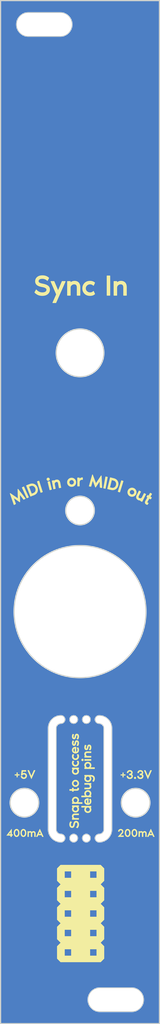
<source format=kicad_pcb>
(kicad_pcb (version 20221018) (generator pcbnew)
  (layers (0 "F.Cu" signal) (31 "B.Cu" signal) (34 "B.Paste" user) (35 "F.Paste" user) (36 "B.SilkS" user "B.Silkscreen") (37 "F.SilkS" user "F.Silkscreen") (38 "B.Mask" user) (39 "F.Mask" user) (44 "Edge.Cuts" user))
  (net 0 "")
  (gr_poly (pts (xy 5.329043 34.555014) (xy 5.386422 34.558408) (xy 5.442528 34.564066) (xy 5.497362 34.571986) (xy 5.550922 34.582169) (xy 5.603209 34.594615) (xy 5.654224 34.609324) (xy 5.703966 34.626296) (xy 5.752434 34.64553) (xy 5.79963 34.667028) (xy 5.845553 34.690789) (xy 5.890203 34.716812) (xy 5.93358 34.745099) (xy 5.975685 34.775648) (xy 6.016516 34.808461) (xy 6.056075 34.843536) (xy 5.889524 35.158539) (xy 5.856104 35.127409) (xy 5.82192 35.098288) (xy 5.786972 35.071176) (xy 5.75126 35.046071) (xy 5.714785 35.022975) (xy 5.677546 35.001888) (xy 5.639543 34.982808) (xy 5.600777 34.965737) (xy 5.561246 34.950675) (xy 5.520953 34.93762) (xy 5.479895 34.926575) (xy 5.438073 34.917537) (xy 5.395488 34.910508) (xy 5.352139 34.905487) (xy 5.308027 34.902474) (xy 5.26315 34.90147) (xy 5.23236 34.901824) (xy 5.202448 34.902885) (xy 5.173412 34.904653) (xy 5.145253 34.907128) (xy 5.11797 34.91031) (xy 5.091565 34.9142) (xy 5.066036 34.918796) (xy 5.041385 34.9241) (xy 5.01761 34.930111) (xy 4.994712 34.93683) (xy 4.972691 34.944255) (xy 4.951547 34.952388) (xy 4.93128 34.961227) (xy 4.91189 34.970774) (xy 4.893376 34.981028) (xy 4.87574 34.991989) (xy 4.859517 35.003587) (xy 4.844342 35.01575) (xy 4.830213 35.028479) (xy 4.81713 35.041774) (xy 4.810981 35.048633) (xy 4.805094 35.055634) (xy 4.799469 35.062777) (xy 4.794105 35.070061) (xy 4.789003 35.077486) (xy 4.784162 35.085053) (xy 4.779583 35.092761) (xy 4.775266 35.10061) (xy 4.771211 35.108601) (xy 4.767417 35.116734) (xy 4.763884 35.125008) (xy 4.760614 35.133423) (xy 4.757605 35.14198) (xy 4.754858 35.150678) (xy 4.750148 35.168498) (xy 4.746485 35.186885) (xy 4.743868 35.205837) (xy 4.742298 35.225354) (xy 4.741775 35.245438) (xy 4.74227 35.26241) (xy 4.743755 35.278929) (xy 4.74623 35.294996) (xy 4.749695 35.31061) (xy 4.75415 35.325771) (xy 4.759595 35.34048) (xy 4.766031 35.354736) (xy 4.773456 35.36854) (xy 4.781871 35.381891) (xy 4.791276 35.394789) (xy 4.801672 35.407235) (xy 4.813057 35.419229) (xy 4.825432 35.43077) (xy 4.838798 35.441858) (xy 4.853153 35.452494) (xy 4.868498 35.462677) (xy 4.885003 35.47211) (xy 4.902838 35.481402) (xy 4.922002 35.490552) (xy 4.942496 35.499561) (xy 4.964319 35.508428) (xy 4.987471 35.517154) (xy 5.011953 35.525739) (xy 5.037764 35.534183) (xy 5.064905 35.542485) (xy 5.093375 35.550645) (xy 5.123175 35.558665) (xy 5.154304 35.566543) (xy 5.220551 35.581875) (xy 5.292116 35.596642) (xy 5.292115 35.596638) (xy 5.40147 35.619548) (xy 5.503245 35.644835) (xy 5.551289 35.65837) (xy 5.597439 35.672499) (xy 5.641693 35.687222) (xy 5.684052 35.702538) (xy 5.724515 35.71845) (xy 5.763084 35.734955) (xy 5.799757 35.752054) (xy 5.834535 35.769747) (xy 5.867418 35.788035) (xy 5.898406 35.806917) (xy 5.927499 35.826392) (xy 5.954696 35.846462) (xy 5.980126 35.866913) (xy 6.003915 35.888439) (xy 6.026063 35.91104) (xy 6.04657 35.934715) (xy 6.065437 35.959466) (xy 6.082664 35.985292) (xy 6.09825 36.012192) (xy 6.112195 36.040167) (xy 6.124499 36.069218) (xy 6.135163 36.099343) (xy 6.144187 36.130543) (xy 6.151569 36.162818) (xy 6.157312 36.196167) (xy 6.161413 36.230592) (xy 6.163874 36.266091) (xy 6.164694 36.302666) (xy 6.163718 36.342946) (xy 6.160791 36.38232) (xy 6.155911 36.42079) (xy 6.14908 36.458354) (xy 6.140297 36.495013) (xy 6.129563 36.530767) (xy 6.116876 36.565616) (xy 6.102238 36.59956) (xy 6.085648 36.632598) (xy 6.067106 36.664732) (xy 6.046613 36.69596) (xy 6.024167 36.726283) (xy 5.99977 36.755701) (xy 5.973422 36.784214) (xy 5.945121 36.811821) (xy 5.914869 36.838524) (xy 5.882976 36.863515) (xy 5.849754 36.886894) (xy 5.815202 36.90866) (xy 5.77932 36.928814) (xy 5.74211 36.947356) (xy 5.703569 36.964285) (xy 5.6637 36.979603) (xy 5.622501 36.993308) (xy 5.579972 37.0054) (xy 5.536114 37.01588) (xy 5.490926 37.024748) (xy 5.444409 37.032004) (xy 5.396563 37.037647) (xy 5.347387 37.041678) (xy 5.296881 37.044097) (xy 5.245047 37.044903) (xy 5.194697 37.044111) (xy 5.145026 37.041735) (xy 5.096034 37.037775) (xy 5.047721 37.032231) (xy 5.000086 37.025103) (xy 4.953131 37.01639) (xy 4.906854 37.006094) (xy 4.861257 36.994213) (xy 4.817809 36.98024) (xy 4.776171 36.965475) (xy 4.736344 36.949917) (xy 4.698327 36.933568) (xy 4.66212 36.916426) (xy 4.627724 36.898493) (xy 4.595138 36.879767) (xy 4.564363 36.860249) (xy 4.510279 36.822457) (xy 4.486122 36.805088) (xy 4.463889 36.788738) (xy 4.443579 36.773407) (xy 4.425193 36.759094) (xy 4.408731 36.7458) (xy 4.394191 36.733524) (xy 4.38101 36.721927) (xy 4.36862 36.710668) (xy 4.357023 36.699749) (xy 4.346218 36.68917) (xy 4.336204 36.67893) (xy 4.326983 36.669029) (xy 4.318554 36.659468) (xy 4.310916 36.650246) (xy 4.484708 36.338867) (xy 4.525469 36.382273) (xy 4.567191 36.422878) (xy 4.609875 36.460683) (xy 4.653521 36.495687) (xy 4.698129 36.527891) (xy 4.743698 36.557295) (xy 4.790229 36.583898) (xy 4.837722 36.607701) (xy 4.886177 36.628703) (xy 4.935593 36.646906) (xy 4.985971 36.662307) (xy 5.037311 36.674909) (xy 5.089613 36.68471) (xy 5.142876 36.691711) (xy 5.197101 36.695911) (xy 5.252288 36.697311) (xy 5.285737 36.696915) (xy 5.318195 36.695727) (xy 5.349664 36.693747) (xy 5.380143 36.690975) (xy 5.409631 36.687411) (xy 5.43813 36.683055) (xy 5.465638 36.677906) (xy 5.492157 36.671966) (xy 5.517685 36.665234) (xy 5.542224 36.65771) (xy 5.565772 36.649393) (xy 5.588331 36.640285) (xy 5.609899 36.630385) (xy 5.630477 36.619692) (xy 5.650066 36.608208) (xy 5.668664 36.595932) (xy 5.68664 36.582963) (xy 5.703456 36.5694) (xy 5.719113 36.555242) (xy 5.73361 36.540491) (xy 5.746947 36.525146) (xy 5.759124 36.509207) (xy 5.764778 36.501014) (xy 5.770141 36.492673) (xy 5.775215 36.484184) (xy 5.779999 36.475546) (xy 5.784493 36.466759) (xy 5.788697 36.457825) (xy 5.792611 36.448741) (xy 5.796236 36.439509) (xy 5.79957 36.430129) (xy 5.802614 36.4206) (xy 5.807833 36.401096) (xy 5.811892 36.380999) (xy 5.814792 36.360307) (xy 5.816531 36.339022) (xy 5.817111 36.317142) (xy 5.81657 36.300118) (xy 5.814947 36.28344) (xy 5.812242 36.267108) (xy 5.808455 36.251123) (xy 5.803587 36.235484) (xy 5.797636 36.220192) (xy 5.790603 36.205246) (xy 5.782488 36.190647) (xy 5.773292 36.176394) (xy 5.763013 36.162488) (xy 5.751653 36.148928) (xy 5.73921 36.135715) (xy 5.725686 36.122848) (xy 5.711079 36.110328) (xy 5.695391 36.098154) (xy 5.678621 36.086327) (xy 5.660768 36.074846) (xy 5.641834 36.063712) (xy 5.621818 36.052924) (xy 5.60072 36.042482) (xy 5.57854 36.032388) (xy 5.555278 36.022639) (xy 5.530934 36.013238) (xy 5.505508 36.004182) (xy 5.479 35.995474) (xy 5.45141 35.987111) (xy 5.392985 35.971426) (xy 5.330231 35.957127) (xy 5.26315 35.944214) (xy 5.147232 35.922093) (xy 5.092626 35.910057) (xy 5.040253 35.89737) (xy 4.990116 35.884033) (xy 4.942213 35.870045) (xy 4.896544 35.855407) (xy 4.85311 35.840118) (xy 4.811911 35.824179) (xy 4.772947 35.807589) (xy 4.736217 35.790349) (xy 4.701722 35.772458) (xy 4.669461 35.753917) (xy 4.639435 35.734725) (xy 4.611644 35.714882) (xy 4.586087 35.694389) (xy 4.562849 35.672751) (xy 4.541111 35.650376) (xy 4.520872 35.627266) (xy 4.502133 35.603421) (xy 4.484892 35.57884) (xy 4.469151 35.553524) (xy 4.454908 35.527472) (xy 4.442165 35.500685) (xy 4.430922 35.473162) (xy 4.421177 35.444904) (xy 4.412931 35.41591) (xy 4.406185 35.386181) (xy 4.400938 35.355716) (xy 4.39719 35.324517) (xy 4.394941 35.292581) (xy 4.394192 35.259911) (xy 4.395097 35.221866) (xy 4.397812 35.184669) (xy 4.402338 35.148321) (xy 4.408674 35.112822) (xy 4.416821 35.078171) (xy 4.426778 35.044369) (xy 4.438545 35.011415) (xy 4.452122 34.97931) (xy 4.46751 34.948053) (xy 4.484708 34.917646) (xy 4.503717 34.888086) (xy 4.524536 34.859375) (xy 4.547165 34.831513) (xy 4.571604 34.804499) (xy 4.597854 34.778334) (xy 4.625914 34.753017) (xy 4.655587 34.728904) (xy 4.686673 34.706346) (xy 4.719174 34.685343) (xy 4.75309 34.665896) (xy 4.78842 34.648005) (xy 4.825164 34.63167) (xy 4.863322 34.616891) (xy 4.902895 34.603667) (xy 4.943882 34.591999) (xy 4.986283 34.581886) (xy 5.030099 34.57333) (xy 5.075329 34.566329) (xy 5.121973 34.560884) (xy 5.170031 34.556994) (xy 5.219504 34.55466) (xy 5.270391 34.553883)) (stroke (width 0.090516)) (fill solid) (layer "F.SilkS"))
  (gr_poly (pts (xy 16.010273 104.066278) (xy 16.028838 104.067932) (xy 16.046962 104.070688) (xy 16.064644 104.074546) (xy 16.081886 104.079507) (xy 16.098687 104.085571) (xy 16.115047 104.092736) (xy 16.130966 104.101005) (xy 16.146444 104.110375) (xy 16.161482 104.120848) (xy 16.176078 104.132424) (xy 16.190233 104.145102) (xy 16.203947 104.158883) (xy 16.217221 104.173766) (xy 16.230053 104.189752) (xy 16.242445 104.206841) (xy 16.254407 104.224556) (xy 16.265596 104.242779) (xy 16.276015 104.261509) (xy 16.285661 104.280746) (xy 16.294536 104.300491) (xy 16.302639 104.320742) (xy 16.30997 104.341501) (xy 16.31653 104.362766) (xy 16.322318 104.384539) (xy 16.327334 104.406819) (xy 16.331578 104.429606) (xy 16.335051 104.4529) (xy 16.337752 104.476701) (xy 16.339681 104.501009) (xy 16.340839 104.525825) (xy 16.341225 104.551147) (xy 16.340839 104.576476) (xy 16.339681 104.601308) (xy 16.337752 104.625644) (xy 16.335051 104.649484) (xy 16.331578 104.672827) (xy 16.327334 104.695675) (xy 16.322318 104.718027) (xy 16.31653 104.739882) (xy 16.30997 104.761242) (xy 16.302639 104.782105) (xy 16.294536 104.802472) (xy 16.285661 104.822343) (xy 16.276015 104.841718) (xy 16.265596 104.860597) (xy 16.254407 104.87898) (xy 16.242445 104.896866) (xy 16.230053 104.913782) (xy 16.217221 104.929608) (xy 16.203947 104.944342) (xy 16.190233 104.957984) (xy 16.176077 104.970536) (xy 16.161481 104.981996) (xy 16.146444 104.992364) (xy 16.130966 105.001641) (xy 16.115047 105.009827) (xy 16.098687 105.016921) (xy 16.081886 105.022924) (xy 16.064644 105.027836) (xy 16.046961 105.031656) (xy 16.028838 105.034385) (xy 16.010273 105.036022) (xy 15.991268 105.036568) (xy 15.972091 105.036022) (xy 15.953367 105.034385) (xy 15.935094 105.031656) (xy 15.917273 105.027836) (xy 15.899904 105.022924) (xy 15.882988 105.016921) (xy 15.866523 105.009827) (xy 15.85051 105.001641) (xy 15.834949 104.992364) (xy 15.819841 104.981996) (xy 15.805184 104.970536) (xy 15.790979 104.957984) (xy 15.777226 104.944342) (xy 15.763925 104.929608) (xy 15.751077 104.913782) (xy 15.73868 104.896866) (xy 15.726889 104.878978) (xy 15.715859 104.860595) (xy 15.705589 104.841716) (xy 15.69608 104.82234) (xy 15.687332 104.802469) (xy 15.679345 104.782102) (xy 15.672118 104.761239) (xy 15.665652 104.73988) (xy 15.659947 104.718024) (xy 15.655002 104.695673) (xy 15.650818 104.672826) (xy 15.647395 104.649482) (xy 15.644733 104.625643) (xy 15.642831 104.601307) (xy 15.64169 104.576475) (xy 15.64131 104.551147) (xy 15.776778 104.551147) (xy 15.777021 104.569151) (xy 15.777748 104.586824) (xy 15.778961 104.604166) (xy 15.780659 104.621177) (xy 15.782842 104.637857) (xy 15.78551 104.654207) (xy 15.788663 104.670225) (xy 15.792301 104.685913) (xy 15.796424 104.70127) (xy 15.801032 104.716296) (xy 15.806125 104.730992) (xy 15.811704 104.745357) (xy 15.817767 104.75939) (xy 15.824316 104.773093) (xy 15.831349 104.786466) (xy 15.838868 104.799507) (xy 15.838867 104.799507) (xy 15.846904 104.81181) (xy 15.855139 104.82332) (xy 15.863573 104.834035) (xy 15.872205 104.843957) (xy 15.881035 104.853086) (xy 15.890064 104.86142) (xy 15.899292 104.868961) (xy 15.908718 104.875708) (xy 15.918342 104.881661) (xy 15.928164 104.88682) (xy 15.938185 104.891186) (xy 15.94327 104.893071) (xy 15.948405 104.894758) (xy 15.953589 104.896246) (xy 15.958823 104.897536) (xy 15.964106 104.898627) (xy 15.969439 104.89952) (xy 15.980254 104.900711) (xy 15.991267 104.901108) (xy 16.002275 104.900711) (xy 16.013073 104.89952) (xy 16.023662 104.897536) (xy 16.034041 104.894758) (xy 16.044211 104.891186) (xy 16.054171 104.88682) (xy 16.063922 104.881661) (xy 16.073464 104.875708) (xy 16.082796 104.868961) (xy 16.091918 104.86142) (xy 16.100832 104.853086) (xy 16.109535 104.843957) (xy 16.11803 104.834035) (xy 16.126314 104.82332) (xy 16.13439 104.81181) (xy 16.142256 104.799507) (xy 16.149945 104.786466) (xy 16.157139 104.773093) (xy 16.163836 104.75939) (xy 16.170037 104.745357) (xy 16.175742 104.730992) (xy 16.180951 104.716296) (xy 16.185664 104.70127) (xy 16.189881 104.685913) (xy 16.193601 104.670225) (xy 16.196826 104.654207) (xy 16.199554 104.637857) (xy 16.201787 104.621177) (xy 16.203523 104.604166) (xy 16.204763 104.586824) (xy 16.205507 104.569151) (xy 16.205755 104.551147) (xy 16.205507 104.533151) (xy 16.204763 104.515496) (xy 16.203523 104.498183) (xy 16.201787 104.481211) (xy 16.199554 104.464581) (xy 16.196826 104.448293) (xy 16.193601 104.432347) (xy 16.189881 104.416742) (xy 16.185664 104.401479) (xy 16.180951 104.386558) (xy 16.175742 104.371979) (xy 16.170037 104.357741) (xy 16.163836 104.343845) (xy 16.157139 104.33029) (xy 16.149945 104.317078) (xy 16.142256 104.304207) (xy 16.13439 104.291733) (xy 16.126314 104.280064) (xy 16.11803 104.2692) (xy 16.109535 104.25914) (xy 16.100832 104.249885) (xy 16.091918 104.241435) (xy 16.082796 104.233789) (xy 16.073464 104.226949) (xy 16.063922 104.220913) (xy 16.054172 104.215682) (xy 16.044211 104.211255) (xy 16.039153 104.209344) (xy 16.034042 104.207633) (xy 16.028878 104.206124) (xy 16.023662 104.204816) (xy 16.018394 104.20371) (xy 16.013074 104.202804) (xy 16.002276 104.201597) (xy 15.991268 104.201195) (xy 15.980255 104.201597) (xy 15.96944 104.202804) (xy 15.958824 104.204816) (xy 15.948406 104.207633) (xy 15.938186 104.211255) (xy 15.928165 104.215682) (xy 15.918343 104.220913) (xy 15.908718 104.226949) (xy 15.899293 104.233789) (xy 15.890065 104.241435) (xy 15.881036 104.249885) (xy 15.872206 104.25914) (xy 15.863574 104.2692) (xy 15.85514 104.280064) (xy 15.846905 104.291733) (xy 15.838868 104.304207) (xy 15.831349 104.317078) (xy 15.824316 104.33029) (xy 15.817767 104.343845) (xy 15.811704 104.357741) (xy 15.806125 104.371979) (xy 15.801032 104.386558) (xy 15.796424 104.401479) (xy 15.792301 104.416742) (xy 15.788663 104.432347) (xy 15.78551 104.448293) (xy 15.782842 104.464581) (xy 15.780659 104.481211) (xy 15.778961 104.498183) (xy 15.777748 104.515496) (xy 15.777021 104.533151) (xy 15.776778 104.551147) (xy 15.64131 104.551147) (xy 15.64169 104.525825) (xy 15.642831 104.501009) (xy 15.644733 104.476701) (xy 15.647395 104.4529) (xy 15.650818 104.429606) (xy 15.655002 104.406819) (xy 15.659947 104.384539) (xy 15.665652 104.362766) (xy 15.672118 104.341501) (xy 15.679345 104.320742) (xy 15.687332 104.300491) (xy 15.69608 104.280746) (xy 15.705589 104.261509) (xy 15.715859 104.242779) (xy 15.726889 104.224556) (xy 15.73868 104.206841) (xy 15.738679 104.206841) (xy 15.751241 104.189752) (xy 15.764234 104.173766) (xy 15.777656 104.158883) (xy 15.791508 104.145102) (xy 15.80579 104.132424) (xy 15.820502 104.120848) (xy 15.835644 104.110375) (xy 15.851216 104.101005) (xy 15.867218 104.092736) (xy 15.883649 104.085571) (xy 15.900511 104.079507) (xy 15.917802 104.074546) (xy 15.935524 104.070688) (xy 15.953675 104.067932) (xy 15.972256 104.066278) (xy 15.991267 104.065727)) (stroke (width 0.039227)) (fill solid) (layer "F.SilkS"))
  (gr_poly (pts (xy 9.768923 94.671986) (xy 9.77961 94.685307) (xy 9.789561 94.699217) (xy 9.798774 94.713717) (xy 9.807251 94.728807) (xy 9.81499 94.744487) (xy 9.821993 94.760756) (xy 9.828258 94.777616) (xy 9.833786 94.795065) (xy 9.838577 94.813104) (xy 9.842631 94.831733) (xy 9.845948 94.850951) (xy 9.848528 94.87076) (xy 9.850371 94.891158) (xy 9.851476 94.912146) (xy 9.851845 94.933723) (xy 9.851369 94.958495) (xy 9.849942 94.982638) (xy 9.847563 95.00615) (xy 9.844233 95.029033) (xy 9.839951 95.051286) (xy 9.834718 95.072909) (xy 9.828533 95.093902) (xy 9.821396 95.114265) (xy 9.813309 95.133999) (xy 9.804269 95.153103) (xy 9.794279 95.171577) (xy 9.783336 95.189422) (xy 9.771442 95.206636) (xy 9.758597 95.223221) (xy 9.7448 95.239176) (xy 9.730052 95.254501) (xy 9.714593 95.268835) (xy 9.698665 95.282243) (xy 9.682269 95.294727) (xy 9.665403 95.306286) (xy 9.648068 95.31692) (xy 9.630264 95.32663) (xy 9.611991 95.335414) (xy 9.593249 95.343274) (xy 9.574037 95.350209) (xy 9.554357 95.35622) (xy 9.534208 95.361305) (xy 9.51359 95.365466) (xy 9.492502 95.368703) (xy 9.470946 95.371014) (xy 9.44892 95.372401) (xy 9.426426 95.372864) (xy 9.403931 95.372395) (xy 9.381906 95.370988) (xy 9.36035 95.368642) (xy 9.339262 95.365359) (xy 9.318644 95.361138) (xy 9.298495 95.355978) (xy 9.278814 95.349881) (xy 9.259603 95.342845) (xy 9.240861 95.334871) (xy 9.222588 95.325959) (xy 9.204784 95.316109) (xy 9.187449 95.30532) (xy 9.170583 95.293594) (xy 9.154186 95.280929) (xy 9.138259 95.267326) (xy 9.1228 95.252785) (xy 9.108051 95.237466) (xy 9.094254 95.221531) (xy 9.081409 95.20498) (xy 9.069515 95.187812) (xy 9.058573 95.170028) (xy 9.048582 95.151628) (xy 9.039542 95.132611) (xy 9.031455 95.112978) (xy 9.024318 95.092728) (xy 9.018133 95.071863) (xy 9.0129 95.05038) (xy 9.008618 95.028282) (xy 9.005288 95.005567) (xy 9.002909 94.982235) (xy 9.001482 94.958288) (xy 9.001006 94.933723) (xy 9.001375 94.912751) (xy 9.00248 94.892287) (xy 9.004323 94.872332) (xy 9.006903 94.852887) (xy 9.01022 94.83395) (xy 9.014274 94.815523) (xy 9.019065 94.797605) (xy 9.024593 94.780196) (xy 9.030858 94.763296) (xy 9.037861 94.746906) (xy 9.0456 94.731025) (xy 9.054076 94.715652) (xy 9.06329 94.700789) (xy 9.073241 94.686436) (xy 9.083928 94.672591) (xy 9.095353 94.659256) (xy 9.248024 94.729584) (xy 9.238053 94.740426) (xy 9.228726 94.751509) (xy 9.220042 94.762834) (xy 9.212001 94.774399) (xy 9.204603 94.786206) (xy 9.197849 94.798253) (xy 9.191737 94.810542) (xy 9.18627 94.823072) (xy 9.181445 94.835844) (xy 9.177264 94.848856) (xy 9.173726 94.86211) (xy 9.170831 94.875605) (xy 9.168579 94.889342) (xy 9.166971 94.90332) (xy 9.166006 94.917539) (xy 9.165685 94.931999) (xy 9.165986 94.946031) (xy 9.166891 94.959821) (xy 9.168399 94.97337) (xy 9.170509 94.986678) (xy 9.173223 94.999744) (xy 9.17654 95.01257) (xy 9.18046 95.025154) (xy 9.184983 95.037497) (xy 9.190109 95.049598) (xy 9.195838 95.061459) (xy 9.202171 95.073078) (xy 9.209106 95.084456) (xy 9.216644 95.095593) (xy 9.224786 95.106488) (xy 9.23353 95.117143) (xy 9.242878 95.127556) (xy 9.252433 95.137319) (xy 9.26223 95.146452) (xy 9.272268 95.154955) (xy 9.282547 95.162828) (xy 9.293067 95.170071) (xy 9.303828 95.176685) (xy 9.314831 95.182668) (xy 9.326075 95.188022) (xy 9.33756 95.192745) (xy 9.349287 95.196839) (xy 9.361254 95.200303) (xy 9.373463 95.203137) (xy 9.385913 95.205342) (xy 9.398604 95.206916) (xy 9.411537 95.207861) (xy 9.42471 95.208176) (xy 9.438099 95.207861) (xy 9.451246 95.206916) (xy 9.464151 95.205342) (xy 9.476816 95.203137) (xy 9.489239 95.200303) (xy 9.501421 95.196839) (xy 9.513362 95.192745) (xy 9.525061 95.188022) (xy 9.53652 95.182668) (xy 9.547737 95.176685) (xy 9.558713 95.170071) (xy 9.569448 95.162828) (xy 9.579941 95.154955) (xy 9.590193 95.146452) (xy 9.600204 95.137319) (xy 9.609974 95.127556) (xy 9.619322 95.117344) (xy 9.628066 95.106864) (xy 9.636208 95.096116) (xy 9.643746 95.0851) (xy 9.650681 95.073816) (xy 9.657014 95.062263) (xy 9.662743 95.050443) (xy 9.667869 95.038355) (xy 9.672392 95.025999) (xy 9.676312 95.013374) (xy 9.679629 95.000482) (xy 9.682343 94.987321) (xy 9.684453 94.973893) (xy 9.685961 94.960196) (xy 9.686866 94.946232) (xy 9.687167 94.931999) (xy 9.686839 94.917338) (xy 9.685854 94.902944) (xy 9.684212 94.888819) (xy 9.681914 94.874962) (xy 9.678959 94.861373) (xy 9.675347 94.848052) (xy 9.671079 94.834999) (xy 9.666154 94.822214) (xy 9.660572 94.809697) (xy 9.654333 94.797449) (xy 9.647438 94.785468) (xy 9.639886 94.773755) (xy 9.631678 94.762311) (xy 9.622813 94.751134) (xy 9.613291 94.740225) (xy 9.603112 94.729584) (xy 9.757498 94.659256)) (stroke (width 0.042884)) (fill solid) (layer "F.SilkS"))
  (gr_poly (pts (xy 11.373918 97.287701) (xy 11.403777 97.289088) (xy 11.432671 97.2914) (xy 11.4606 97.294636) (xy 11.487564 97.298797) (xy 11.513563 97.303883) (xy 11.538597 97.309894) (xy 11.562666 97.316829) (xy 11.58577 97.324689) (xy 11.60791 97.333473) (xy 11.629084 97.343183) (xy 11.649294 97.353817) (xy 11.668538 97.365376) (xy 11.686818 97.37786) (xy 11.704133 97.391268) (xy 11.720483 97.405602) (xy 11.735854 97.420524) (xy 11.750234 97.436131) (xy 11.763622 97.452421) (xy 11.776019 97.469394) (xy 11.787424 97.48705) (xy 11.797837 97.50539) (xy 11.807258 97.524414) (xy 11.815688 97.544121) (xy 11.823125 97.564511) (xy 11.829572 97.585585) (xy 11.835026 97.607342) (xy 11.839489 97.629783) (xy 11.84296 97.652907) (xy 11.845439 97.676714) (xy 11.846927 97.701205) (xy 11.847423 97.726379) (xy 11.846887 97.752003) (xy 11.845278 97.777412) (xy 11.842598 97.802606) (xy 11.838846 97.827587) (xy 11.834021 97.852352) (xy 11.828124 97.876904) (xy 11.821156 97.901241) (xy 11.813115 97.925364) (xy 11.804002 97.949272) (xy 11.793816 97.972966) (xy 11.782559 97.996445) (xy 11.77023 98.01971) (xy 11.756828 98.042761) (xy 11.742354 98.065597) (xy 11.726809 98.088219) (xy 11.710191 98.110626) (xy 11.562666 98.02829) (xy 11.579712 98.005347) (xy 11.594829 97.984549) (xy 11.608017 97.965893) (xy 11.619276 97.949379) (xy 11.62185 97.945397) (xy 11.624423 97.941175) (xy 11.626997 97.936711) (xy 11.62957 97.932007) (xy 11.632144 97.927061) (xy 11.634717 97.921875) (xy 11.639863 97.910778) (xy 11.645009 97.898717) (xy 11.650155 97.885693) (xy 11.655301 97.871704) (xy 11.660446 97.85675) (xy 11.663147 97.848803) (xy 11.665673 97.84083) (xy 11.668025 97.832829) (xy 11.670202 97.824801) (xy 11.672206 97.816747) (xy 11.674035 97.808666) (xy 11.67569 97.800558) (xy 11.677171 97.792423) (xy 11.678478 97.784262) (xy 11.67961 97.776073) (xy 11.680568 97.767858) (xy 11.681352 97.759616) (xy 11.681962 97.751347) (xy 11.682398 97.743051) (xy 11.682659 97.734729) (xy 11.682746 97.726379) (xy 11.682424 97.710519) (xy 11.681459 97.6951) (xy 11.679851 97.680124) (xy 11.6776 97.66559) (xy 11.674705 97.651498) (xy 11.671167 97.637849) (xy 11.666985 97.624641) (xy 11.662161 97.611876) (xy 11.656693 97.599554) (xy 11.650582 97.587673) (xy 11.643827 97.576235) (xy 11.63643 97.56524) (xy 11.628389 97.554686) (xy 11.619704 97.544575) (xy 11.610377 97.534907) (xy 11.600406 97.525681) (xy 11.589845 97.516749) (xy 11.578749 97.508394) (xy 11.567116 97.500614) (xy 11.554947 97.493411) (xy 11.542243 97.486784) (xy 11.529002 97.480734) (xy 11.515225 97.475259) (xy 11.500912 97.470361) (xy 11.486063 97.466039) (xy 11.470678 97.462293) (xy 11.454757 97.459123) (xy 11.4383 97.45653) (xy 11.421307 97.454513) (xy 11.403778 97.453072) (xy 11.385713 97.452208) (xy 11.367112 97.45192) (xy 11.274482 97.45192) (xy 11.290684 97.465052) (xy 11.305841 97.478721) (xy 11.319953 97.492926) (xy 11.33302 97.507668) (xy 11.345041 97.522946) (xy 11.356017 97.538759) (xy 11.365948 97.555109) (xy 11.374833 97.571996) (xy 11.382673 97.589418) (xy 11.389467 97.607377) (xy 11.395217 97.625871) (xy 11.399921 97.644902) (xy 11.403579 97.664469) (xy 11.406193 97.684572) (xy 11.407761 97.705212) (xy 11.408283 97.726387) (xy 11.407801 97.748446) (xy 11.406353 97.770023) (xy 11.403941 97.791117) (xy 11.400564 97.811728) (xy 11.396222 97.831858) (xy 11.390915 97.851505) (xy 11.384643 97.870669) (xy 11.377406 97.889351) (xy 11.369204 97.90755) (xy 11.360037 97.925267) (xy 11.349906 97.942502) (xy 11.338809 97.959254) (xy 11.326748 97.975524) (xy 11.313721 97.991311) (xy 11.29973 98.006616) (xy 11.284774 98.021439) (xy 11.269121 98.035564) (xy 11.253039 98.048778) (xy 11.236528 98.061081) (xy 11.219589 98.072472) (xy 11.20222 98.082952) (xy 11.184423 98.092521) (xy 11.166197 98.101178) (xy 11.147542 98.108924) (xy 11.128458 98.115758) (xy 11.108945 98.121682) (xy 11.089004 98.126694) (xy 11.068634 98.130794) (xy 11.047834 98.133984) (xy 11.026606 98.136262) (xy 11.004949 98.137629) (xy 10.982863 98.138084) (xy 10.960778 98.137629) (xy 10.939121 98.136262) (xy 10.917893 98.133984) (xy 10.897093 98.130794) (xy 10.876723 98.126694) (xy 10.856781 98.121682) (xy 10.837269 98.115758) (xy 10.818185 98.108924) (xy 10.79953 98.101178) (xy 10.781304 98.092521) (xy 10.763507 98.082952) (xy 10.746138 98.072472) (xy 10.729199 98.061081) (xy 10.712688 98.048778) (xy 10.696606 98.035564) (xy 10.680953 98.021439) (xy 10.665997 98.006616) (xy 10.652006 97.991311) (xy 10.638979 97.975524) (xy 10.626918 97.959254) (xy 10.615821 97.942502) (xy 10.60569 97.925267) (xy 10.596523 97.90755) (xy 10.588321 97.889351) (xy 10.581084 97.870669) (xy 10.574812 97.851505) (xy 10.569505 97.831858) (xy 10.565163 97.811728) (xy 10.561786 97.791117) (xy 10.559373 97.770023) (xy 10.557926 97.748446) (xy 10.557444 97.726387) (xy 10.557782 97.712662) (xy 10.722123 97.712662) (xy 10.722425 97.72605) (xy 10.723329 97.739196) (xy 10.724837 97.752102) (xy 10.726948 97.764766) (xy 10.729661 97.77719) (xy 10.732978 97.789372) (xy 10.736898 97.801313) (xy 10.741421 97.813013) (xy 10.746547 97.824472) (xy 10.752276 97.835689) (xy 10.758608 97.846665) (xy 10.765543 97.8574) (xy 10.773081 97.867894) (xy 10.781222 97.878146) (xy 10.789966 97.888157) (xy 10.799314 97.897926) (xy 10.808876 97.907066) (xy 10.818693 97.915616) (xy 10.828764 97.923576) (xy 10.839091 97.930947) (xy 10.849671 97.937728) (xy 10.860507 97.943919) (xy 10.871596 97.949521) (xy 10.882941 97.954534) (xy 10.89454 97.958956) (xy 10.906393 97.962789) (xy 10.918502 97.966033) (xy 10.930864 97.968686) (xy 10.943482 97.97075) (xy 10.956354 97.972224) (xy 10.96948 97.973109) (xy 10.982862 97.973404) (xy 10.99625 97.973109) (xy 11.009397 97.972224) (xy 11.022302 97.97075) (xy 11.034967 97.968686) (xy 11.04739 97.966033) (xy 11.059572 97.962789) (xy 11.071513 97.958956) (xy 11.083213 97.954534) (xy 11.094671 97.949521) (xy 11.105888 97.943919) (xy 11.116864 97.937728) (xy 11.127598 97.930947) (xy 11.138092 97.923576) (xy 11.148344 97.915616) (xy 11.158355 97.907066) (xy 11.168124 97.897926) (xy 11.177264 97.888157) (xy 11.185815 97.878146) (xy 11.193776 97.867894) (xy 11.201147 97.857401) (xy 11.207928 97.846667) (xy 11.21412 97.835691) (xy 11.219722 97.824474) (xy 11.224735 97.813016) (xy 11.229157 97.801316) (xy 11.23299 97.789375) (xy 11.236234 97.777193) (xy 11.238887 97.76477) (xy 11.240951 97.752105) (xy 11.242425 97.739198) (xy 11.24331 97.726051) (xy 11.243605 97.712662) (xy 11.24331 97.699281) (xy 11.242425 97.686154) (xy 11.240951 97.673282) (xy 11.238887 97.660664) (xy 11.236234 97.648301) (xy 11.23299 97.636193) (xy 11.229157 97.624339) (xy 11.224735 97.61274) (xy 11.219722 97.601395) (xy 11.21412 97.590305) (xy 11.207928 97.57947) (xy 11.201147 97.568889) (xy 11.193776 97.558563) (xy 11.185815 97.548492) (xy 11.177264 97.538675) (xy 11.168124 97.529114) (xy 11.158355 97.519767) (xy 11.148344 97.511022) (xy 11.138092 97.502881) (xy 11.127599 97.495344) (xy 11.116864 97.488409) (xy 11.105889 97.482077) (xy 11.094672 97.476348) (xy 11.083213 97.471223) (xy 11.071514 97.4667) (xy 11.059573 97.462781) (xy 11.047391 97.459464) (xy 11.034968 97.456751) (xy 11.022303 97.454641) (xy 11.009397 97.453133) (xy 10.99625 97.452229) (xy 10.982862 97.451927) (xy 10.96948 97.452229) (xy 10.956353 97.453133) (xy 10.943481 97.454641) (xy 10.930863 97.456751) (xy 10.9185 97.459464) (xy 10.906392 97.462781) (xy 10.894538 97.4667) (xy 10.882939 97.471223) (xy 10.871595 97.476348) (xy 10.860505 97.482077) (xy 10.84967 97.488409) (xy 10.839089 97.495344) (xy 10.828764 97.502881) (xy 10.818692 97.511022) (xy 10.808876 97.519767) (xy 10.799314 97.529114) (xy 10.789966 97.538675) (xy 10.781222 97.548492) (xy 10.773081 97.558563) (xy 10.765543 97.568889) (xy 10.758608 97.57947) (xy 10.752276 97.590305) (xy 10.746547 97.601395) (xy 10.741421 97.61274) (xy 10.736898 97.624339) (xy 10.732978 97.636193) (xy 10.729661 97.648301) (xy 10.726948 97.660664) (xy 10.724837 97.673282) (xy 10.723329 97.686154) (xy 10.722425 97.699281) (xy 10.722123 97.712662) (xy 10.557782 97.712662) (xy 10.557966 97.705213) (xy 10.559534 97.684575) (xy 10.562148 97.664473) (xy 10.565806 97.644907) (xy 10.57051 97.625876) (xy 10.576259 97.607382) (xy 10.583054 97.589424) (xy 10.590894 97.572001) (xy 10.599779 97.555115) (xy 10.60971 97.538765) (xy 10.620686 97.52295) (xy 10.632707 97.507672) (xy 10.645773 97.49293) (xy 10.659885 97.478724) (xy 10.675043 97.465054) (xy 10.691245 97.45192) (xy 10.571165 97.45192) (xy 10.571165 97.287239) (xy 11.343095 97.287239)) (stroke (width 0.042884)) (fill solid) (layer "F.SilkS"))
  (gr_poly (pts (xy 18.543682 97.411392) (xy 18.857504 96.686462) (xy 19.020693 96.686462) (xy 18.543682 97.766014) (xy 18.066673 96.686462) (xy 18.22986 96.686462)) (stroke (width 0.039227)) (fill solid) (layer "F.SilkS"))
  (gr_poly (pts (xy 15.165638 35.249054) (xy 15.204475 35.249818) (xy 15.242238 35.252109) (xy 15.278925 35.255927) (xy 15.314538 35.261273) (xy 15.349075 35.268147) (xy 15.382538 35.276548) (xy 15.414926 35.286476) (xy 15.446239 35.297932) (xy 15.476477 35.310915) (xy 15.505641 35.325426) (xy 15.533729 35.341465) (xy 15.560743 35.35903) (xy 15.586681 35.378124) (xy 15.611545 35.398745) (xy 15.635334 35.420893) (xy 15.658048 35.444569) (xy 15.67997 35.469715) (xy 15.700477 35.496276) (xy 15.719571 35.524251) (xy 15.73725 35.553641) (xy 15.753514 35.584445) (xy 15.768365 35.616663) (xy 15.781801 35.650295) (xy 15.793822 35.685342) (xy 15.80443 35.721803) (xy 15.813623 35.759678) (xy 15.821402 35.798968) (xy 15.827766 35.839672) (xy 15.832716 35.88179) (xy 15.836252 35.925323) (xy 15.838374 35.97027) (xy 15.839081 36.016632) (xy 15.839081 37.015934) (xy 15.491498 37.015934) (xy 15.491498 36.045597) (xy 15.491144 36.018414) (xy 15.490084 35.992079) (xy 15.488316 35.966593) (xy 15.48584 35.941956) (xy 15.482658 35.918167) (xy 15.478769 35.895227) (xy 15.474172 35.873135) (xy 15.468868 35.851892) (xy 15.462857 35.831498) (xy 15.456139 35.811952) (xy 15.448713 35.793254) (xy 15.440581 35.775406) (xy 15.431741 35.758406) (xy 15.422194 35.742254) (xy 15.411939 35.726952) (xy 15.400978 35.712498) (xy 15.395423 35.70537) (xy 15.389621 35.698468) (xy 15.383571 35.691792) (xy 15.377273 35.685343) (xy 15.370728 35.67912) (xy 15.363936 35.673123) (xy 15.356896 35.667353) (xy 15.349609 35.661809) (xy 15.342074 35.656491) (xy 15.334291 35.6514) (xy 15.326261 35.646534) (xy 15.317984 35.641896) (xy 15.300687 35.633297) (xy 15.2824 35.625603) (xy 15.263122 35.618814) (xy 15.242855 35.612931) (xy 15.221598 35.607952) (xy 15.199351 35.603879) (xy 15.176114 35.600711) (xy 15.151887 35.598448) (xy 15.12667 35.59709) (xy 15.100463 35.596638) (xy 15.078824 35.597147) (xy 15.057354 35.598674) (xy 15.036055 35.60122) (xy 15.014925 35.604784) (xy 14.993965 35.609367) (xy 14.973174 35.614968) (xy 14.952553 35.621587) (xy 14.932102 35.629224) (xy 14.911821 35.63788) (xy 14.891709 35.647554) (xy 14.871768 35.658246) (xy 14.851995 35.669957) (xy 14.832393 35.682686) (xy 14.81296 35.696433) (xy 14.793697 35.711198) (xy 14.774604 35.726982) (xy 14.756189 35.743134) (xy 14.738963 35.759908) (xy 14.722925 35.777304) (xy 14.708074 35.795323) (xy 14.694412 35.813963) (xy 14.681937 35.833226) (xy 14.670651 35.853112) (xy 14.660553 35.873619) (xy 14.651643 35.894749) (xy 14.64392 35.916501) (xy 14.637386 35.938875) (xy 14.63204 35.961872) (xy 14.627882 35.985491) (xy 14.624912 36.009732) (xy 14.62313 36.034596) (xy 14.622536 36.060081) (xy 14.622536 37.015934) (xy 14.274953 37.015934) (xy 14.274953 35.278019) (xy 14.622536 35.278019) (xy 14.622536 35.480774) (xy 14.648418 35.452713) (xy 14.675375 35.426463) (xy 14.703406 35.402024) (xy 14.732513 35.379394) (xy 14.762695 35.358575) (xy 14.793951 35.339567) (xy 14.826282 35.322368) (xy 14.859689 35.306981) (xy 14.89417 35.293403) (xy 14.929726 35.281636) (xy 14.966357 35.271679) (xy 15.004063 35.263533) (xy 15.042844 35.257197) (xy 15.082699 35.252671) (xy 15.12363 35.249955) (xy 15.165635 35.24905)) (stroke (width 0.090516)) (fill solid) (layer "F.SilkS"))
  (gr_poly (pts (xy 8.985692 59.98041) (xy 9.011383 59.98285) (xy 9.036646 59.98653) (xy 9.061482 59.99145) (xy 9.08589 59.99761) (xy 9.109872 60.005009) (xy 9.133426 60.013649) (xy 9.156553 60.023528) (xy 9.179253 60.034648) (xy 9.201526 60.047007) (xy 9.223372 60.060607) (xy 9.24479 60.075446) (xy 9.265781 60.091525) (xy 9.286345 60.108845) (xy 9.306356 60.126799) (xy 9.325199 60.145349) (xy 9.342873 60.164495) (xy 9.359379 60.184236) (xy 9.374716 60.204573) (xy 9.388885 60.225505) (xy 9.401886 60.247033) (xy 9.413718 60.269156) (xy 9.424382 60.291875) (xy 9.433878 60.31519) (xy 9.442205 60.3391) (xy 9.449364 60.363605) (xy 9.455354 60.388706) (xy 9.460176 60.414403) (xy 9.46383 60.440695) (xy 9.466315 60.467583) (xy 9.467596 60.494563) (xy 9.467637 60.521134) (xy 9.46644 60.547293) (xy 9.464004 60.573041) (xy 9.460329 60.598379) (xy 9.455415 60.623306) (xy 9.449263 60.647823) (xy 9.441872 60.671928) (xy 9.433242 60.695623) (xy 9.423373 60.718907) (xy 9.412266 60.741781) (xy 9.39992 60.764244) (xy 9.386335 60.786296) (xy 9.371512 60.807937) (xy 9.35545 60.829167) (xy 9.338149 60.849987) (xy 9.320176 60.869743) (xy 9.30161 60.888347) (xy 9.282448 60.905799) (xy 9.262692 60.922098) (xy 9.242342 60.937246) (xy 9.221398 60.951242) (xy 9.199859 60.964086) (xy 9.177726 60.975778) (xy 9.154998 60.986318) (xy 9.131676 60.995706) (xy 9.10776 61.003942) (xy 9.083249 61.011026) (xy 9.058144 61.016959) (xy 9.032444 61.021739) (xy 9.006151 61.025367) (xy 8.979262 61.027843) (xy 8.952283 61.029133) (xy 8.925715 61.0292) (xy 8.899559 61.028044) (xy 8.873815 61.025666) (xy 8.848483 61.022066) (xy 8.823562 61.017244) (xy 8.799054 61.011199) (xy 8.774957 61.003932) (xy 8.751272 60.995442) (xy 8.727998 60.98573) (xy 8.705137 60.974796) (xy 8.682687 60.96264) (xy 8.660649 60.949261) (xy 8.639023 60.93466) (xy 8.617809 60.918836) (xy 8.597007 60.901791) (xy 8.577233 60.883562) (xy 8.558612 60.864756) (xy 8.541145 60.845372) (xy 8.52483 60.82541) (xy 8.509669 60.804871) (xy 8.495661 60.783753) (xy 8.482806 60.762058) (xy 8.471104 60.739784) (xy 8.460555 60.716933) (xy 8.451159 60.693504) (xy 8.442916 60.669496) (xy 8.435826 60.644911) (xy 8.42989 60.619748) (xy 8.425106 60.594007) (xy 8.421475 60.567688) (xy 8.418998 60.540791) (xy 8.41771 60.513819) (xy 8.417662 60.494351) (xy 8.620941 60.494351) (xy 8.620941 60.510373) (xy 8.621703 60.526623) (xy 8.623214 60.542821) (xy 8.625447 60.558687) (xy 8.628402 60.57422) (xy 8.632079 60.589422) (xy 8.636477 60.60429) (xy 8.641598 60.618827) (xy 8.647441 60.633031) (xy 8.654005 60.646903) (xy 8.661291 60.660443) (xy 8.6693 60.67365) (xy 8.67803 60.686525) (xy 8.687483 60.699067) (xy 8.697657 60.711278) (xy 8.708554 60.723156) (xy 8.720172 60.734701) (xy 8.732512 60.745914) (xy 8.73252 60.745914) (xy 8.745342 60.756581) (xy 8.758392 60.766485) (xy 8.771671 60.775627) (xy 8.785178 60.784007) (xy 8.798915 60.791625) (xy 8.812879 60.798481) (xy 8.827073 60.804576) (xy 8.841495 60.809908) (xy 8.856145 60.814478) (xy 8.871024 60.818287) (xy 8.886131 60.821333) (xy 8.901467 60.823618) (xy 8.917031 60.825141) (xy 8.932824 60.825902) (xy 8.948845 60.825901) (xy 8.965095 60.825138) (xy 8.981292 60.823633) (xy 8.997157 60.821405) (xy 9.01269 60.818455) (xy 9.027891 60.814781) (xy 9.04276 60.810385) (xy 9.057296 60.805266) (xy 9.0715 60.799425) (xy 9.085372 60.792861) (xy 9.098912 60.785574) (xy 9.112119 60.777564) (xy 9.124994 60.768831) (xy 9.137537 60.759376) (xy 9.149748 60.749198) (xy 9.161626 60.738298) (xy 9.173172 60.726675) (xy 9.184386 60.714329) (xy 9.195053 60.701507) (xy 9.204958 60.688456) (xy 9.2141 60.675177) (xy 9.222481 60.661669) (xy 9.230099 60.647933) (xy 9.236956 60.633969) (xy 9.24305 60.619776) (xy 9.248383 60.605354) (xy 9.252953 60.590704) (xy 9.256761 60.575826) (xy 9.259808 60.560719) (xy 9.262092 60.545383) (xy 9.263614 60.529819) (xy 9.264375 60.514026) (xy 9.264373 60.498004) (xy 9.26361 60.481754) (xy 9.262099 60.465556) (xy 9.259866 60.44969) (xy 9.256911 60.434157) (xy 9.253234 60.418956) (xy 9.248836 60.404087) (xy 9.243715 60.38955) (xy 9.237872 60.375346) (xy 9.231308 60.361474) (xy 9.224022 60.347934) (xy 9.216013 60.334727) (xy 9.207283 60.321852) (xy 9.19783 60.30931) (xy 9.187656 60.297099) (xy 9.176759 60.285222) (xy 9.165141 60.273676) (xy 9.152801 60.262463) (xy 9.139979 60.251796) (xy 9.126929 60.241892) (xy 9.11365 60.23275) (xy 9.100142 60.22437) (xy 9.086406 60.216751) (xy 9.072441 60.209895) (xy 9.058248 60.2038) (xy 9.043826 60.198468) (xy 9.029176 60.193897) (xy 9.014297 60.190089) (xy 8.999189 60.187042) (xy 8.983854 60.184757) (xy 8.968289 60.183235) (xy 8.952497 60.182474) (xy 8.936476 60.182476) (xy 8.920226 60.183239) (xy 8.904029 60.184744) (xy 8.888163 60.186972) (xy 8.87263 60.189922) (xy 8.85743 60.193595) (xy 8.842561 60.197991) (xy 8.828025 60.20311) (xy 8.813821 60.208951) (xy 8.799949 60.215515) (xy 8.786409 60.222802) (xy 8.773202 60.230812) (xy 8.760327 60.239544) (xy 8.747784 60.248999) (xy 8.735573 60.259177) (xy 8.723695 60.270078) (xy 8.712148 60.281702) (xy 8.700934 60.294048) (xy 8.690268 60.30687) (xy 8.680363 60.31992) (xy 8.67122 60.333199) (xy 8.66284 60.346706) (xy 8.655221 60.360442) (xy 8.648364 60.374407) (xy 8.64227 60.3886) (xy 8.636937 60.403021) (xy 8.632366 60.417672) (xy 8.628558 60.43255) (xy 8.625511 60.447658) (xy 8.623225 60.462994) (xy 8.621702 60.478558) (xy 8.620941 60.494351) (xy 8.417662 60.494351) (xy 8.417645 60.487276) (xy 8.418804 60.461161) (xy 8.421186 60.435475) (xy 8.424792 60.410217) (xy 8.429621 60.385387) (xy 8.435673 60.360985) (xy 8.442949 60.337012) (xy 8.451448 60.313467) (xy 8.461171 60.290351) (xy 8.472117 60.267663) (xy 8.484286 60.245403) (xy 8.497678 60.223572) (xy 8.512294 60.202169) (xy 8.528133 60.181194) (xy 8.545196 60.160648) (xy 8.545203 60.160648) (xy 8.563413 60.140619) (xy 8.582202 60.121759) (xy 8.60157 60.104068) (xy 8.621517 60.087548) (xy 8.642043 60.072197) (xy 8.663149 60.058015) (xy 8.684833 60.045003) (xy 8.707097 60.033161) (xy 8.72994 60.022489) (xy 8.753362 60.012986) (xy 8.777364 60.004652) (xy 8.801944 59.997488) (xy 8.827104 59.991494) (xy 8.852843 59.98667) (xy 8.879161 59.983015) (xy 8.906058 59.98053) (xy 8.93303 59.97925) (xy 8.959575 59.97921)) (stroke (width 0.090516)) (fill solid) (layer "F.SilkS"))
  (gr_poly (pts (xy 9.519274 103.058293) (xy 9.537928 103.05968) (xy 9.556154 103.061992) (xy 9.573952 103.065228) (xy 9.59132 103.069389) (xy 9.60826 103.074475) (xy 9.624771 103.080485) (xy 9.640852 103.08742) (xy 9.656506 103.09528) (xy 9.67173 103.104065) (xy 9.686525 103.113774) (xy 9.700892 103.124409) (xy 9.714829 103.135968) (xy 9.728338 103.148451) (xy 9.741418 103.16186) (xy 9.754069 103.176193) (xy 9.76591 103.191304) (xy 9.776986 103.207044) (xy 9.787299 103.223415) (xy 9.796847 103.240415) (xy 9.805632 103.258045) (xy 9.813653 103.276304) (xy 9.82091 103.295194) (xy 9.827403 103.314713) (xy 9.833132 103.334863) (xy 9.838098 103.355642) (xy 9.842299 103.377051) (xy 9.845737 103.39909) (xy 9.84841 103.421759) (xy 9.85032 103.445058) (xy 9.851466 103.468987) (xy 9.851848 103.493546) (xy 9.851472 103.517408) (xy 9.850347 103.540947) (xy 9.84847 103.564162) (xy 9.845844 103.587053) (xy 9.842466 103.609621) (xy 9.838339 103.631864) (xy 9.83346 103.653783) (xy 9.827831 103.675377) (xy 9.821211 103.69595) (xy 9.814215 103.715669) (xy 9.806844 103.734533) (xy 9.799098 103.752543) (xy 9.790977 103.769699) (xy 9.78248 103.786001) (xy 9.773608 103.801448) (xy 9.764361 103.81604) (xy 9.755168 103.829308) (xy 9.746457 103.841665) (xy 9.738229 103.853108) (xy 9.730483 103.86364) (xy 9.723219 103.873259) (xy 9.716438 103.881964) (xy 9.710139 103.889757) (xy 9.704323 103.896637) (xy 9.698828 103.902877) (xy 9.693494 103.908745) (xy 9.688321 103.91424) (xy 9.683309 103.919364) (xy 9.678458 103.924115) (xy 9.673767 103.928494) (xy 9.669237 103.9325) (xy 9.664868 103.936134) (xy 9.517344 103.853836) (xy 9.537908 103.834524) (xy 9.557146 103.814756) (xy 9.575057 103.794533) (xy 9.591642 103.773854) (xy 9.606899 103.75272) (xy 9.62083 103.731131) (xy 9.633435 103.709085) (xy 9.644712 103.686584) (xy 9.654663 103.663628) (xy 9.663287 103.640216) (xy 9.670584 103.616348) (xy 9.676554 103.592025) (xy 9.681198 103.567245) (xy 9.684515 103.54201) (xy 9.686505 103.51632) (xy 9.687168 103.490173) (xy 9.686981 103.474325) (xy 9.686418 103.458945) (xy 9.68548 103.444035) (xy 9.684166 103.429594) (xy 9.682478 103.415622) (xy 9.680414 103.40212) (xy 9.677975 103.389086) (xy 9.67516 103.376522) (xy 9.671971 103.364427) (xy 9.668406 103.352801) (xy 9.664466 103.341645) (xy 9.660151 103.330957) (xy 9.65546 103.320739) (xy 9.650394 103.31099) (xy 9.644954 103.301711) (xy 9.639137 103.2929) (xy 9.632993 103.284387) (xy 9.626567 103.276423) (xy 9.619859 103.269009) (xy 9.61287 103.262144) (xy 9.6056 103.255828) (xy 9.598048 103.250062) (xy 9.594167 103.247384) (xy 9.590215 103.244844) (xy 9.586193 103.242442) (xy 9.582101 103.240176) (xy 9.577938 103.238048) (xy 9.573704 103.236057) (xy 9.569401 103.234204) (xy 9.565027 103.232488) (xy 9.560583 103.230909) (xy 9.556068 103.229467) (xy 9.546828 103.226996) (xy 9.537306 103.225074) (xy 9.527502 103.223701) (xy 9.517418 103.222877) (xy 9.507051 103.222603) (xy 9.498985 103.222859) (xy 9.491084 103.223628) (xy 9.483346 103.22491) (xy 9.475772 103.226704) (xy 9.468363 103.229011) (xy 9.461118 103.23183) (xy 9.454037 103.235162) (xy 9.44712 103.239007) (xy 9.440367 103.243364) (xy 9.433779 103.248234) (xy 9.427354 103.253616) (xy 9.421094 103.259511) (xy 9.414998 103.265919) (xy 9.409066 103.272839) (xy 9.403298 103.280272) (xy 9.397695 103.288218) (xy 9.392255 103.296676) (xy 9.38698 103.305646) (xy 9.381869 103.31513) (xy 9.376922 103.325126) (xy 9.37214 103.335634) (xy 9.367521 103.346656) (xy 9.363067 103.358189) (xy 9.358777 103.370236) (xy 9.354651 103.382795) (xy 9.350689 103.395867) (xy 9.343257 103.423548) (xy 9.336483 103.45328) (xy 9.330365 103.485062) (xy 9.319885 103.539981) (xy 9.314183 103.565853) (xy 9.308172 103.590666) (xy 9.301853 103.614421) (xy 9.295226 103.637116) (xy 9.288291 103.658753) (xy 9.281047 103.679331) (xy 9.273496 103.69885) (xy 9.265636 103.717311) (xy 9.257467 103.734712) (xy 9.248991 103.751055) (xy 9.240206 103.766339) (xy 9.231113 103.780565) (xy 9.221712 103.793732) (xy 9.212003 103.80584) (xy 9.201751 103.816847) (xy 9.19115 103.827144) (xy 9.180201 103.836731) (xy 9.168903 103.845608) (xy 9.157257 103.853774) (xy 9.145263 103.861231) (xy 9.13292 103.867977) (xy 9.120229 103.874013) (xy 9.107189 103.879339) (xy 9.093801 103.883954) (xy 9.080065 103.88786) (xy 9.06598 103.891055) (xy 9.051546 103.893541) (xy 9.036764 103.895316) (xy 9.021634 103.896381) (xy 9.006155 103.896736) (xy 8.98813 103.896307) (xy 8.970507 103.895021) (xy 8.953286 103.892876) (xy 8.936467 103.889874) (xy 8.92005 103.886014) (xy 8.904035 103.881297) (xy 8.888422 103.875721) (xy 8.873211 103.869288) (xy 8.858403 103.861998) (xy 8.843996 103.853849) (xy 8.829991 103.844844) (xy 8.816389 103.83498) (xy 8.803188 103.824259) (xy 8.79039 103.81268) (xy 8.777993 103.800243) (xy 8.765999 103.786949) (xy 8.754574 103.772891) (xy 8.743886 103.758163) (xy 8.733936 103.742765) (xy 8.724722 103.726697) (xy 8.716246 103.709959) (xy 8.708506 103.692551) (xy 8.701504 103.674472) (xy 8.695239 103.655724) (xy 8.689711 103.636305) (xy 8.684919 103.616216) (xy 8.680865 103.595456) (xy 8.677549 103.574027) (xy 8.674969 103.551927) (xy 8.673126 103.529157) (xy 8.67202 103.505716) (xy 8.671652 103.481606) (xy 8.672188 103.453816) (xy 8.673796 103.42663) (xy 8.676476 103.400048) (xy 8.680229 103.374068) (xy 8.685053 103.348692) (xy 8.69095 103.323919) (xy 8.697919 103.29975) (xy 8.70596 103.276183) (xy 8.715073 103.25322) (xy 8.725258 103.23086) (xy 8.736515 103.209103) (xy 8.748845 103.18795) (xy 8.762246 103.167399) (xy 8.77672 103.147452) (xy 8.792266 103.128108) (xy 8.808884 103.109367) (xy 8.958123 103.188271) (xy 8.943375 103.204104) (xy 8.929578 103.2203) (xy 8.916732 103.236857) (xy 8.904838 103.253776) (xy 8.893896 103.271058) (xy 8.883905 103.288701) (xy 8.874866 103.306706) (xy 8.866778 103.325072) (xy 8.859642 103.343801) (xy 8.853457 103.362891) (xy 8.848223 103.382343) (xy 8.843942 103.402157) (xy 8.840611 103.422333) (xy 8.838232 103.442871) (xy 8.836805 103.46377) (xy 8.836329 103.485031) (xy 8.836497 103.499619) (xy 8.837 103.513792) (xy 8.837837 103.527548) (xy 8.83901 103.54089) (xy 8.840517 103.553816) (xy 8.84236 103.566326) (xy 8.844538 103.578421) (xy 8.847051 103.5901) (xy 8.849898 103.601364) (xy 8.853081 103.612213) (xy 8.856599 103.622646) (xy 8.860452 103.632663) (xy 8.86464 103.642265) (xy 8.869163 103.651452) (xy 8.874021 103.660223) (xy 8.879214 103.668579) (xy 8.884709 103.676269) (xy 8.890472 103.683463) (xy 8.896502 103.69016) (xy 8.902801 103.696361) (xy 8.906051 103.699276) (xy 8.909368 103.702066) (xy 8.912752 103.704733) (xy 8.916203 103.707275) (xy 8.919721 103.709694) (xy 8.923305 103.711988) (xy 8.926957 103.714158) (xy 8.930676 103.716205) (xy 8.934462 103.718127) (xy 8.938315 103.719925) (xy 8.942235 103.721599) (xy 8.946222 103.72315) (xy 8.950276 103.724576) (xy 8.954397 103.725878) (xy 8.96284 103.72811) (xy 8.971551 103.729846) (xy 8.98053 103.731086) (xy 8.989777 103.731831) (xy 8.999292 103.732079) (xy 9.007333 103.731844) (xy 9.01516 103.731141) (xy 9.022772 103.729969) (xy 9.030169 103.728329) (xy 9.037352 103.72622) (xy 9.044321 103.723642) (xy 9.051076 103.720595) (xy 9.057616 103.71708) (xy 9.063941 103.713096) (xy 9.070052 103.708643) (xy 9.075949 103.703721) (xy 9.081631 103.698331) (xy 9.087099 103.692472) (xy 9.092353 103.686144) (xy 9.097392 103.679347) (xy 9.102217 103.672081) (xy 9.106686 103.664266) (xy 9.111088 103.65582) (xy 9.115424 103.646744) (xy 9.119692 103.637038) (xy 9.123894 103.626701) (xy 9.128028 103.615733) (xy 9.132095 103.604136) (xy 9.136096 103.591908) (xy 9.140029 103.579049) (xy 9.143895 103.56556) (xy 9.147695 103.55144) (xy 9.151427 103.53669) (xy 9.158691 103.505297) (xy 9.165687 103.471382) (xy 9.165687 103.471252) (xy 9.176542 103.419441) (xy 9.188523 103.371221) (xy 9.194936 103.348458) (xy 9.20163 103.326593) (xy 9.208605 103.305626) (xy 9.215862 103.285557) (xy 9.223401 103.266386) (xy 9.231221 103.248112) (xy 9.239322 103.230737) (xy 9.247704 103.21426) (xy 9.256368 103.198681) (xy 9.265314 103.184001) (xy 9.274541 103.170218) (xy 9.284049 103.157333) (xy 9.293738 103.145284) (xy 9.303937 103.134012) (xy 9.314645 103.123517) (xy 9.325862 103.1138) (xy 9.337588 103.10486) (xy 9.349824 103.096698) (xy 9.362569 103.089313) (xy 9.375823 103.082705) (xy 9.389586 103.076875) (xy 9.403859 103.071823) (xy 9.418641 103.067547) (xy 9.433932 103.064049) (xy 9.449733 103.061329) (xy 9.466042 103.059385) (xy 9.482861 103.058219) (xy 9.50019 103.057831)) (stroke (width 0.042884)) (fill solid) (layer "F.SilkS"))
  (gr_poly (pts (xy 5.259048 61.71106) (xy 5.065567 61.773155) (xy 4.630897 60.418793) (xy 4.824378 60.356697)) (stroke (width 0.090516)) (fill solid) (layer "F.SilkS"))
  (gr_poly (pts (xy 9.838123 101.273819) (xy 9.718045 101.273819) (xy 9.734248 101.286953) (xy 9.749405 101.300623) (xy 9.763517 101.314829) (xy 9.776583 101.329572) (xy 9.788605 101.34485) (xy 9.79958 101.360664) (xy 9.809511 101.377015) (xy 9.818396 101.393901) (xy 9.826236 101.411323) (xy 9.833031 101.429282) (xy 9.83878 101.447776) (xy 9.843484 101.466806) (xy 9.847143 101.486372) (xy 9.849756 101.506474) (xy 9.851324 101.527112) (xy 9.851847 101.548286) (xy 9.851364 101.570345) (xy 9.849917 101.591922) (xy 9.847505 101.613016) (xy 9.844127 101.633628) (xy 9.839785 101.653757) (xy 9.834478 101.673404) (xy 9.828207 101.692568) (xy 9.82097 101.71125) (xy 9.812768 101.72945) (xy 9.803601 101.747167) (xy 9.79347 101.764401) (xy 9.782373 101.781154) (xy 9.770312 101.797423) (xy 9.757286 101.813211) (xy 9.743294 101.828516) (xy 9.728338 101.843338) (xy 9.712685 101.857462) (xy 9.696603 101.870675) (xy 9.680093 101.882977) (xy 9.663153 101.894367) (xy 9.645785 101.904846) (xy 9.627987 101.914414) (xy 9.609761 101.923071) (xy 9.591106 101.930817) (xy 9.572022 101.937651) (xy 9.55251 101.943574) (xy 9.532568 101.948586) (xy 9.512198 101.952686) (xy 9.491399 101.955876) (xy 9.470171 101.958154) (xy 9.448514 101.959521) (xy 9.426428 101.959976) (xy 9.404342 101.959521) (xy 9.382685 101.958154) (xy 9.361457 101.955876) (xy 9.340658 101.952686) (xy 9.320287 101.948586) (xy 9.300346 101.943574) (xy 9.280833 101.937651) (xy 9.261749 101.930817) (xy 9.243094 101.923071) (xy 9.224868 101.914414) (xy 9.207071 101.904846) (xy 9.189703 101.894367) (xy 9.172763 101.882977) (xy 9.156252 101.870675) (xy 9.14017 101.857462) (xy 9.124517 101.843338) (xy 9.109561 101.828516) (xy 9.09557 101.813211) (xy 9.082544 101.797423) (xy 9.070482 101.781154) (xy 9.059386 101.764401) (xy 9.049254 101.747167) (xy 9.040088 101.72945) (xy 9.031886 101.71125) (xy 9.024649 101.692568) (xy 9.018377 101.673404) (xy 9.01307 101.653757) (xy 9.008728 101.633628) (xy 9.005351 101.613016) (xy 9.002939 101.591922) (xy 9.001491 101.570345) (xy 9.001009 101.548286) (xy 9.001348 101.534554) (xy 9.165686 101.534554) (xy 9.165987 101.547941) (xy 9.166892 101.561088) (xy 9.168399 101.573994) (xy 9.17051 101.586658) (xy 9.173224 101.599082) (xy 9.176541 101.611264) (xy 9.180461 101.623206) (xy 9.184984 101.634906) (xy 9.19011 101.646365) (xy 9.195839 101.657583) (xy 9.202172 101.66856) (xy 9.209107 101.679295) (xy 9.216645 101.68979) (xy 9.224787 101.700043) (xy 9.233531 101.710055) (xy 9.242879 101.719826) (xy 9.252441 101.728968) (xy 9.262258 101.73752) (xy 9.272329 101.745483) (xy 9.282655 101.752856) (xy 9.293235 101.759639) (xy 9.304071 101.765833) (xy 9.31516 101.771436) (xy 9.326505 101.77645) (xy 9.338104 101.780874) (xy 9.349957 101.784708) (xy 9.362066 101.787953) (xy 9.374429 101.790607) (xy 9.387046 101.792672) (xy 9.399918 101.794146) (xy 9.413045 101.795031) (xy 9.426427 101.795326) (xy 9.439815 101.795031) (xy 9.452962 101.794146) (xy 9.465868 101.792672) (xy 9.478532 101.790607) (xy 9.490956 101.787953) (xy 9.503138 101.784708) (xy 9.515079 101.780874) (xy 9.526778 101.77645) (xy 9.538236 101.771436) (xy 9.549454 101.765833) (xy 9.560429 101.759639) (xy 9.571164 101.752856) (xy 9.581658 101.745483) (xy 9.59191 101.73752) (xy 9.601921 101.728968) (xy 9.611691 101.719826) (xy 9.62083 101.710055) (xy 9.629381 101.700043) (xy 9.637341 101.68979) (xy 9.644712 101.679295) (xy 9.651493 101.66856) (xy 9.657685 101.657583) (xy 9.663287 101.646365) (xy 9.668299 101.634906) (xy 9.672721 101.623206) (xy 9.676554 101.611264) (xy 9.679797 101.599082) (xy 9.682451 101.586658) (xy 9.684515 101.573994) (xy 9.685989 101.561088) (xy 9.686873 101.547941) (xy 9.687168 101.534554) (xy 9.686873 101.521173) (xy 9.685989 101.508046) (xy 9.684515 101.495174) (xy 9.682451 101.482557) (xy 9.679797 101.470195) (xy 9.676554 101.458087) (xy 9.672721 101.446234) (xy 9.668299 101.434635) (xy 9.663287 101.423291) (xy 9.657685 101.412202) (xy 9.651493 101.401367) (xy 9.644712 101.390787) (xy 9.637341 101.380462) (xy 9.629381 101.370391) (xy 9.62083 101.360575) (xy 9.611691 101.351013) (xy 9.601921 101.341665) (xy 9.59191 101.332919) (xy 9.581658 101.324777) (xy 9.571164 101.317237) (xy 9.560429 101.310301) (xy 9.549454 101.303968) (xy 9.538236 101.298238) (xy 9.526778 101.293112) (xy 9.515079 101.288588) (xy 9.503138 101.284668) (xy 9.490956 101.281351) (xy 9.478532 101.278636) (xy 9.465868 101.276525) (xy 9.452962 101.275018) (xy 9.439815 101.274113) (xy 9.426427 101.273811) (xy 9.413045 101.274113) (xy 9.399918 101.275018) (xy 9.387046 101.276525) (xy 9.374429 101.278636) (xy 9.362066 101.281351) (xy 9.349957 101.284668) (xy 9.338104 101.288588) (xy 9.326505 101.293112) (xy 9.31516 101.298238) (xy 9.304071 101.303968) (xy 9.293235 101.310301) (xy 9.282655 101.317237) (xy 9.272329 101.324777) (xy 9.262258 101.332919) (xy 9.252441 101.341665) (xy 9.242879 101.351013) (xy 9.233531 101.360577) (xy 9.224787 101.370396) (xy 9.216645 101.380469) (xy 9.209107 101.390796) (xy 9.202172 101.401377) (xy 9.195839 101.412213) (xy 9.19011 101.423302) (xy 9.184984 101.434647) (xy 9.180461 101.446245) (xy 9.176541 101.458098) (xy 9.173224 101.470205) (xy 9.17051 101.482566) (xy 9.168399 101.495181) (xy 9.166892 101.508051) (xy 9.165987 101.521175) (xy 9.165686 101.534554) (xy 9.001348 101.534554) (xy 9.001532 101.527112) (xy 9.0031 101.506474) (xy 9.005713 101.486372) (xy 9.009372 101.466806) (xy 9.014076 101.447776) (xy 9.019825 101.429282) (xy 9.026619 101.411323) (xy 9.034459 101.393901) (xy 9.043345 101.377015) (xy 9.053275 101.360664) (xy 9.064251 101.34485) (xy 9.076272 101.329572) (xy 9.089339 101.314829) (xy 9.103451 101.300623) (xy 9.118608 101.286953) (xy 9.13481 101.273819) (xy 9.014731 101.273819) (xy 9.014731 101.109138) (xy 9.838123 101.109138)) (stroke (width 0.042884)) (fill solid) (layer "F.SilkS"))
  (gr_poly (pts (xy 7.11114 60.20949) (xy 7.131273 60.21072) (xy 7.150952 60.212943) (xy 7.170177 60.216159) (xy 7.188949 60.220369) (xy 7.207267 60.225572) (xy 7.225132 60.231768) (xy 7.242544 60.238958) (xy 7.259502 60.247141) (xy 7.276006 60.256317) (xy 7.292057 60.266486) (xy 7.307655 60.277649) (xy 7.322956 60.289743) (xy 7.337596 60.302801) (xy 7.351575 60.316824) (xy 7.364894 60.331812) (xy 7.377552 60.347765) (xy 7.38955 60.364683) (xy 7.400886 60.382565) (xy 7.411562 60.401412) (xy 7.421578 60.421223) (xy 7.430933 60.442) (xy 7.439627 60.463741) (xy 7.447661 60.486447) (xy 7.455034 60.510117) (xy 7.461746 60.534753) (xy 7.467798 60.560353) (xy 7.47319 60.586918) (xy 7.580627 61.161152) (xy 7.380889 61.198524) (xy 7.276565 60.64093) (xy 7.273439 60.625348) (xy 7.269998 60.610329) (xy 7.266242 60.595874) (xy 7.26217 60.581982) (xy 7.257783 60.568655) (xy 7.253082 60.555891) (xy 7.248065 60.54369) (xy 7.242733 60.532053) (xy 7.237085 60.52098) (xy 7.231123 60.510471) (xy 7.224846 60.500525) (xy 7.218254 60.491143) (xy 7.211347 60.482325) (xy 7.204125 60.47407) (xy 7.196587 60.466379) (xy 7.188735 60.459251) (xy 7.180701 60.45241) (xy 7.172194 60.446195) (xy 7.163216 60.440607) (xy 7.153767 60.435646) (xy 7.143846 60.431311) (xy 7.133453 60.427603) (xy 7.122589 60.424521) (xy 7.111253 60.422066) (xy 7.099446 60.420237) (xy 7.087167 60.419035) (xy 7.074417 60.41846) (xy 7.061195 60.418511) (xy 7.047502 60.419188) (xy 7.033337 60.420492) (xy 7.018701 60.422423) (xy 7.003593 60.42498) (xy 6.991212 60.4276) (xy 6.979039 60.430786) (xy 6.967073 60.434539) (xy 6.955313 60.438859) (xy 6.943761 60.443746) (xy 6.932416 60.4492) (xy 6.921278 60.45522) (xy 6.910347 60.461808) (xy 6.899622 60.468962) (xy 6.889106 60.476683) (xy 6.878796 60.484972) (xy 6.868693 60.493827) (xy 6.858797 60.503249) (xy 6.849108 60.513237) (xy 6.839627 60.523793) (xy 6.830352 60.534916) (xy 6.821507 60.546177) (xy 6.813412 60.557667) (xy 6.806067 60.569388) (xy 6.79947 60.581339) (xy 6.793624 60.593519) (xy 6.788527 60.60593) (xy 6.78418 60.61857) (xy 6.780582 60.63144) (xy 6.777734 60.64454) (xy 6.775635 60.65787) (xy 6.774286 60.67143) (xy 6.773687 60.685219) (xy 6.773837 60.699239) (xy 6.774737 60.713488) (xy 6.776386 60.727967) (xy 6.778785 60.742676) (xy 6.881553 61.291946) (xy 6.681816 61.329319) (xy 6.494964 60.330647) (xy 6.694702 60.293274) (xy 6.716499 60.409786) (xy 6.728355 60.390879) (xy 6.741023 60.372897) (xy 6.754504 60.35584) (xy 6.768797 60.339707) (xy 6.783902 60.324499) (xy 6.79982 60.310215) (xy 6.81655 60.296857) (xy 6.834092 60.284422) (xy 6.852446 60.272913) (xy 6.871613 60.262328) (xy 6.891592 60.252668) (xy 6.912383 60.243933) (xy 6.933986 60.236122) (xy 6.956402 60.229236) (xy 6.979629 60.223275) (xy 7.003669 60.218239) (xy 7.003677 60.218239) (xy 7.026077 60.214503) (xy 7.048023 60.21176) (xy 7.069515 60.21001) (xy 7.090555 60.209253)) (stroke (width 0.090516)) (fill solid) (layer "F.SilkS"))
  (gr_poly (pts (xy 9.314662 35.249054) (xy 9.353499 35.249818) (xy 9.391262 35.252109) (xy 9.427949 35.255927) (xy 9.463562 35.261273) (xy 9.498099 35.268147) (xy 9.531562 35.276548) (xy 9.56395 35.286476) (xy 9.595263 35.297932) (xy 9.625501 35.310915) (xy 9.654665 35.325426) (xy 9.682753 35.341465) (xy 9.709767 35.35903) (xy 9.735705 35.378124) (xy 9.760569 35.398745) (xy 9.784358 35.420893) (xy 9.807072 35.444569) (xy 9.828994 35.469715) (xy 9.849501 35.496276) (xy 9.868595 35.524251) (xy 9.886274 35.553641) (xy 9.902538 35.584445) (xy 9.917389 35.616663) (xy 9.930825 35.650295) (xy 9.942846 35.685342) (xy 9.953454 35.721803) (xy 9.962647 35.759678) (xy 9.970426 35.798968) (xy 9.97679 35.839672) (xy 9.98174 35.88179) (xy 9.985276 35.925323) (xy 9.987398 35.97027) (xy 9.988105 36.016632) (xy 9.988105 37.015934) (xy 9.640521 37.015934) (xy 9.640521 36.045597) (xy 9.640167 36.018414) (xy 9.639107 35.992079) (xy 9.637339 35.966593) (xy 9.634864 35.941956) (xy 9.631682 35.918167) (xy 9.627792 35.895227) (xy 9.623196 35.873135) (xy 9.617892 35.851892) (xy 9.611881 35.831498) (xy 9.605163 35.811952) (xy 9.597738 35.793254) (xy 9.589606 35.775406) (xy 9.580766 35.758406) (xy 9.57122 35.742254) (xy 9.560966 35.726952) (xy 9.550005 35.712498) (xy 9.54445 35.70537) (xy 9.538648 35.698468) (xy 9.532598 35.691792) (xy 9.526301 35.685343) (xy 9.519756 35.67912) (xy 9.512964 35.673123) (xy 9.505924 35.667353) (xy 9.498637 35.661809) (xy 9.491102 35.656491) (xy 9.48332 35.6514) (xy 9.47529 35.646534) (xy 9.467012 35.641896) (xy 9.449715 35.633297) (xy 9.431428 35.625603) (xy 9.412151 35.618814) (xy 9.391884 35.612931) (xy 9.370627 35.607952) (xy 9.348379 35.603879) (xy 9.325142 35.600711) (xy 9.300915 35.598448) (xy 9.275697 35.59709) (xy 9.24949 35.596638) (xy 9.227851 35.597147) (xy 9.206381 35.598674) (xy 9.185082 35.60122) (xy 9.163952 35.604784) (xy 9.142992 35.609367) (xy 9.122201 35.614968) (xy 9.10158 35.621587) (xy 9.081129 35.629224) (xy 9.060848 35.63788) (xy 9.040736 35.647554) (xy 9.020794 35.658246) (xy 9.001022 35.669957) (xy 8.98142 35.682686) (xy 8.961987 35.696433) (xy 8.942724 35.711198) (xy 8.923631 35.726982) (xy 8.905216 35.743134) (xy 8.88799 35.759908) (xy 8.871951 35.777304) (xy 8.857101 35.795323) (xy 8.843439 35.813963) (xy 8.830964 35.833226) (xy 8.819678 35.853112) (xy 8.80958 35.873619) (xy 8.800669 35.894749) (xy 8.792947 35.916501) (xy 8.786413 35.938875) (xy 8.781067 35.961872) (xy 8.776909 35.985491) (xy 8.773939 36.009732) (xy 8.772157 36.034596) (xy 8.771563 36.060081) (xy 8.771563 37.015934) (xy 8.423979 37.015934) (xy 8.423979 35.278019) (xy 8.771563 35.278019) (xy 8.771563 35.480774) (xy 8.797445 35.452713) (xy 8.824401 35.426463) (xy 8.852433 35.402024) (xy 8.88154 35.379394) (xy 8.911722 35.358575) (xy 8.942978 35.339567) (xy 8.975309 35.322368) (xy 9.008716 35.306981) (xy 9.043197 35.293403) (xy 9.078753 35.281636) (xy 9.115384 35.271679) (xy 9.15309 35.263533) (xy 9.19187 35.257197) (xy 9.231726 35.252671) (xy 9.272657 35.249955) (xy 9.314662 35.24905)) (stroke (width 0.090516)) (fill solid) (layer "F.SilkS"))
  (gr_poly (pts (xy 10.316792 95.256359) (xy 10.323044 95.256781) (xy 10.329175 95.257484) (xy 10.335186 95.258469) (xy 10.341076 95.259736) (xy 10.346845 95.261284) (xy 10.352494 95.263113) (xy 10.358022 95.265224) (xy 10.36343 95.267615) (xy 10.368718 95.270289) (xy 10.373884 95.273243) (xy 10.378931 95.276479) (xy 10.383856 95.279997) (xy 10.388661 95.283795) (xy 10.393346 95.287875) (xy 10.39791 95.292236) (xy 10.402272 95.296799) (xy 10.406352 95.301482) (xy 10.410151 95.306286) (xy 10.413669 95.31121) (xy 10.416905 95.316256) (xy 10.41986 95.321422) (xy 10.422533 95.326709) (xy 10.424925 95.332117) (xy 10.427036 95.337646) (xy 10.428865 95.343295) (xy 10.430413 95.349065) (xy 10.431679 95.354955) (xy 10.432664 95.360966) (xy 10.433368 95.367098) (xy 10.43379 95.37335) (xy 10.43393 95.379723) (xy 10.43379 95.386095) (xy 10.433368 95.392347) (xy 10.432664 95.398479) (xy 10.431679 95.404489) (xy 10.430413 95.410379) (xy 10.428865 95.416148) (xy 10.427036 95.421797) (xy 10.424925 95.427325) (xy 10.422533 95.432733) (xy 10.41986 95.43802) (xy 10.416905 95.443186) (xy 10.413669 95.448232) (xy 10.410151 95.453157) (xy 10.406352 95.457961) (xy 10.402272 95.462645) (xy 10.39791 95.467209) (xy 10.393347 95.47157) (xy 10.388664 95.47565) (xy 10.383859 95.479449) (xy 10.378934 95.482966) (xy 10.373889 95.486202) (xy 10.368722 95.489156) (xy 10.363435 95.49183) (xy 10.358027 95.494222) (xy 10.352499 95.496332) (xy 10.34685 95.498161) (xy 10.34108 95.499709) (xy 10.335189 95.500976) (xy 10.329178 95.501961) (xy 10.323046 95.502664) (xy 10.316793 95.503087) (xy 10.31042 95.503227) (xy 10.304048 95.503087) (xy 10.297796 95.502664) (xy 10.291665 95.501961) (xy 10.285655 95.500976) (xy 10.279765 95.499709) (xy 10.273996 95.498161) (xy 10.268348 95.496332) (xy 10.26282 95.494222) (xy 10.257413 95.49183) (xy 10.252126 95.489156) (xy 10.24696 95.486202) (xy 10.241915 95.482966) (xy 10.23699 95.479449) (xy 10.232186 95.47565) (xy 10.227503 95.47157) (xy 10.22294 95.467209) (xy 10.218579 95.462647) (xy 10.214498 95.457963) (xy 10.210699 95.45316) (xy 10.207182 95.448235) (xy 10.203945 95.443189) (xy 10.200991 95.438023) (xy 10.198317 95.432736) (xy 10.195925 95.427328) (xy 10.193815 95.4218) (xy 10.191986 95.41615) (xy 10.190438 95.410381) (xy 10.189171 95.40449) (xy 10.188187 95.398479) (xy 10.187483 95.392348) (xy 10.187061 95.386095) (xy 10.18692 95.379723) (xy 10.187061 95.37335) (xy 10.187483 95.367098) (xy 10.188187 95.360967) (xy 10.189171 95.354956) (xy 10.190438 95.349066) (xy 10.191986 95.343297) (xy 10.193815 95.337648) (xy 10.195925 95.33212) (xy 10.198317 95.326712) (xy 10.200991 95.321426) (xy 10.203945 95.316259) (xy 10.207182 95.311214) (xy 10.210699 95.306288) (xy 10.214498 95.301484) (xy 10.218579 95.2968) (xy 10.22294 95.292236) (xy 10.227503 95.287875) (xy 10.232187 95.283795) (xy 10.236991 95.279997) (xy 10.241915 95.276479) (xy 10.246961 95.273243) (xy 10.252127 95.270289) (xy 10.257413 95.267615) (xy 10.26282 95.265224) (xy 10.268348 95.263113) (xy 10.273997 95.261284) (xy 10.279766 95.259736) (xy 10.285655 95.258469) (xy 10.291665 95.257484) (xy 10.297796 95.256781) (xy 10.304048 95.256359) (xy 10.31042 95.256218)) (stroke (width 0.042884)) (fill solid) (layer "F.SilkS"))
  (gr_poly (pts (xy 11.394557 101.335579) (xy 11.274479 101.335579) (xy 11.290681 101.348712) (xy 11.305839 101.362381) (xy 11.319951 101.376586) (xy 11.333017 101.391327) (xy 11.345038 101.406605) (xy 11.356014 101.422418) (xy 11.365945 101.438768) (xy 11.37483 101.455654) (xy 11.38267 101.473076) (xy 11.389465 101.491034) (xy 11.395214 101.509528) (xy 11.399918 101.528558) (xy 11.403576 101.548125) (xy 11.40619 101.568227) (xy 11.407758 101.588865) (xy 11.40828 101.610039) (xy 11.407798 101.632098) (xy 11.406351 101.653674) (xy 11.403938 101.674769) (xy 11.400561 101.69538) (xy 11.396219 101.715509) (xy 11.390912 101.735156) (xy 11.38464 101.754321) (xy 11.377403 101.773003) (xy 11.369201 101.791202) (xy 11.360034 101.808919) (xy 11.349903 101.826154) (xy 11.338806 101.842906) (xy 11.326745 101.859176) (xy 11.313718 101.874963) (xy 11.299727 101.890268) (xy 11.284771 101.90509) (xy 11.269118 101.919216) (xy 11.253036 101.93243) (xy 11.236525 101.944733) (xy 11.219586 101.956125) (xy 11.202217 101.966606) (xy 11.18442 101.976175) (xy 11.166194 101.984833) (xy 11.147539 101.992579) (xy 11.128455 101.999415) (xy 11.108943 102.005339) (xy 11.089001 102.010351) (xy 11.068631 102.014453) (xy 11.047831 102.017642) (xy 11.026603 102.019921) (xy 11.004946 102.021288) (xy 10.982861 102.021744) (xy 10.960775 102.021288) (xy 10.939118 102.019921) (xy 10.91789 102.017642) (xy 10.89709 102.014453) (xy 10.87672 102.010351) (xy 10.856779 102.005339) (xy 10.837266 101.999415) (xy 10.818182 101.992579) (xy 10.799527 101.984833) (xy 10.781301 101.976175) (xy 10.763504 101.966606) (xy 10.746135 101.956125) (xy 10.729196 101.944733) (xy 10.712685 101.93243) (xy 10.696603 101.919216) (xy 10.68095 101.90509) (xy 10.665994 101.890268) (xy 10.652003 101.874963) (xy 10.638976 101.859176) (xy 10.626915 101.842906) (xy 10.615818 101.826154) (xy 10.605687 101.808919) (xy 10.59652 101.791202) (xy 10.588318 101.773003) (xy 10.581081 101.754321) (xy 10.574809 101.735156) (xy 10.569502 101.715509) (xy 10.56516 101.69538) (xy 10.561783 101.674769) (xy 10.559371 101.653674) (xy 10.557923 101.632098) (xy 10.557441 101.610039) (xy 10.557779 101.596321) (xy 10.722123 101.596321) (xy 10.722425 101.609709) (xy 10.723329 101.622855) (xy 10.724837 101.635761) (xy 10.726948 101.648425) (xy 10.729661 101.660847) (xy 10.732978 101.673029) (xy 10.736898 101.684969) (xy 10.741421 101.696669) (xy 10.746547 101.708127) (xy 10.752276 101.719343) (xy 10.758608 101.730319) (xy 10.765543 101.741053) (xy 10.773081 101.751546) (xy 10.781222 101.761798) (xy 10.789966 101.771809) (xy 10.799314 101.781578) (xy 10.808876 101.79072) (xy 10.818693 101.799273) (xy 10.828764 101.807235) (xy 10.839091 101.814608) (xy 10.849671 101.821392) (xy 10.860507 101.827585) (xy 10.871596 101.833189) (xy 10.882941 101.838202) (xy 10.89454 101.842626) (xy 10.906393 101.846461) (xy 10.918502 101.849705) (xy 10.930864 101.852359) (xy 10.943482 101.854424) (xy 10.956354 101.855899) (xy 10.96948 101.856784) (xy 10.982862 101.857079) (xy 10.99625 101.856784) (xy 11.009397 101.855899) (xy 11.022302 101.854424) (xy 11.034967 101.852359) (xy 11.04739 101.849705) (xy 11.059572 101.846461) (xy 11.071513 101.842626) (xy 11.083213 101.838202) (xy 11.094671 101.833189) (xy 11.105888 101.827585) (xy 11.116864 101.821392) (xy 11.127598 101.814608) (xy 11.138092 101.807235) (xy 11.148344 101.799273) (xy 11.158355 101.79072) (xy 11.168124 101.781578) (xy 11.177264 101.771807) (xy 11.185815 101.761796) (xy 11.193776 101.751543) (xy 11.201147 101.741049) (xy 11.207928 101.730314) (xy 11.21412 101.719338) (xy 11.219722 101.708121) (xy 11.224735 101.696663) (xy 11.229157 101.684964) (xy 11.23299 101.673024) (xy 11.236234 101.660843) (xy 11.238887 101.64842) (xy 11.240951 101.635757) (xy 11.242425 101.622853) (xy 11.24331 101.609707) (xy 11.243605 101.596321) (xy 11.24331 101.58294) (xy 11.242425 101.569813) (xy 11.240951 101.556941) (xy 11.238887 101.544324) (xy 11.236234 101.531961) (xy 11.23299 101.519852) (xy 11.229157 101.507998) (xy 11.224735 101.496399) (xy 11.219722 101.485054) (xy 11.21412 101.473964) (xy 11.207928 101.463129) (xy 11.201147 101.452548) (xy 11.193776 101.442222) (xy 11.185815 101.432151) (xy 11.177264 101.422335) (xy 11.168124 101.412773) (xy 11.158355 101.403424) (xy 11.148344 101.394679) (xy 11.138092 101.386537) (xy 11.127599 101.378997) (xy 11.116864 101.372061) (xy 11.105889 101.365728) (xy 11.094672 101.359998) (xy 11.083213 101.354872) (xy 11.071514 101.350348) (xy 11.059573 101.346428) (xy 11.047391 101.343111) (xy 11.034968 101.340396) (xy 11.022303 101.338285) (xy 11.009397 101.336778) (xy 10.99625 101.335873) (xy 10.982862 101.335571) (xy 10.96948 101.335873) (xy 10.956353 101.336778) (xy 10.943481 101.338285) (xy 10.930863 101.340396) (xy 10.9185 101.343111) (xy 10.906392 101.346428) (xy 10.894538 101.350348) (xy 10.882939 101.354872) (xy 10.871595 101.359998) (xy 10.860505 101.365728) (xy 10.84967 101.372061) (xy 10.839089 101.378997) (xy 10.828764 101.386537) (xy 10.818692 101.394679) (xy 10.808876 101.403424) (xy 10.799314 101.412773) (xy 10.789966 101.422337) (xy 10.781222 101.432156) (xy 10.773081 101.442229) (xy 10.765543 101.452557) (xy 10.758608 101.463139) (xy 10.752276 101.473975) (xy 10.746547 101.485066) (xy 10.741421 101.49641) (xy 10.736898 101.508009) (xy 10.732978 101.519863) (xy 10.729661 101.53197) (xy 10.726948 101.544332) (xy 10.724837 101.556948) (xy 10.723329 101.569818) (xy 10.722425 101.582943) (xy 10.722123 101.596321) (xy 10.557779 101.596321) (xy 10.557963 101.588865) (xy 10.559531 101.568227) (xy 10.562145 101.548125) (xy 10.565803 101.528558) (xy 10.570507 101.509528) (xy 10.576257 101.491034) (xy 10.583051 101.473076) (xy 10.590891 101.455654) (xy 10.599776 101.438768) (xy 10.609707 101.422418) (xy 10.620683 101.406605) (xy 10.632704 101.391327) (xy 10.645771 101.376586) (xy 10.659883 101.362381) (xy 10.67504 101.348712) (xy 10.691242 101.335579) (xy 10.186915 101.335579) (xy 10.186915 101.170898) (xy 11.394557 101.170898)) (stroke (width 0.042884)) (fill solid) (layer "F.SilkS"))
  (gr_poly (pts (xy 9.17941 99.064392) (xy 9.52249 99.064392) (xy 9.536916 99.064265) (xy 9.550606 99.063883) (xy 9.563558 99.063246) (xy 9.575774 99.062355) (xy 9.587252 99.061209) (xy 9.597994 99.059809) (xy 9.607998 99.058154) (xy 9.617265 99.056244) (xy 9.625795 99.05408) (xy 9.633588 99.051661) (xy 9.640644 99.048987) (xy 9.646963 99.046059) (xy 9.652545 99.042876) (xy 9.657389 99.039438) (xy 9.661497 99.035746) (xy 9.664867 99.031799) (xy 9.667149 99.028658) (xy 9.669276 99.025454) (xy 9.67125 99.022185) (xy 9.673069 99.018853) (xy 9.674734 99.015458) (xy 9.676245 99.011998) (xy 9.677602 99.008475) (xy 9.678805 99.004889) (xy 9.679854 99.001238) (xy 9.680748 98.997524) (xy 9.681489 98.993747) (xy 9.682075 98.989905) (xy 9.682507 98.986) (xy 9.682785 98.982032) (xy 9.682909 98.978) (xy 9.682879 98.973904) (xy 9.682356 98.965521) (xy 9.681217 98.956883) (xy 9.679462 98.947991) (xy 9.67709 98.938845) (xy 9.674101 98.929443) (xy 9.670496 98.919787) (xy 9.666275 98.909877) (xy 9.661437 98.899712) (xy 9.827831 98.899712) (xy 9.83074 98.906017) (xy 9.83346 98.912497) (xy 9.835993 98.919151) (xy 9.838339 98.92598) (xy 9.840496 98.932983) (xy 9.842466 98.94016) (xy 9.844249 98.947511) (xy 9.845844 98.955036) (xy 9.847251 98.962736) (xy 9.84847 98.970609) (xy 9.849502 98.978657) (xy 9.850347 98.986879) (xy 9.851003 98.995275) (xy 9.851472 99.003845) (xy 9.851754 99.012589) (xy 9.851848 99.021507) (xy 9.851571 99.034277) (xy 9.850742 99.046642) (xy 9.84936 99.058601) (xy 9.847425 99.070155) (xy 9.844937 99.081303) (xy 9.841897 99.092046) (xy 9.838304 99.102384) (xy 9.834158 99.112316) (xy 9.829459 99.121843) (xy 9.824207 99.130964) (xy 9.818402 99.139681) (xy 9.812045 99.147991) (xy 9.805135 99.155897) (xy 9.797672 99.163397) (xy 9.789656 99.170491) (xy 9.781087 99.17718) (xy 9.771966 99.183464) (xy 9.762292 99.189342) (xy 9.752065 99.194815) (xy 9.741285 99.199883) (xy 9.729952 99.204545) (xy 9.718067 99.208802) (xy 9.705628 99.212653) (xy 9.692637 99.216099) (xy 9.679093 99.21914) (xy 9.664996 99.221775) (xy 9.650347 99.224005) (xy 9.635144 99.225829) (xy 9.619389 99.227248) (xy 9.603081 99.228262) (xy 9.58622 99.22887) (xy 9.568807 99.229073) (xy 9.17941 99.229073) (xy 9.17941 99.33886) (xy 9.014731 99.33886) (xy 9.014731 99.229073) (xy 8.685374 99.229073) (xy 8.685374 99.064392) (xy 9.014731 99.064392) (xy 9.014731 98.899712) (xy 9.17941 98.899712)) (stroke (width 0.042884)) (fill solid) (layer "F.SilkS"))
  (gr_poly (pts (xy 1.392958 104.731773) (xy 1.505847 104.731773) (xy 1.505847 104.867241) (xy 1.392958 104.867241) (xy 1.392958 105.025284) (xy 1.257491 105.025284) (xy 1.257491 104.867241) (xy 0.760781 104.867241) (xy 0.866145 104.731773) (xy 1.028892 104.731773) (xy 1.257491 104.731773) (xy 1.257491 104.41851) (xy 1.028892 104.731773) (xy 0.866145 104.731773) (xy 1.392958 104.054443)) (stroke (width 0.039227)) (fill solid) (layer "F.SilkS"))
  (gr_poly (pts (xy 9.838122 96.525604) (xy 9.718044 96.525604) (xy 9.734247 96.538737) (xy 9.749404 96.552406) (xy 9.763516 96.566611) (xy 9.776582 96.581353) (xy 9.788604 96.59663) (xy 9.79958 96.612444) (xy 9.80951 96.628794) (xy 9.818395 96.64568) (xy 9.826235 96.663103) (xy 9.83303 96.681061) (xy 9.838779 96.699556) (xy 9.843483 96.718587) (xy 9.847142 96.738154) (xy 9.849755 96.758257) (xy 9.851323 96.778896) (xy 9.851846 96.800072) (xy 9.851363 96.822131) (xy 9.849916 96.843707) (xy 9.847504 96.864801) (xy 9.844127 96.885413) (xy 9.839784 96.905542) (xy 9.834477 96.925189) (xy 9.828206 96.944354) (xy 9.820969 96.963036) (xy 9.812767 96.981235) (xy 9.8036 96.998952) (xy 9.793469 97.016187) (xy 9.782372 97.032939) (xy 9.770311 97.049209) (xy 9.757285 97.064996) (xy 9.743293 97.080301) (xy 9.728337 97.095123) (xy 9.712684 97.109249) (xy 9.696602 97.122463) (xy 9.680092 97.134766) (xy 9.663152 97.146157) (xy 9.645784 97.156637) (xy 9.627986 97.166205) (xy 9.60976 97.174863) (xy 9.591105 97.182609) (xy 9.572022 97.189443) (xy 9.552509 97.195366) (xy 9.532567 97.200378) (xy 9.512197 97.204479) (xy 9.491398 97.207668) (xy 9.47017 97.209947) (xy 9.448513 97.211313) (xy 9.426427 97.211769) (xy 9.404341 97.211313) (xy 9.382684 97.209947) (xy 9.361456 97.207668) (xy 9.340657 97.204479) (xy 9.320286 97.200378) (xy 9.300345 97.195366) (xy 9.280832 97.189443) (xy 9.261748 97.182609) (xy 9.243093 97.174863) (xy 9.224867 97.166205) (xy 9.20707 97.156637) (xy 9.189702 97.146157) (xy 9.172762 97.134766) (xy 9.156251 97.122463) (xy 9.14017 97.109249) (xy 9.124516 97.095123) (xy 9.10956 97.080301) (xy 9.095569 97.064996) (xy 9.082543 97.049209) (xy 9.070481 97.032939) (xy 9.059385 97.016187) (xy 9.049253 96.998952) (xy 9.040087 96.981235) (xy 9.031885 96.963036) (xy 9.024648 96.944354) (xy 9.018376 96.925189) (xy 9.013069 96.905542) (xy 9.008727 96.885413) (xy 9.00535 96.864801) (xy 9.002938 96.843707) (xy 9.00149 96.822131) (xy 9.001008 96.800072) (xy 9.001347 96.786346) (xy 9.165685 96.786346) (xy 9.165986 96.799734) (xy 9.166891 96.812881) (xy 9.168399 96.825787) (xy 9.170509 96.838451) (xy 9.173223 96.850875) (xy 9.17654 96.863057) (xy 9.18046 96.874998) (xy 9.184983 96.886698) (xy 9.190109 96.898156) (xy 9.195838 96.909374) (xy 9.202171 96.92035) (xy 9.209106 96.931085) (xy 9.216644 96.941578) (xy 9.224786 96.951831) (xy 9.23353 96.961842) (xy 9.242878 96.971611) (xy 9.25244 96.98075) (xy 9.262257 96.9893) (xy 9.272328 96.997261) (xy 9.282654 97.004631) (xy 9.293234 97.011413) (xy 9.30407 97.017604) (xy 9.315159 97.023206) (xy 9.326504 97.028218) (xy 9.338103 97.032641) (xy 9.349956 97.036474) (xy 9.362065 97.039717) (xy 9.374428 97.042371) (xy 9.387045 97.044435) (xy 9.399918 97.045909) (xy 9.413044 97.046794) (xy 9.426426 97.047089) (xy 9.439814 97.046794) (xy 9.452961 97.045909) (xy 9.465867 97.044435) (xy 9.478531 97.042371) (xy 9.490955 97.039717) (xy 9.503137 97.036474) (xy 9.515078 97.032641) (xy 9.526777 97.028218) (xy 9.538235 97.023206) (xy 9.549453 97.017604) (xy 9.560429 97.011413) (xy 9.571163 97.004631) (xy 9.581657 96.997261) (xy 9.591909 96.9893) (xy 9.60192 96.98075) (xy 9.61169 96.971611) (xy 9.620829 96.961842) (xy 9.62938 96.951831) (xy 9.63734 96.941579) (xy 9.644711 96.931086) (xy 9.651492 96.920352) (xy 9.657684 96.909376) (xy 9.663286 96.898159) (xy 9.668298 96.886701) (xy 9.67272 96.875001) (xy 9.676553 96.86306) (xy 9.679796 96.850878) (xy 9.68245 96.838454) (xy 9.684514 96.825789) (xy 9.685988 96.812883) (xy 9.686872 96.799735) (xy 9.687167 96.786346) (xy 9.686872 96.772965) (xy 9.685988 96.759839) (xy 9.684514 96.746967) (xy 9.68245 96.734349) (xy 9.679796 96.721986) (xy 9.676553 96.709877) (xy 9.67272 96.698024) (xy 9.668298 96.686424) (xy 9.663286 96.67508) (xy 9.657684 96.66399) (xy 9.651492 96.653154) (xy 9.644711 96.642574) (xy 9.63734 96.632248) (xy 9.62938 96.622176) (xy 9.620829 96.61236) (xy 9.61169 96.602798) (xy 9.60192 96.593451) (xy 9.591909 96.584707) (xy 9.581657 96.576566) (xy 9.571163 96.569028) (xy 9.560429 96.562093) (xy 9.549453 96.555762) (xy 9.538235 96.550033) (xy 9.526777 96.544908) (xy 9.515078 96.540385) (xy 9.503137 96.536466) (xy 9.490955 96.533149) (xy 9.478531 96.530436) (xy 9.465867 96.528325) (xy 9.452961 96.526818) (xy 9.439814 96.525913) (xy 9.426426 96.525612) (xy 9.413044 96.525913) (xy 9.399918 96.526818) (xy 9.387045 96.528325) (xy 9.374428 96.530436) (xy 9.362065 96.533149) (xy 9.349956 96.536466) (xy 9.338103 96.540385) (xy 9.326504 96.544908) (xy 9.315159 96.550033) (xy 9.30407 96.555762) (xy 9.293234 96.562093) (xy 9.282654 96.569028) (xy 9.272328 96.576566) (xy 9.262257 96.584707) (xy 9.25244 96.593451) (xy 9.242878 96.602798) (xy 9.23353 96.61236) (xy 9.224786 96.622176) (xy 9.216644 96.632248) (xy 9.209106 96.642574) (xy 9.202171 96.653154) (xy 9.195838 96.66399) (xy 9.190109 96.67508) (xy 9.184983 96.686424) (xy 9.18046 96.698024) (xy 9.17654 96.709877) (xy 9.173223 96.721986) (xy 9.170509 96.734349) (xy 9.168399 96.746967) (xy 9.166891 96.759839) (xy 9.165986 96.772965) (xy 9.165685 96.786346) (xy 9.001347 96.786346) (xy 9.001531 96.778898) (xy 9.003099 96.75826) (xy 9.005712 96.738158) (xy 9.009371 96.718591) (xy 9.014075 96.699561) (xy 9.019824 96.681067) (xy 9.026618 96.663108) (xy 9.034458 96.645686) (xy 9.043344 96.6288) (xy 9.053274 96.612449) (xy 9.06425 96.596635) (xy 9.076271 96.581357) (xy 9.089338 96.566615) (xy 9.10345 96.552408) (xy 9.118607 96.538738) (xy 9.134809 96.525604) (xy 9.01473 96.525604) (xy 9.01473 96.360924) (xy 9.838122 96.360924)) (stroke (width 0.042884)) (fill solid) (layer "F.SilkS"))
  (gr_poly (pts (xy 19.016447 61.974548) (xy 18.811094 62.325249) (xy 18.986448 62.427925) (xy 18.883772 62.603275) (xy 18.708426 62.500599) (xy 18.494513 62.865913) (xy 18.485653 62.881355) (xy 18.477523 62.89617) (xy 18.470125 62.910359) (xy 18.463457 62.923921) (xy 18.457521 62.936858) (xy 18.452315 62.949169) (xy 18.447839 62.960853) (xy 18.444095 62.971912) (xy 18.441081 62.982344) (xy 18.438798 62.992151) (xy 18.437245 63.001331) (xy 18.436423 63.009885) (xy 18.436332 63.017813) (xy 18.436972 63.025116) (xy 18.438342 63.031792) (xy 18.440443 63.037842) (xy 18.442365 63.04223) (xy 18.444451 63.046493) (xy 18.446701 63.050632) (xy 18.449115 63.054646) (xy 18.451693 63.058536) (xy 18.454434 63.062302) (xy 18.45734 63.065944) (xy 18.460409 63.06946) (xy 18.463642 63.072853) (xy 18.467039 63.076121) (xy 18.470599 63.079265) (xy 18.474324 63.082284) (xy 18.478212 63.085179) (xy 18.482265 63.087949) (xy 18.486481 63.090595) (xy 18.490861 63.093117) (xy 18.495405 63.095514) (xy 18.500113 63.097787) (xy 18.504984 63.099935) (xy 18.51002 63.101959) (xy 18.515219 63.103859) (xy 18.520582 63.105634) (xy 18.526109 63.107285) (xy 18.5318 63.108811) (xy 18.537655 63.110213) (xy 18.543674 63.11149) (xy 18.549856 63.112643) (xy 18.556203 63.113672) (xy 18.569387 63.115356) (xy 18.583227 63.116543) (xy 18.479483 63.29372) (xy 18.470955 63.292886) (xy 18.46236 63.291743) (xy 18.453696 63.290292) (xy 18.444963 63.288532) (xy 18.436162 63.286464) (xy 18.427292 63.284087) (xy 18.418353 63.281402) (xy 18.409347 63.278408) (xy 18.400271 63.275106) (xy 18.391127 63.271495) (xy 18.381914 63.267576) (xy 18.372633 63.263349) (xy 18.363283 63.258813) (xy 18.353865 63.253969) (xy 18.344378 63.248816) (xy 18.334822 63.243355) (xy 18.321396 63.235098) (xy 18.308747 63.226506) (xy 18.296874 63.217578) (xy 18.285778 63.208314) (xy 18.275458 63.198714) (xy 18.265914 63.188778) (xy 18.257147 63.178506) (xy 18.249156 63.167899) (xy 18.241941 63.156955) (xy 18.235503 63.145676) (xy 18.229841 63.134061) (xy 18.224955 63.12211) (xy 18.220846 63.109823) (xy 18.217513 63.0972) (xy 18.214957 63.084241) (xy 18.213177 63.070947) (xy 18.212173 63.057316) (xy 18.211946 63.04335) (xy 18.212495 63.029048) (xy 18.21382 63.014409) (xy 18.215922 62.999435) (xy 18.2188 62.984126) (xy 18.222454 62.96848) (xy 18.226885 62.952498) (xy 18.232093 62.936181) (xy 18.238076 62.919527) (xy 18.244836 62.902538) (xy 18.252372 62.885213) (xy 18.260685 62.867552) (xy 18.269774 62.849555) (xy 18.27964 62.831222) (xy 18.290281 62.812553) (xy 18.290274 62.812553) (xy 18.533064 62.397923) (xy 18.416166 62.329472) (xy 18.518843 62.154121) (xy 18.63574 62.222572) (xy 18.841093 61.871872)) (stroke (width 0.090516)) (fill solid) (layer "F.SilkS"))
  (gr_poly (pts (xy 9.429857 93.753532) (xy 9.439238 93.753612) (xy 9.448512 93.753851) (xy 9.457679 93.75425) (xy 9.466738 93.754807) (xy 9.475691 93.755524) (xy 9.484536 93.7564) (xy 9.493274 93.757435) (xy 9.501904 93.758629) (xy 9.501904 94.381317) (xy 9.513303 94.378751) (xy 9.524339 94.375769) (xy 9.535013 94.372371) (xy 9.545326 94.368558) (xy 9.555277 94.36433) (xy 9.564865 94.359686) (xy 9.574092 94.354627) (xy 9.582958 94.349153) (xy 9.591461 94.343262) (xy 9.599602 94.336957) (xy 9.607382 94.330236) (xy 9.614799 94.323099) (xy 9.621855 94.315547) (xy 9.628549 94.30758) (xy 9.634882 94.299196) (xy 9.640852 94.290398) (xy 9.646461 94.281064) (xy 9.651707 94.271502) (xy 9.656592 94.261713) (xy 9.661115 94.251695) (xy 9.665276 94.24145) (xy 9.669076 94.230976) (xy 9.672513 94.220275) (xy 9.675589 94.209346) (xy 9.678303 94.198189) (xy 9.680655 94.186804) (xy 9.682645 94.175191) (xy 9.684273 94.16335) (xy 9.68554 94.151281) (xy 9.686444 94.138985) (xy 9.686987 94.126461) (xy 9.687168 94.113708) (xy 9.686846 94.09705) (xy 9.685882 94.080526) (xy 9.684273 94.064135) (xy 9.682022 94.047879) (xy 9.679127 94.031757) (xy 9.675589 94.015769) (xy 9.671408 93.999915) (xy 9.666583 93.984195) (xy 9.661115 93.968609) (xy 9.655004 93.953157) (xy 9.64825 93.937839) (xy 9.640852 93.922655) (xy 9.632811 93.907605) (xy 9.624127 93.892689) (xy 9.6148 93.877907) (xy 9.604829 93.863258) (xy 9.752354 93.808365) (xy 9.764402 93.823442) (xy 9.775672 93.839082) (xy 9.786166 93.855285) (xy 9.795882 93.87205) (xy 9.804821 93.889378) (xy 9.812982 93.907269) (xy 9.820367 93.925723) (xy 9.826974 93.944739) (xy 9.832803 93.964319) (xy 9.837856 93.984461) (xy 9.842131 94.005166) (xy 9.845628 94.026434) (xy 9.848349 94.048265) (xy 9.850292 94.070658) (xy 9.851458 94.093615) (xy 9.851847 94.117134) (xy 9.851378 94.142711) (xy 9.84997 94.16755) (xy 9.847625 94.191653) (xy 9.844342 94.215018) (xy 9.84012 94.237647) (xy 9.834961 94.259538) (xy 9.828863 94.280692) (xy 9.821827 94.301109) (xy 9.813853 94.320789) (xy 9.804941 94.339732) (xy 9.795091 94.357938) (xy 9.784303 94.375407) (xy 9.772577 94.392139) (xy 9.759912 94.408134) (xy 9.746309 94.423391) (xy 9.731769 94.437912) (xy 9.716303 94.451414) (xy 9.700355 94.464045) (xy 9.683925 94.475805) (xy 9.667012 94.486694) (xy 9.649617 94.496712) (xy 9.631739 94.505858) (xy 9.613379 94.514134) (xy 9.594537 94.521539) (xy 9.575212 94.528072) (xy 9.555404 94.533735) (xy 9.535114 94.538526) (xy 9.514342 94.542446) (xy 9.493087 94.545495) (xy 9.47135 94.547673) (xy 9.44913 94.54898) (xy 9.426428 94.549416) (xy 9.403933 94.54898) (xy 9.381908 94.547673) (xy 9.360351 94.545495) (xy 9.339264 94.542446) (xy 9.318646 94.538526) (xy 9.298497 94.533735) (xy 9.278816 94.528072) (xy 9.259605 94.521539) (xy 9.240863 94.514134) (xy 9.22259 94.505858) (xy 9.204786 94.496712) (xy 9.187451 94.486694) (xy 9.170585 94.475805) (xy 9.154188 94.464045) (xy 9.138261 94.451414) (xy 9.122802 94.437912) (xy 9.108053 94.423479) (xy 9.094256 94.408482) (xy 9.081411 94.392923) (xy 9.069517 94.376802) (xy 9.058575 94.360117) (xy 9.048584 94.34287) (xy 9.039544 94.32506) (xy 9.031456 94.306686) (xy 9.02432 94.28775) (xy 9.018135 94.268251) (xy 9.012902 94.248189) (xy 9.00862 94.227565) (xy 9.00529 94.206377) (xy 9.002911 94.184626) (xy 9.001484 94.162312) (xy 9.001152 94.14637) (xy 9.165686 94.14637) (xy 9.165913 94.159288) (xy 9.166597 94.171885) (xy 9.167736 94.184161) (xy 9.169331 94.196114) (xy 9.171381 94.207747) (xy 9.173888 94.219057) (xy 9.176849 94.230047) (xy 9.180267 94.240714) (xy 9.18414 94.25106) (xy 9.188469 94.261084) (xy 9.193253 94.270787) (xy 9.198493 94.280168) (xy 9.204189 94.289228) (xy 9.21034 94.297965) (xy 9.216947 94.306382) (xy 9.22401 94.314476) (xy 9.23134 94.322175) (xy 9.238751 94.329405) (xy 9.246243 94.336166) (xy 9.253815 94.342458) (xy 9.261467 94.348281) (xy 9.2692 94.353635) (xy 9.277013 94.35852) (xy 9.284906 94.362936) (xy 9.29288 94.366883) (xy 9.300935 94.370361) (xy 9.309069 94.37337) (xy 9.317285 94.375909) (xy 9.32558 94.37798) (xy 9.333956 94.379582) (xy 9.342412 94.380715) (xy 9.350949 94.381378) (xy 9.350949 93.921646) (xy 9.342212 93.922279) (xy 9.333581 93.923328) (xy 9.325058 93.924793) (xy 9.316641 93.926674) (xy 9.308333 93.928971) (xy 9.300131 93.931684) (xy 9.292036 93.934813) (xy 9.284049 93.938358) (xy 9.276169 93.942319) (xy 9.268396 93.946696) (xy 9.26073 93.951489) (xy 9.253172 93.956697) (xy 9.24572 93.962322) (xy 9.238376 93.968362) (xy 9.231139 93.974818) (xy 9.22401 93.981689) (xy 9.216947 93.988967) (xy 9.21034 93.996647) (xy 9.204189 94.004729) (xy 9.198493 94.013212) (xy 9.193253 94.022098) (xy 9.188469 94.031385) (xy 9.18414 94.041075) (xy 9.180267 94.051167) (xy 9.176849 94.06166) (xy 9.173888 94.072556) (xy 9.171381 94.083853) (xy 9.169331 94.095552) (xy 9.167736 94.107654) (xy 9.166597 94.120157) (xy 9.165913 94.133063) (xy 9.165686 94.14637) (xy 9.001152 94.14637) (xy 9.001008 94.139435) (xy 9.001464 94.118656) (xy 9.002831 94.098347) (xy 9.005109 94.078506) (xy 9.008298 94.059135) (xy 9.012399 94.040232) (xy 9.017411 94.021798) (xy 9.023335 94.003833) (xy 9.03017 93.986338) (xy 9.037916 93.969311) (xy 9.046573 93.952753) (xy 9.056142 93.936665) (xy 9.066622 93.921045) (xy 9.078013 93.905895) (xy 9.090316 93.891213) (xy 9.10353 93.877001) (xy 9.117655 93.863258) (xy 9.132544 93.849964) (xy 9.148049 93.837528) (xy 9.164172 93.825949) (xy 9.18091 93.815228) (xy 9.198265 93.805364) (xy 9.216237 93.796358) (xy 9.234824 93.78821) (xy 9.254029 93.780919) (xy 9.27385 93.774486) (xy 9.294287 93.768911) (xy 9.315341 93.764193) (xy 9.337011 93.760333) (xy 9.359298 93.757331) (xy 9.382201 93.755187) (xy 9.405721 93.7539) (xy 9.429857 93.753471)) (stroke (width 0.042884)) (fill solid) (layer "F.SilkS"))
  (gr_poly (pts (xy 11.152699 93.472541) (xy 11.167749 93.473546) (xy 11.182397 93.475221) (xy 11.196643 93.477566) (xy 11.210487 93.480582) (xy 11.223928 93.484267) (xy 11.236968 93.488622) (xy 11.249606 93.493648) (xy 11.261841 93.499343) (xy 11.273675 93.505709) (xy 11.285106 93.512745) (xy 11.296136 93.52045) (xy 11.306763 93.528827) (xy 11.316989 93.537873) (xy 11.326812 93.547589) (xy 11.336233 93.557976) (xy 11.344958 93.568979) (xy 11.35312 93.580545) (xy 11.360719 93.592673) (xy 11.367755 93.605364) (xy 11.374228 93.618619) (xy 11.380139 93.632435) (xy 11.385486 93.646815) (xy 11.390271 93.661757) (xy 11.394492 93.677263) (xy 11.398151 93.693331) (xy 11.401247 93.709962) (xy 11.40378 93.727156) (xy 11.40575 93.744912) (xy 11.407157 93.763232) (xy 11.408002 93.782114) (xy 11.408283 93.801559) (xy 11.408129 93.816489) (xy 11.407667 93.831258) (xy 11.406896 93.845866) (xy 11.405818 93.860314) (xy 11.404431 93.8746) (xy 11.402736 93.888725) (xy 11.400732 93.90269) (xy 11.398421 93.916493) (xy 11.395801 93.930136) (xy 11.392873 93.943618) (xy 11.389637 93.956939) (xy 11.386093 93.9701) (xy 11.38224 93.983099) (xy 11.378079 93.995938) (xy 11.373611 94.008616) (xy 11.368834 94.021133) (xy 11.358998 94.044667) (xy 11.349216 94.066378) (xy 11.339487 94.086266) (xy 11.329811 94.104331) (xy 11.320189 94.120574) (xy 11.315398 94.128011) (xy 11.31062 94.134993) (xy 11.305856 94.141519) (xy 11.301105 94.14759) (xy 11.296367 94.153204) (xy 11.291643 94.158363) (xy 11.130395 94.093185) (xy 11.136338 94.087048) (xy 11.142161 94.080642) (xy 11.147863 94.073968) (xy 11.153445 94.067026) (xy 11.158906 94.059816) (xy 11.164246 94.052338) (xy 11.169466 94.044591) (xy 11.174565 94.036577) (xy 11.179543 94.028295) (xy 11.184401 94.019745) (xy 11.189138 94.010926) (xy 11.193755 94.00184) (xy 11.198251 93.992486) (xy 11.202626 93.982863) (xy 11.206881 93.972973) (xy 11.211015 93.962814) (xy 11.218279 93.941988) (xy 11.224632 93.921537) (xy 11.230073 93.901461) (xy 11.234602 93.881761) (xy 11.23822 93.862435) (xy 11.240927 93.843485) (xy 11.241938 93.83415) (xy 11.242721 93.82491) (xy 11.243277 93.815763) (xy 11.243605 93.806709) (xy 11.24371 93.797181) (xy 11.243601 93.787894) (xy 11.243278 93.778848) (xy 11.242741 93.770044) (xy 11.24199 93.761481) (xy 11.241024 93.753158) (xy 11.239844 93.745078) (xy 11.23845 93.737238) (xy 11.236842 93.72964) (xy 11.235019 93.722282) (xy 11.232982 93.715166) (xy 11.230731 93.708292) (xy 11.228266 93.701658) (xy 11.225586 93.695266) (xy 11.222692 93.689115) (xy 11.219584 93.683205) (xy 11.216321 93.677596) (xy 11.212964 93.67235) (xy 11.209513 93.667465) (xy 11.205969 93.662942) (xy 11.20233 93.65878) (xy 11.198598 93.654981) (xy 11.194772 93.651543) (xy 11.190852 93.648467) (xy 11.186838 93.645753) (xy 11.18273 93.643401) (xy 11.178529 93.64141) (xy 11.176393 93.640551) (xy 11.174234 93.639782) (xy 11.172051 93.639103) (xy 11.169845 93.638515) (xy 11.167615 93.638018) (xy 11.165362 93.63761) (xy 11.160785 93.637068) (xy 11.156115 93.636887) (xy 11.150834 93.637041) (xy 11.145714 93.637503) (xy 11.140755 93.638274) (xy 11.135957 93.639353) (xy 11.13132 93.64074) (xy 11.126844 93.642435) (xy 11.122529 93.644439) (xy 11.118375 93.64675) (xy 11.114382 93.64937) (xy 11.110549 93.652298) (xy 11.106878 93.655535) (xy 11.103367 93.659079) (xy 11.100018 93.662932) (xy 11.096829 93.667092) (xy 11.093801 93.671561) (xy 11.090935 93.676338) (xy 11.087966 93.681437) (xy 11.085064 93.686871) (xy 11.082229 93.69264) (xy 11.079462 93.698744) (xy 11.076761 93.705184) (xy 11.074128 93.711958) (xy 11.071562 93.719068) (xy 11.069062 93.726513) (xy 11.06663 93.734293) (xy 11.064265 93.742408) (xy 11.061967 93.750858) (xy 11.059737 93.759643) (xy 11.057573 93.768763) (xy 11.055477 93.778219) (xy 11.051485 93.798134) (xy 11.042505 93.844262) (xy 11.032722 93.886584) (xy 11.027528 93.906318) (xy 11.022134 93.9251) (xy 11.016539 93.942931) (xy 11.010742 93.95981) (xy 11.004745 93.975738) (xy 10.998547 93.990715) (xy 10.992147 94.00474) (xy 10.985547 94.017813) (xy 10.978746 94.029935) (xy 10.971743 94.041106) (xy 10.96454 94.051325) (xy 10.957135 94.060593) (xy 10.949456 94.069108) (xy 10.941428 94.077075) (xy 10.933052 94.084492) (xy 10.924328 94.09136) (xy 10.915255 94.097678) (xy 10.905834 94.103448) (xy 10.896064 94.108667) (xy 10.885946 94.113338) (xy 10.875479 94.117458) (xy 10.864664 94.12103) (xy 10.853501 94.124052) (xy 10.841989 94.126525) (xy 10.830129 94.128448) (xy 10.81792 94.129821) (xy 10.805363 94.130646) (xy 10.792458 94.13092) (xy 10.779532 94.130565) (xy 10.766914 94.1295) (xy 10.754605 94.127724) (xy 10.742603 94.125238) (xy 10.73091 94.122042) (xy 10.719526 94.118136) (xy 10.708449 94.113519) (xy 10.697681 94.108191) (xy 10.687221 94.102154) (xy 10.67707 94.095406) (xy 10.667226 94.087948) (xy 10.657691 94.079779) (xy 10.648464 94.0709) (xy 10.639546 94.061311) (xy 10.630935 94.051011) (xy 10.622633 94.040001) (xy 10.61474 94.028195) (xy 10.607356 94.015933) (xy 10.600482 94.003215) (xy 10.594117 93.990042) (xy 10.588261 93.976413) (xy 10.582914 93.962328) (xy 10.578076 93.947788) (xy 10.573748 93.932792) (xy 10.569929 93.91734) (xy 10.566619 93.901433) (xy 10.563818 93.885069) (xy 10.561527 93.86825) (xy 10.559745 93.850976) (xy 10.558472 93.833245) (xy 10.557708 93.815059) (xy 10.557453 93.796417) (xy 10.557761 93.77736) (xy 10.558686 93.758356) (xy 10.560227 93.739406) (xy 10.562385 93.72051) (xy 10.565159 93.701667) (xy 10.56855 93.682879) (xy 10.572557 93.664143) (xy 10.577181 93.645462) (xy 10.582421 93.626834) (xy 10.588277 93.60826) (xy 10.59475 93.58974) (xy 10.60184 93.571273) (xy 10.609546 93.552859) (xy 10.617869 93.534499) (xy 10.626808 93.516193) (xy 10.636363 93.49794) (xy 10.790749 93.55455) (xy 10.78776 93.558772) (xy 10.784797 93.563288) (xy 10.781862 93.568099) (xy 10.778954 93.573205) (xy 10.776072 93.578606) (xy 10.773217 93.584302) (xy 10.77039 93.590292) (xy 10.767589 93.596578) (xy 10.764815 93.603158) (xy 10.762068 93.610032) (xy 10.759347 93.617202) (xy 10.756654 93.624666) (xy 10.753987 93.632425) (xy 10.751348 93.640479) (xy 10.746149 93.657471) (xy 10.740896 93.674652) (xy 10.736285 93.691887) (xy 10.732318 93.709176) (xy 10.728994 93.726518) (xy 10.726313 93.743913) (xy 10.724275 93.761361) (xy 10.722881 93.778863) (xy 10.722129 93.796417) (xy 10.721998 93.813677) (xy 10.722456 93.830294) (xy 10.723503 93.846269) (xy 10.725139 93.861601) (xy 10.727363 93.87629) (xy 10.728696 93.883393) (xy 10.730176 93.890335) (xy 10.731804 93.897117) (xy 10.733578 93.903738) (xy 10.7355 93.910197) (xy 10.737569 93.916496) (xy 10.7398 93.92252) (xy 10.742205 93.928156) (xy 10.744785 93.933403) (xy 10.747538 93.938261) (xy 10.750466 93.942731) (xy 10.753569 93.946812) (xy 10.756845 93.950505) (xy 10.758549 93.952205) (xy 10.760296 93.953809) (xy 10.762087 93.955315) (xy 10.763922 93.956724) (xy 10.7658 93.958036) (xy 10.767721 93.959251) (xy 10.769686 93.960368) (xy 10.771695 93.961389) (xy 10.773747 93.962312) (xy 10.775843 93.963138) (xy 10.777983 93.963867) (xy 10.780166 93.964498) (xy 10.782392 93.965033) (xy 10.784662 93.96547) (xy 10.786976 93.96581) (xy 10.789334 93.966053) (xy 10.794179 93.966248) (xy 10.796732 93.966201) (xy 10.799246 93.96606) (xy 10.801719 93.965825) (xy 10.804151 93.965497) (xy 10.806544 93.965074) (xy 10.808896 93.964558) (xy 10.811207 93.963948) (xy 10.813479 93.963244) (xy 10.81571 93.962447) (xy 10.817901 93.961556) (xy 10.820051 93.96057) (xy 10.822161 93.959492) (xy 10.824231 93.958319) (xy 10.826261 93.957053) (xy 10.82825 93.955693) (xy 10.830199 93.954239) (xy 10.831901 93.952477) (xy 10.833576 93.950621) (xy 10.835224 93.948672) (xy 10.836845 93.946628) (xy 10.83844 93.944491) (xy 10.840008 93.94226) (xy 10.841549 93.939936) (xy 10.843064 93.937517) (xy 10.844552 93.935005) (xy 10.846013 93.932398) (xy 10.847448 93.929698) (xy 10.848855 93.926904) (xy 10.850236 93.924016) (xy 10.851591 93.921034) (xy 10.852918 93.917957) (xy 10.854219 93.914787) (xy 10.85841 93.901276) (xy 10.86238 93.888196) (xy 10.86613 93.875547) (xy 10.869659 93.863327) (xy 10.872322 93.850352) (xy 10.875212 93.835449) (xy 10.878327 93.818618) (xy 10.881669 93.799858) (xy 10.884644 93.783561) (xy 10.886769 93.772408) (xy 10.886799 93.7724) (xy 10.894612 93.736049) (xy 10.90347 93.702043) (xy 10.913373 93.670382) (xy 10.924322 93.641066) (xy 10.936316 93.614096) (xy 10.949356 93.58947) (xy 10.963441 93.56719) (xy 10.978571 93.547256) (xy 10.994747 93.529666) (xy 11.003227 93.521751) (xy 11.011968 93.514422) (xy 11.02097 93.507679) (xy 11.030234 93.501522) (xy 11.03976 93.495952) (xy 11.049546 93.490969) (xy 11.059594 93.486571) (xy 11.069903 93.48276) (xy 11.080474 93.479535) (xy 11.091306 93.476897) (xy 11.102399 93.474845) (xy 11.113754 93.473379) (xy 11.137247 93.472206)) (stroke (width 0.042884)) (fill solid) (layer "F.SilkS"))
  (gr_poly (pts (xy 2.032852 104.066278) (xy 2.051417 104.067932) (xy 2.069541 104.070688) (xy 2.087224 104.074546) (xy 2.104466 104.079507) (xy 2.121267 104.085571) (xy 2.137627 104.092736) (xy 2.153546 104.101005) (xy 2.169024 104.110375) (xy 2.184061 104.120848) (xy 2.198657 104.132424) (xy 2.212813 104.145102) (xy 2.226527 104.158883) (xy 2.2398 104.173766) (xy 2.252632 104.189752) (xy 2.265024 104.206841) (xy 2.276985 104.224556) (xy 2.288175 104.242779) (xy 2.298593 104.261509) (xy 2.308239 104.280746) (xy 2.317114 104.300491) (xy 2.325217 104.320742) (xy 2.332548 104.341501) (xy 2.339107 104.362766) (xy 2.344895 104.384539) (xy 2.349911 104.406819) (xy 2.354155 104.429606) (xy 2.357628 104.4529) (xy 2.360329 104.476701) (xy 2.362258 104.501009) (xy 2.363416 104.525825) (xy 2.363802 104.551147) (xy 2.363416 104.576476) (xy 2.362258 104.601308) (xy 2.360329 104.625644) (xy 2.357628 104.649484) (xy 2.354155 104.672827) (xy 2.349911 104.695675) (xy 2.344895 104.718027) (xy 2.339107 104.739882) (xy 2.332548 104.761242) (xy 2.325217 104.782105) (xy 2.317114 104.802472) (xy 2.308239 104.822343) (xy 2.298593 104.841718) (xy 2.288175 104.860597) (xy 2.276985 104.87898) (xy 2.265024 104.896866) (xy 2.252632 104.913782) (xy 2.2398 104.929608) (xy 2.226527 104.944342) (xy 2.212812 104.957984) (xy 2.198657 104.970536) (xy 2.184061 104.981996) (xy 2.169024 104.992364) (xy 2.153546 105.001641) (xy 2.137627 105.009827) (xy 2.121267 105.016921) (xy 2.104466 105.022924) (xy 2.087224 105.027836) (xy 2.069541 105.031656) (xy 2.051417 105.034385) (xy 2.032852 105.036022) (xy 2.013846 105.036568) (xy 1.994669 105.036022) (xy 1.975945 105.034385) (xy 1.957672 105.031656) (xy 1.939851 105.027836) (xy 1.922482 105.022924) (xy 1.905566 105.016921) (xy 1.889101 105.009827) (xy 1.873088 105.001641) (xy 1.857527 104.992364) (xy 1.842418 104.981996) (xy 1.827762 104.970536) (xy 1.813557 104.957984) (xy 1.799804 104.944342) (xy 1.786503 104.929608) (xy 1.773654 104.913782) (xy 1.761258 104.896866) (xy 1.749467 104.878978) (xy 1.738437 104.860595) (xy 1.728168 104.841716) (xy 1.718659 104.82234) (xy 1.709912 104.802469) (xy 1.701924 104.782102) (xy 1.694698 104.761239) (xy 1.688232 104.73988) (xy 1.682527 104.718024) (xy 1.677583 104.695673) (xy 1.673399 104.672826) (xy 1.669976 104.649482) (xy 1.667314 104.625643) (xy 1.665412 104.601307) (xy 1.664271 104.576475) (xy 1.66389 104.551147) (xy 1.799357 104.551147) (xy 1.7996 104.569151) (xy 1.800328 104.586824) (xy 1.80154 104.604166) (xy 1.803238 104.621177) (xy 1.805421 104.637857) (xy 1.808089 104.654207) (xy 1.811242 104.670225) (xy 1.81488 104.685913) (xy 1.819003 104.70127) (xy 1.823611 104.716296) (xy 1.828704 104.730992) (xy 1.834282 104.745357) (xy 1.840346 104.75939) (xy 1.846894 104.773093) (xy 1.853928 104.786466) (xy 1.861446 104.799507) (xy 1.869483 104.81181) (xy 1.877718 104.82332) (xy 1.886152 104.834035) (xy 1.894784 104.843957) (xy 1.903614 104.853086) (xy 1.912643 104.86142) (xy 1.921871 104.868961) (xy 1.931296 104.875708) (xy 1.940921 104.881661) (xy 1.950743 104.88682) (xy 1.960764 104.891186) (xy 1.965849 104.893071) (xy 1.970984 104.894758) (xy 1.976168 104.896246) (xy 1.981402 104.897536) (xy 1.986685 104.898627) (xy 1.992018 104.89952) (xy 2.002833 104.900711) (xy 2.013846 104.901108) (xy 2.024854 104.900711) (xy 2.035652 104.89952) (xy 2.046241 104.897536) (xy 2.056621 104.894758) (xy 2.06679 104.891186) (xy 2.076751 104.88682) (xy 2.086502 104.881661) (xy 2.096043 104.875708) (xy 2.105375 104.868961) (xy 2.114498 104.86142) (xy 2.123411 104.853086) (xy 2.132115 104.843957) (xy 2.140609 104.834035) (xy 2.148894 104.82332) (xy 2.156969 104.81181) (xy 2.164835 104.799507) (xy 2.172524 104.786466) (xy 2.179718 104.773093) (xy 2.186415 104.75939) (xy 2.192616 104.745357) (xy 2.198321 104.730992) (xy 2.20353 104.716296) (xy 2.208243 104.70127) (xy 2.21246 104.685913) (xy 2.216181 104.670225) (xy 2.219405 104.654207) (xy 2.222134 104.637857) (xy 2.224366 104.621177) (xy 2.226102 104.604166) (xy 2.227343 104.586824) (xy 2.228087 104.569151) (xy 2.228335 104.551147) (xy 2.228087 104.533151) (xy 2.227343 104.515496) (xy 2.226102 104.498183) (xy 2.224366 104.481211) (xy 2.222134 104.464581) (xy 2.219405 104.448293) (xy 2.216181 104.432347) (xy 2.21246 104.416742) (xy 2.208243 104.401479) (xy 2.20353 104.386558) (xy 2.198321 104.371979) (xy 2.192616 104.357741) (xy 2.186415 104.343845) (xy 2.179718 104.33029) (xy 2.172524 104.317078) (xy 2.164835 104.304207) (xy 2.156969 104.291733) (xy 2.148894 104.280064) (xy 2.140609 104.2692) (xy 2.132115 104.25914) (xy 2.123411 104.249885) (xy 2.114498 104.241435) (xy 2.105375 104.233789) (xy 2.096043 104.226949) (xy 2.086502 104.220913) (xy 2.076751 104.215682) (xy 2.06679 104.211255) (xy 2.061732 104.209344) (xy 2.05662 104.207633) (xy 2.051457 104.206124) (xy 2.046241 104.204816) (xy 2.040973 104.20371) (xy 2.035652 104.202804) (xy 2.024854 104.201597) (xy 2.013846 104.201195) (xy 2.002833 104.201597) (xy 1.992018 104.202804) (xy 1.981402 104.204816) (xy 1.970984 104.207633) (xy 1.960764 104.211255) (xy 1.950743 104.215682) (xy 1.94092 104.220913) (xy 1.931296 104.226949) (xy 1.921871 104.233789) (xy 1.912643 104.241435) (xy 1.903614 104.249885) (xy 1.894784 104.25914) (xy 1.886152 104.2692) (xy 1.877718 104.280064) (xy 1.869483 104.291733) (xy 1.861446 104.304207) (xy 1.853928 104.317078) (xy 1.846894 104.33029) (xy 1.840346 104.343845) (xy 1.834282 104.357741) (xy 1.828704 104.371979) (xy 1.823611 104.386558) (xy 1.819003 104.401479) (xy 1.81488 104.416742) (xy 1.811242 104.432347) (xy 1.808089 104.448293) (xy 1.805421 104.464581) (xy 1.803238 104.481211) (xy 1.80154 104.498183) (xy 1.800328 104.515496) (xy 1.7996 104.533151) (xy 1.799357 104.551147) (xy 1.66389 104.551147) (xy 1.664271 104.525825) (xy 1.665412 104.501009) (xy 1.667314 104.476701) (xy 1.669976 104.4529) (xy 1.673399 104.429606) (xy 1.677583 104.406819) (xy 1.682527 104.384539) (xy 1.688232 104.362766) (xy 1.694698 104.341501) (xy 1.701924 104.320742) (xy 1.709912 104.300491) (xy 1.718659 104.280746) (xy 1.728168 104.261509) (xy 1.738437 104.242779) (xy 1.749467 104.224556) (xy 1.761258 104.206841) (xy 1.77382 104.189752) (xy 1.786812 104.173766) (xy 1.800234 104.158883) (xy 1.814086 104.145102) (xy 1.828368 104.132424) (xy 1.84308 104.120848) (xy 1.858222 104.110375) (xy 1.873794 104.101005) (xy 1.889795 104.092736) (xy 1.906227 104.085571) (xy 1.923089 104.079507) (xy 1.94038 104.074546) (xy 1.958102 104.070688) (xy 1.976253 104.067932) (xy 1.994835 104.066278) (xy 2.013846 104.065727)) (stroke (width 0.039227)) (fill solid) (layer "F.SilkS"))
  (gr_poly (pts (xy 5.998371 59.969006) (xy 6.005677 59.969563) (xy 6.012919 59.970492) (xy 6.020098 59.971794) (xy 6.027215 59.973468) (xy 6.034268 59.975515) (xy 6.041258 59.977934) (xy 6.048185 59.980726) (xy 6.055049 59.983891) (xy 6.06185 59.987428) (xy 6.068588 59.991337) (xy 6.075143 59.995545) (xy 6.081395 59.999979) (xy 6.087345 60.00464) (xy 6.092992 60.009527) (xy 6.098337 60.014641) (xy 6.103379 60.01998) (xy 6.108119 60.025546) (xy 6.112556 60.031339) (xy 6.116691 60.037357) (xy 6.120522 60.043602) (xy 6.124052 60.050073) (xy 6.127279 60.056771) (xy 6.130203 60.063695) (xy 6.132825 60.070845) (xy 6.135144 60.078221) (xy 6.137161 60.085823) (xy 6.13884 60.093507) (xy 6.140146 60.101128) (xy 6.14108 60.108685) (xy 6.141641 60.11618) (xy 6.14183 60.123611) (xy 6.141645 60.13098) (xy 6.141089 60.138285) (xy 6.140159 60.145527) (xy 6.138857 60.152706) (xy 6.137182 60.159823) (xy 6.135135 60.166876) (xy 6.132715 60.173865) (xy 6.129922 60.180792) (xy 6.126757 60.187656) (xy 6.123219 60.194457) (xy 6.119308 60.201195) (xy 6.115099 60.207749) (xy 6.110664 60.214001) (xy 6.106003 60.21995) (xy 6.101116 60.225597) (xy 6.096002 60.230941) (xy 6.090663 60.235983) (xy 6.085097 60.240722) (xy 6.079304 60.245159) (xy 6.073286 60.249293) (xy 6.067041 60.253125) (xy 6.060569 60.256654) (xy 6.053872 60.25988) (xy 6.046948 60.262804) (xy 6.039798 60.265426) (xy 6.032421 60.267744) (xy 6.024818 60.26976) (xy 6.017135 60.271439) (xy 6.009514 60.272745) (xy 6.001957 60.273678) (xy 5.994463 60.274239) (xy 5.987031 60.274428) (xy 5.979663 60.274244) (xy 5.972357 60.273687) (xy 5.965115 60.272758) (xy 5.957936 60.271456) (xy 5.950819 60.269782) (xy 5.943766 60.267736) (xy 5.936776 60.265317) (xy 5.929849 60.262525) (xy 5.922985 60.259361) (xy 5.916184 60.255824) (xy 5.909446 60.251915) (xy 5.902891 60.247706) (xy 5.896639 60.243271) (xy 5.890689 60.23861) (xy 5.885042 60.233723) (xy 5.879697 60.228609) (xy 5.874655 60.223269) (xy 5.869915 60.217702) (xy 5.865478 60.21191) (xy 5.861344 60.205891) (xy 5.857512 60.199646) (xy 5.853982 60.193175) (xy 5.850755 60.186477) (xy 5.847831 60.179553) (xy 5.845209 60.172403) (xy 5.84289 60.165027) (xy 5.840873 60.157425) (xy 5.839194 60.149742) (xy 5.837888 60.142121) (xy 5.836954 60.134564) (xy 5.836393 60.12707) (xy 5.836204 60.119638) (xy 5.836389 60.11227) (xy 5.836945 60.104964) (xy 5.837875 60.097722) (xy 5.839177 60.090543) (xy 5.840852 60.083426) (xy 5.842899 60.076373) (xy 5.845319 60.069383) (xy 5.848112 60.062456) (xy 5.851277 60.055592) (xy 5.854815 60.048791) (xy 5.858726 60.042053) (xy 5.862935 60.035499) (xy 5.86737 60.029247) (xy 5.872031 60.023298) (xy 5.876918 60.017651) (xy 5.882032 60.012307) (xy 5.887371 60.007266) (xy 5.892937 60.002527) (xy 5.89873 59.99809) (xy 5.904748 59.993956) (xy 5.910993 59.990125) (xy 5.917465 59.986596) (xy 5.924162 59.983369) (xy 5.931086 59.980445) (xy 5.938236 59.977824) (xy 5.945613 59.975504) (xy 5.953216 59.973488) (xy 5.960899 59.971809) (xy 5.96852 59.970504) (xy 5.976077 59.96957) (xy 5.983571 59.96901) (xy 5.991003 59.968821)) (stroke (width 0.090516)) (fill solid) (layer "F.SilkS"))
  (gr_poly (pts (xy 4.000218 60.705281) (xy 4.035029 60.707815) (xy 4.069297 60.712243) (xy 4.103021 60.718566) (xy 4.136202 60.726784) (xy 4.168839 60.736897) (xy 4.200933 60.748904) (xy 4.232482 60.762806) (xy 4.263457 60.778224) (xy 4.293333 60.794972) (xy 4.32211 60.81305) (xy 4.349787 60.832457) (xy 4.376366 60.853193) (xy 4.401846 60.87526) (xy 4.426226 60.898655) (xy 4.449508 60.923381) (xy 4.471691 60.949436) (xy 4.492775 60.97682) (xy 4.51276 61.005534) (xy 4.531645 61.035578) (xy 4.549432 61.066951) (xy 4.56612 61.099654) (xy 4.581709 61.133686) (xy 4.596199 61.169048) (xy 4.609186 61.204725) (xy 4.620463 61.240195) (xy 4.630029 61.275458) (xy 4.637885 61.310514) (xy 4.644029 61.345363) (xy 4.648463 61.380006) (xy 4.651186 61.414442) (xy 4.652198 61.448671) (xy 4.6515 61.482694) (xy 4.64909 61.51651) (xy 4.644969 61.550119) (xy 4.639138 61.583521) (xy 4.631595 61.616717) (xy 4.622341 61.649707) (xy 4.611377 61.682489) (xy 4.598701 61.715065) (xy 4.58427 61.746758) (xy 4.568238 61.777385) (xy 4.550606 61.806947) (xy 4.531374 61.835444) (xy 4.510542 61.862875) (xy 4.488109 61.889242) (xy 4.464077 61.914543) (xy 4.438444 61.938779) (xy 4.411211 61.961949) (xy 4.382377 61.984055) (xy 4.351944 62.005095) (xy 4.31991 62.025069) (xy 4.286276 62.043979) (xy 4.251042 62.061823) (xy 4.214208 62.078601) (xy 4.175773 62.094315) (xy 3.778984 62.247837) (xy 3.31067 61.037453) (xy 3.528541 61.037453) (xy 3.895164 61.985001) (xy 4.151756 61.885708) (xy 4.175215 61.876019) (xy 4.197723 61.865475) (xy 4.21928 61.854076) (xy 4.239885 61.841821) (xy 4.259539 61.828711) (xy 4.278241 61.814746) (xy 4.295991 61.799926) (xy 4.31279 61.78425) (xy 4.328638 61.767719) (xy 4.343534 61.750332) (xy 4.357478 61.732091) (xy 4.370471 61.712993) (xy 4.382512 61.693041) (xy 4.393601 61.672233) (xy 4.403739 61.65057) (xy 4.412925 61.628052) (xy 4.421209 61.604713) (xy 4.428337 61.581273) (xy 4.434308 61.55773) (xy 4.439124 61.534084) (xy 4.442783 61.510337) (xy 4.445286 61.486487) (xy 4.446632 61.462535) (xy 4.446823 61.438481) (xy 4.445857 61.414325) (xy 4.443735 61.390067) (xy 4.440457 61.365706) (xy 4.436022 61.341243) (xy 4.430432 61.316678) (xy 4.423685 61.292011) (xy 4.415782 61.267242) (xy 4.406723 61.242371) (xy 4.396689 61.217883) (xy 4.385875 61.194265) (xy 4.374281 61.171516) (xy 4.361906 61.149636) (xy 4.34875 61.128626) (xy 4.334814 61.108486) (xy 4.320097 61.089214) (xy 4.304599 61.070813) (xy 4.288321 61.05328) (xy 4.271262 61.036617) (xy 4.253422 61.020824) (xy 4.234802 61.0059) (xy 4.2154 60.991846) (xy 4.195218 60.978661) (xy 4.174255 60.966345) (xy 4.152511 60.954899) (xy 4.130467 60.94419) (xy 4.108302 60.934769) (xy 4.086014 60.926637) (xy 4.063605 60.919793) (xy 4.041073 60.914237) (xy 4.01842 60.90997) (xy 3.995644 60.906991) (xy 3.972746 60.905301) (xy 3.949727 60.904899) (xy 3.926585 60.905785) (xy 3.903321 60.90796) (xy 3.879936 60.911423) (xy 3.856428 60.916175) (xy 3.832798 60.922215) (xy 3.809046 60.929543) (xy 3.785171 60.93816) (xy 3.528541 61.037453) (xy 3.31067 61.037453) (xy 3.265716 60.921268) (xy 3.66246 60.767746) (xy 3.702163 60.753226) (xy 3.741322 60.740601) (xy 3.779937 60.729871) (xy 3.818009 60.721035) (xy 3.855538 60.714095) (xy 3.892523 60.709049) (xy 3.928965 60.705898) (xy 3.964863 60.704642)) (stroke (width 0.090516)) (fill solid) (layer "F.SilkS"))
  (gr_poly (pts (xy 7.236407 36.48008) (xy 7.74692 35.278019) (xy 8.13433 35.278019) (xy 6.957615 37.942825) (xy 6.577446 37.942825) (xy 7.040891 36.903694) (xy 6.338483 35.278019) (xy 6.725893 35.278019)) (stroke (width 0.090516)) (fill solid) (layer "F.SilkS"))
  (gr_poly (pts (xy 16.569078 61.228521) (xy 16.594273 61.230552) (xy 16.619459 61.233889) (xy 16.644637 61.238531) (xy 16.669807 61.244478) (xy 16.694969 61.25173) (xy 16.720123 61.260287) (xy 16.745268 61.270149) (xy 16.76994 61.281121) (xy 16.793673 61.29301) (xy 16.816468 61.305814) (xy 16.838324 61.319533) (xy 16.859242 61.334169) (xy 16.879221 61.349721) (xy 16.898261 61.366189) (xy 16.916363 61.383572) (xy 16.933526 61.401872) (xy 16.949751 61.421087) (xy 16.965037 61.441218) (xy 16.979384 61.462266) (xy 16.992793 61.484229) (xy 17.005263 61.507108) (xy 17.016795 61.530903) (xy 17.027388 61.555614) (xy 17.0372 61.580646) (xy 17.045702 61.605684) (xy 17.052892 61.630729) (xy 17.05877 61.655781) (xy 17.063337 61.680841) (xy 17.066593 61.705907) (xy 17.068538 61.730981) (xy 17.069171 61.756062) (xy 17.068493 61.78115) (xy 17.066503 61.806246) (xy 17.063202 61.831348) (xy 17.05859 61.856458) (xy 17.052667 61.881575) (xy 17.045432 61.9067) (xy 17.036886 61.931831) (xy 17.027029 61.95697) (xy 17.016055 61.98165) (xy 17.004158 62.005407) (xy 16.991339 62.028241) (xy 16.977598 62.050151) (xy 16.962934 62.071137) (xy 16.947347 62.091201) (xy 16.930838 62.11034) (xy 16.913406 62.128557) (xy 16.895052 62.14585) (xy 16.875776 62.162219) (xy 16.855577 62.177665) (xy 16.834455 62.192188) (xy 16.812411 62.205787) (xy 16.789444 62.218462) (xy 16.765555 62.230214) (xy 16.740744 62.241043) (xy 16.715812 62.25062) (xy 16.690866 62.258901) (xy 16.665907 62.265886) (xy 16.640934 62.271575) (xy 16.615948 62.275967) (xy 16.590948 62.279063) (xy 16.565935 62.280863) (xy 16.540908 62.281367) (xy 16.515868 62.280574) (xy 16.490814 62.278486) (xy 16.465746 62.275101) (xy 16.440666 62.27042) (xy 16.415571 62.264443) (xy 16.390464 62.25717) (xy 16.365343 62.248601) (xy 16.340208 62.238735) (xy 16.315525 62.227767) (xy 16.291759 62.215892) (xy 16.268911 62.20311) (xy 16.246979 62.189421) (xy 16.225964 62.174825) (xy 16.205866 62.159322) (xy 16.186685 62.142912) (xy 16.168421 62.125594) (xy 16.151074 62.10737) (xy 16.134644 62.088238) (xy 16.11913 62.0682) (xy 16.104534 62.047254) (xy 16.090855 62.025402) (xy 16.078093 62.002643) (xy 16.066247 61.978976) (xy 16.055319 61.954403) (xy 16.04584 61.929235) (xy 16.037651 61.904068) (xy 16.030751 61.878903) (xy 16.025141 61.85374) (xy 16.02082 61.828578) (xy 16.01779 61.803419) (xy 16.016049 61.778261) (xy 16.015597 61.753104) (xy 16.015625 61.752266) (xy 16.220735 61.752266) (xy 16.221163 61.767636) (xy 16.222387 61.783034) (xy 16.224405 61.798459) (xy 16.227218 61.813913) (xy 16.230826 61.829394) (xy 16.235229 61.844902) (xy 16.240427 61.860439) (xy 16.24642 61.876003) (xy 16.246412 61.876003) (xy 16.253077 61.891292) (xy 16.260288 61.906004) (xy 16.268046 61.920137) (xy 16.27635 61.933692) (xy 16.2852 61.946668) (xy 16.294597 61.959067) (xy 16.30454 61.970888) (xy 16.31503 61.982131) (xy 16.326066 61.992795) (xy 16.337648 62.002882) (xy 16.349777 62.01239) (xy 16.362452 62.021321) (xy 16.375673 62.029673) (xy 16.389441 62.037447) (xy 16.403755 62.044644) (xy 16.418615 62.051262) (xy 16.433763 62.057193) (xy 16.448938 62.062329) (xy 16.464141 62.06667) (xy 16.479372 62.070217) (xy 16.494631 62.072968) (xy 16.509917 62.074925) (xy 16.525232 62.076086) (xy 16.540574 62.076453) (xy 16.555944 62.076024) (xy 16.571342 62.074801) (xy 16.586768 62.072783) (xy 16.602221 62.069969) (xy 16.617702 62.066361) (xy 16.633211 62.061958) (xy 16.648748 62.056759) (xy 16.664312 62.050766) (xy 16.679602 62.044102) (xy 16.694313 62.036891) (xy 16.708446 62.029135) (xy 16.722001 62.020831) (xy 16.734977 62.011981) (xy 16.747376 62.002585) (xy 16.759197 61.992642) (xy 16.770439 61.982153) (xy 16.781104 61.971117) (xy 16.79119 61.959535) (xy 16.800698 61.947407) (xy 16.809628 61.934731) (xy 16.81798 61.92151) (xy 16.825754 61.907742) (xy 16.83295 61.893428) (xy 16.839567 61.878567) (xy 16.845498 61.863419) (xy 16.850634 61.848243) (xy 16.854975 61.833039) (xy 16.858522 61.817808) (xy 16.861273 61.802549) (xy 16.863229 61.787262) (xy 16.86439 61.771947) (xy 16.864757 61.756605) (xy 16.864328 61.741235) (xy 16.863105 61.725837) (xy 16.861086 61.710412) (xy 16.858273 61.694959) (xy 16.854665 61.679478) (xy 16.850262 61.66397) (xy 16.845064 61.648433) (xy 16.839071 61.63287) (xy 16.832407 61.617581) (xy 16.825196 61.602869) (xy 16.817438 61.588736) (xy 16.809135 61.575181) (xy 16.800285 61.562205) (xy 16.790889 61.549806) (xy 16.780946 61.537985) (xy 16.770457 61.526742) (xy 16.759422 61.516078) (xy 16.74784 61.505991) (xy 16.735712 61.496483) (xy 16.723038 61.487552) (xy 16.709817 61.4792) (xy 16.69605 61.471426) (xy 16.681736 61.464229) (xy 16.666876 61.457611) (xy 16.651729 61.45168) (xy 16.636553 61.446544) (xy 16.62135 61.442202) (xy 16.606119 61.438656) (xy 16.59086 61.435905) (xy 16.575574 61.433948) (xy 16.560259 61.432787) (xy 16.544917 61.43242) (xy 16.529547 61.432849) (xy 16.514149 61.434072) (xy 16.498723 61.43609) (xy 16.48327 61.438904) (xy 16.467789 61.442512) (xy 16.45228 61.446915) (xy 16.436743 61.452114) (xy 16.421179 61.458107) (xy 16.40589 61.464771) (xy 16.391178 61.471982) (xy 16.377045 61.479738) (xy 16.363491 61.488042) (xy 16.350514 61.496892) (xy 16.338115 61.506288) (xy 16.326295 61.516231) (xy 16.315052 61.52672) (xy 16.304388 61.537756) (xy 16.294301 61.549338) (xy 16.284793 61.561466) (xy 16.275863 61.574142) (xy 16.267511 61.587363) (xy 16.259737 61.601131) (xy 16.252542 61.615445) (xy 16.245924 61.630306) (xy 16.239993 61.645454) (xy 16.234857 61.66063) (xy 16.230516 61.675833) (xy 16.22697 61.691064) (xy 16.224218 61.706323) (xy 16.222262 61.72161) (xy 16.221101 61.736924) (xy 16.220735 61.752266) (xy 16.015625 61.752266) (xy 16.016436 61.72795) (xy 16.018564 61.702797) (xy 16.021981 61.677645) (xy 16.026689 61.652496) (xy 16.032686 61.627348) (xy 16.039973 61.602202) (xy 16.04855 61.577057) (xy 16.058416 61.551914) (xy 16.069382 61.527238) (xy 16.081249 61.503495) (xy 16.094016 61.480683) (xy 16.107683 61.458804) (xy 16.122251 61.437858) (xy 16.13772 61.417843) (xy 16.154089 61.398761) (xy 16.171358 61.380611) (xy 16.189528 61.363393) (xy 16.208599 61.347108) (xy 16.22857 61.331755) (xy 16.249441 61.317334) (xy 16.271213 61.303846) (xy 16.293886 61.29129) (xy 16.317459 61.279666) (xy 16.341932 61.268974) (xy 16.341934 61.268974) (xy 16.341935 61.268974) (xy 16.341937 61.268974) (xy 16.341939 61.268974) (xy 16.341941 61.268973) (xy 16.341943 61.268973) (xy 16.341948 61.268972) (xy 16.341952 61.268971) (xy 16.341954 61.26897) (xy 16.341956 61.268969) (xy 16.341958 61.268969) (xy 16.34196 61.268968) (xy 16.341961 61.268967) (xy 16.341963 61.268967) (xy 16.36723 61.259252) (xy 16.39249 61.250843) (xy 16.417741 61.243739) (xy 16.442984 61.23794) (xy 16.468219 61.233446) (xy 16.493446 61.230257) (xy 16.518665 61.228373) (xy 16.543876 61.227794)) (stroke (width 0.090516)) (fill solid) (layer "F.SilkS"))
  (gr_poly (pts (xy 18.147249 104.336976) (xy 18.160782 104.337919) (xy 18.173928 104.339489) (xy 18.186689 104.341688) (xy 18.199063 104.344514) (xy 18.211052 104.347969) (xy 18.222656 104.352052) (xy 18.233873 104.356763) (xy 18.244704 104.362102) (xy 18.25515 104.368069) (xy 18.26521 104.374664) (xy 18.274884 104.381888) (xy 18.284172 104.389739) (xy 18.293074 104.398218) (xy 18.301591 104.407326) (xy 18.309721 104.417061) (xy 18.31741 104.427381) (xy 18.324604 104.438241) (xy 18.331301 104.449643) (xy 18.337502 104.461585) (xy 18.343207 104.474069) (xy 18.348416 104.487093) (xy 18.353129 104.500657) (xy 18.357346 104.514763) (xy 18.361066 104.529409) (xy 18.364291 104.544596) (xy 18.367019 104.560324) (xy 18.369252 104.576592) (xy 18.370988 104.593401) (xy 18.372228 104.610751) (xy 18.372972 104.628641) (xy 18.37322 104.647072) (xy 18.37322 105.025238) (xy 18.237753 105.025238) (xy 18.237753 104.647064) (xy 18.237246 104.625875) (xy 18.235724 104.606053) (xy 18.233189 104.587598) (xy 18.229639 104.57051) (xy 18.225075 104.55479) (xy 18.222413 104.547442) (xy 18.219497 104.540436) (xy 18.216327 104.533771) (xy 18.212904 104.527449) (xy 18.209228 104.521468) (xy 18.205297 104.515829) (xy 18.201114 104.510532) (xy 18.196676 104.505576) (xy 18.191986 104.500963) (xy 18.187041 104.496691) (xy 18.181843 104.49276) (xy 18.176392 104.489172) (xy 18.170687 104.485925) (xy 18.164728 104.48302) (xy 18.158516 104.480457) (xy 18.15205 104.478236) (xy 18.145331 104.476356) (xy 18.138358 104.474818) (xy 18.131132 104.473622) (xy 18.123652 104.472768) (xy 18.115918 104.472255) (xy 18.107931 104.472084) (xy 18.099878 104.472277) (xy 18.091946 104.472856) (xy 18.084135 104.473821) (xy 18.076446 104.475171) (xy 18.068878 104.476908) (xy 18.061431 104.47903) (xy 18.054105 104.481539) (xy 18.046901 104.484433) (xy 18.039818 104.487714) (xy 18.032856 104.49138) (xy 18.026016 104.495432) (xy 18.019296 104.499871) (xy 18.012698 104.504695) (xy 18.006221 104.509905) (xy 17.999866 104.515502) (xy 17.993631 104.521484) (xy 17.987651 104.527786) (xy 17.982056 104.534342) (xy 17.976846 104.54115) (xy 17.972023 104.548212) (xy 17.967586 104.555527) (xy 17.963534 104.563096) (xy 17.959868 104.570918) (xy 17.956589 104.578993) (xy 17.953694 104.587321) (xy 17.951186 104.595903) (xy 17.949064 104.604739) (xy 17.947328 104.613827) (xy 17.945977 104.62317) (xy 17.945012 104.632766) (xy 17.944434 104.642615) (xy 17.944241 104.652718) (xy 17.944241 105.025246) (xy 17.808775 105.025246) (xy 17.808775 104.647079) (xy 17.808268 104.62589) (xy 17.806746 104.606068) (xy 17.804211 104.587614) (xy 17.800661 104.570526) (xy 17.796097 104.554805) (xy 17.793435 104.547457) (xy 17.790519 104.540451) (xy 17.787349 104.533787) (xy 17.783926 104.527464) (xy 17.780249 104.521483) (xy 17.776319 104.515844) (xy 17.772136 104.510547) (xy 17.767698 104.505592) (xy 17.763007 104.500978) (xy 17.758063 104.496706) (xy 17.752865 104.492776) (xy 17.747413 104.489187) (xy 17.741708 104.485941) (xy 17.735749 104.483036) (xy 17.729537 104.480472) (xy 17.723071 104.478251) (xy 17.716352 104.476371) (xy 17.709379 104.474833) (xy 17.702152 104.473637) (xy 17.694672 104.472783) (xy 17.686939 104.47227) (xy 17.678951 104.472099) (xy 17.670898 104.472292) (xy 17.662966 104.472871) (xy 17.655155 104.473836) (xy 17.647466 104.475186) (xy 17.639898 104.476923) (xy 17.632451 104.479046) (xy 17.625125 104.481554) (xy 17.617921 104.484448) (xy 17.610838 104.487729) (xy 17.603876 104.491395) (xy 17.597036 104.495448) (xy 17.590316 104.499886) (xy 17.583718 104.50471) (xy 17.577241 104.509921) (xy 17.570886 104.515517) (xy 17.564651 104.5215) (xy 17.558671 104.527802) (xy 17.553076 104.534357) (xy 17.547867 104.541166) (xy 17.543043 104.548228) (xy 17.538606 104.555543) (xy 17.534554 104.563111) (xy 17.530889 104.570933) (xy 17.527609 104.579008) (xy 17.524715 104.587337) (xy 17.522206 104.595919) (xy 17.520084 104.604754) (xy 17.518348 104.613843) (xy 17.516997 104.623185) (xy 17.516032 104.632781) (xy 17.515454 104.64263) (xy 17.515261 104.652733) (xy 17.515261 105.025261) (xy 17.379799 105.025261) (xy 17.379799 104.347931) (xy 17.515266 104.347931) (xy 17.515266 104.426933) (xy 17.521506 104.420082) (xy 17.527525 104.413628) (xy 17.533324 104.407571) (xy 17.538901 104.40191) (xy 17.544258 104.396646) (xy 17.549395 104.391778) (xy 17.554311 104.387307) (xy 17.559006 104.383232) (xy 17.561375 104.38113) (xy 17.563899 104.37905) (xy 17.566578 104.376992) (xy 17.569411 104.374956) (xy 17.572398 104.372942) (xy 17.575539 104.37095) (xy 17.578835 104.36898) (xy 17.582286 104.367032) (xy 17.58589 104.365106) (xy 17.58965 104.363201) (xy 17.593563 104.361319) (xy 17.597631 104.359458) (xy 17.601853 104.357619) (xy 17.60623 104.355802) (xy 17.610761 104.354007) (xy 17.615446 104.352234) (xy 17.620424 104.350356) (xy 17.625478 104.3486) (xy 17.63061 104.346964) (xy 17.635819 104.34545) (xy 17.641105 104.344057) (xy 17.646468 104.342786) (xy 17.651909 104.341635) (xy 17.657426 104.340606) (xy 17.663021 104.339697) (xy 17.668693 104.33891) (xy 17.674442 104.338244) (xy 17.680268 104.3377) (xy 17.686172 104.337276) (xy 17.692153 104.336973) (xy 17.698211 104.336791) (xy 17.704346 104.336731) (xy 17.720651 104.33715) (xy 17.736405 104.338407) (xy 17.751607 104.340502) (xy 17.766259 104.343434) (xy 17.780359 104.347205) (xy 17.793908 104.351813) (xy 17.806905 104.357259) (xy 17.819352 104.363544) (xy 17.831247 104.370665) (xy 17.842591 104.378625) (xy 17.853384 104.387423) (xy 17.863626 104.397058) (xy 17.873316 104.407531) (xy 17.882455 104.418842) (xy 17.891043 104.430991) (xy 17.89908 104.443977) (xy 17.905783 104.436873) (xy 17.912485 104.430033) (xy 17.919188 104.423457) (xy 17.92589 104.417147) (xy 17.932593 104.411101) (xy 17.939296 104.40532) (xy 17.945998 104.399804) (xy 17.952701 104.394552) (xy 17.959404 104.389566) (xy 17.966107 104.384844) (xy 17.97281 104.380387) (xy 17.979513 104.376195) (xy 17.986216 104.372268) (xy 17.992919 104.368605) (xy 17.999622 104.365208) (xy 18.006325 104.362076) (xy 18.01327 104.359001) (xy 18.020347 104.356124) (xy 18.027557 104.353445) (xy 18.034899 104.350965) (xy 18.042374 104.348683) (xy 18.04998 104.3466) (xy 18.057719 104.344715) (xy 18.065591 104.343028) (xy 18.073595 104.34154) (xy 18.081731 104.34025) (xy 18.089999 104.339158) (xy 18.0984 104.338265) (xy 18.106933 104.337571) (xy 18.115598 104.337075) (xy 18.124396 104.336777) (xy 18.133326 104.336678) (xy 18.133331 104.336662)) (stroke (width 0.039227)) (fill solid) (layer "F.SilkS"))
  (gr_poly (pts (xy 10.986293 100.210281) (xy 10.995674 100.210359) (xy 11.004948 100.210593) (xy 11.014115 100.210983) (xy 11.023175 100.21153) (xy 11.032128 100.212232) (xy 11.040973 100.213091) (xy 11.049712 100.214107) (xy 11.058343 100.215279) (xy 11.058343 100.837967) (xy 11.069741 100.835398) (xy 11.080777 100.832413) (xy 11.091451 100.829014) (xy 11.101763 100.8252) (xy 11.111714 100.820971) (xy 11.121303 100.816327) (xy 11.13053 100.811268) (xy 11.139395 100.805794) (xy 11.147898 100.799905) (xy 11.156039 100.793602) (xy 11.163819 100.786883) (xy 11.171237 100.77975) (xy 11.178293 100.772202) (xy 11.184987 100.76424) (xy 11.191319 100.755862) (xy 11.197289 100.74707) (xy 11.202899 100.737731) (xy 11.208146 100.728165) (xy 11.213031 100.718372) (xy 11.217554 100.708352) (xy 11.221716 100.698104) (xy 11.225516 100.68763) (xy 11.228954 100.676928) (xy 11.232029 100.665998) (xy 11.234743 100.654842) (xy 11.237096 100.643458) (xy 11.239086 100.631847) (xy 11.240714 100.620009) (xy 11.241981 100.607943) (xy 11.242886 100.59565) (xy 11.243428 100.583129) (xy 11.243609 100.570381) (xy 11.243288 100.553724) (xy 11.242323 100.5372) (xy 11.240715 100.520811) (xy 11.238463 100.504555) (xy 11.235568 100.488433) (xy 11.23203 100.472445) (xy 11.227849 100.456591) (xy 11.223024 100.44087) (xy 11.217556 100.425284) (xy 11.211445 100.409831) (xy 11.204691 100.394513) (xy 11.197293 100.379328) (xy 11.189252 100.364278) (xy 11.180568 100.349362) (xy 11.17124 100.334579) (xy 11.161269 100.319931) (xy 11.308793 100.26503) (xy 11.320841 100.280107) (xy 11.332111 100.295747) (xy 11.342604 100.31195) (xy 11.35232 100.328715) (xy 11.361259 100.346043) (xy 11.36942 100.363934) (xy 11.376804 100.382388) (xy 11.383411 100.401404) (xy 11.38924 100.420984) (xy 11.394293 100.441126) (xy 11.398567 100.461831) (xy 11.402065 100.483099) (xy 11.404786 100.50493) (xy 11.406729 100.527323) (xy 11.407895 100.55028) (xy 11.408283 100.573799) (xy 11.407814 100.599377) (xy 11.406407 100.624218) (xy 11.404062 100.648321) (xy 11.400778 100.671688) (xy 11.396557 100.694317) (xy 11.391397 100.716208) (xy 11.3853 100.737363) (xy 11.378264 100.75778) (xy 11.37029 100.77746) (xy 11.361378 100.796403) (xy 11.351528 100.814608) (xy 11.340739 100.832077) (xy 11.329013 100.848808) (xy 11.316349 100.864801) (xy 11.302746 100.880058) (xy 11.288205 100.894577) (xy 11.27274 100.908079) (xy 11.256792 100.92071) (xy 11.240362 100.93247) (xy 11.223449 100.943359) (xy 11.206054 100.953377) (xy 11.188176 100.962523) (xy 11.169816 100.970799) (xy 11.150974 100.978204) (xy 11.131648 100.984737) (xy 11.111841 100.9904) (xy 11.091551 100.995191) (xy 11.070779 100.999111) (xy 11.049524 101.00216) (xy 11.027786 101.004338) (xy 11.005567 101.005645) (xy 10.982864 101.006081) (xy 10.96037 101.005645) (xy 10.938344 101.004338) (xy 10.916788 101.00216) (xy 10.895701 100.999111) (xy 10.875082 100.995191) (xy 10.854933 100.9904) (xy 10.835253 100.984737) (xy 10.816042 100.978204) (xy 10.7973 100.970799) (xy 10.779027 100.962523) (xy 10.761223 100.953377) (xy 10.743888 100.943359) (xy 10.727022 100.93247) (xy 10.710625 100.92071) (xy 10.694697 100.908079) (xy 10.679238 100.894577) (xy 10.66449 100.880144) (xy 10.650693 100.865147) (xy 10.637848 100.849589) (xy 10.625954 100.833467) (xy 10.615012 100.816782) (xy 10.605021 100.799535) (xy 10.595982 100.781725) (xy 10.587894 100.763351) (xy 10.580758 100.744415) (xy 10.574573 100.724916) (xy 10.569339 100.704855) (xy 10.565058 100.68423) (xy 10.561727 100.663042) (xy 10.559349 100.641291) (xy 10.557921 100.618977) (xy 10.55759 100.603065) (xy 10.722124 100.603065) (xy 10.722352 100.615984) (xy 10.723035 100.628581) (xy 10.724174 100.640856) (xy 10.725769 100.65281) (xy 10.727819 100.664442) (xy 10.730325 100.675753) (xy 10.733287 100.686743) (xy 10.736704 100.697411) (xy 10.740577 100.707757) (xy 10.744905 100.717782) (xy 10.749689 100.727485) (xy 10.754929 100.736867) (xy 10.760624 100.745927) (xy 10.766775 100.754666) (xy 10.773382 100.763083) (xy 10.780444 100.771179) (xy 10.787774 100.778882) (xy 10.795185 100.786116) (xy 10.802676 100.79288) (xy 10.810248 100.799174) (xy 10.8179 100.804999) (xy 10.825633 100.810354) (xy 10.833446 100.81524) (xy 10.841339 100.819656) (xy 10.849313 100.823603) (xy 10.857367 100.82708) (xy 10.865502 100.830087) (xy 10.873717 100.832625) (xy 10.882013 100.834694) (xy 10.890389 100.836293) (xy 10.898846 100.837422) (xy 10.907383 100.838081) (xy 10.907383 100.378395) (xy 10.898645 100.378981) (xy 10.890015 100.379988) (xy 10.881492 100.381418) (xy 10.873076 100.383269) (xy 10.864767 100.385542) (xy 10.856565 100.388237) (xy 10.848471 100.391354) (xy 10.840484 100.394893) (xy 10.832603 100.398853) (xy 10.824831 100.403236) (xy 10.817165 100.408041) (xy 10.809606 100.413267) (xy 10.802155 100.418915) (xy 10.794811 100.424986) (xy 10.787574 100.431478) (xy 10.780444 100.438393) (xy 10.773382 100.445669) (xy 10.766775 100.453348) (xy 10.760624 100.461428) (xy 10.754929 100.469911) (xy 10.749689 100.478796) (xy 10.744905 100.488083) (xy 10.740577 100.497772) (xy 10.736704 100.507863) (xy 10.733287 100.518356) (xy 10.730325 100.529252) (xy 10.727819 100.540549) (xy 10.725769 100.552248) (xy 10.724174 100.564349) (xy 10.723035 100.576853) (xy 10.722352 100.589758) (xy 10.722124 100.603065) (xy 10.55759 100.603065) (xy 10.557446 100.5961) (xy 10.557901 100.57532) (xy 10.559268 100.55501) (xy 10.561546 100.535169) (xy 10.564736 100.515797) (xy 10.568837 100.496894) (xy 10.573849 100.47846) (xy 10.579772 100.460495) (xy 10.586607 100.443) (xy 10.594353 100.425973) (xy 10.603011 100.409416) (xy 10.612579 100.393328) (xy 10.623059 100.377709) (xy 10.634451 100.362559) (xy 10.646753 100.347878) (xy 10.659967 100.333666) (xy 10.674092 100.319923) (xy 10.688981 100.306629) (xy 10.704487 100.294193) (xy 10.720609 100.282615) (xy 10.737348 100.271894) (xy 10.754703 100.262031) (xy 10.772674 100.253025) (xy 10.791262 100.244878) (xy 10.810467 100.237588) (xy 10.830287 100.231156) (xy 10.850725 100.225581) (xy 10.871779 100.220864) (xy 10.893449 100.217005) (xy 10.915736 100.214003) (xy 10.93864 100.211859) (xy 10.962159 100.210573) (xy 10.986296 100.210144)) (stroke (width 0.042884)) (fill solid) (layer "F.SilkS"))
  (gr_poly (pts (xy 5.389219 105.025284) (xy 5.242463 105.025284) (xy 5.150741 104.822083) (xy 4.724586 104.822083) (xy 4.632864 105.025284) (xy 4.486108 105.025284) (xy 4.643626 104.686623) (xy 4.786675 104.686623) (xy 5.088652 104.686623) (xy 4.937664 104.3536) (xy 4.786675 104.686623) (xy 4.643626 104.686623) (xy 4.937664 104.054443)) (stroke (width 0.039227)) (fill solid) (layer "F.SilkS"))
  (gr_poly (pts (xy 2.133535 97.207405) (xy 2.37204 97.207405) (xy 2.37204 97.307831) (xy 2.133535 97.307831) (xy 2.133535 97.546333) (xy 2.033112 97.546333) (xy 2.033112 97.307831) (xy 1.794607 97.307831) (xy 1.794607 97.207405) (xy 2.033112 97.207405) (xy 2.033112 96.968903) (xy 2.133535 96.968903)) (stroke (width 0.039227)) (fill solid) (layer "F.SilkS"))
  (gr_poly (pts (xy 11.004947 99.195219) (xy 11.026604 99.196586) (xy 11.047832 99.198864) (xy 11.068632 99.202053) (xy 11.089002 99.206154) (xy 11.108943 99.211166) (xy 11.128456 99.217089) (xy 11.14754 99.223924) (xy 11.166195 99.23167) (xy 11.184421 99.240327) (xy 11.202218 99.249895) (xy 11.219587 99.260375) (xy 11.236526 99.271767) (xy 11.253037 99.284069) (xy 11.269119 99.297283) (xy 11.284772 99.311409) (xy 11.299728 99.326231) (xy 11.313719 99.341536) (xy 11.326746 99.357324) (xy 11.338807 99.373593) (xy 11.349904 99.390346) (xy 11.360035 99.40758) (xy 11.369202 99.425297) (xy 11.377404 99.443497) (xy 11.384641 99.462179) (xy 11.390913 99.481343) (xy 11.39622 99.50099) (xy 11.400562 99.521119) (xy 11.403939 99.541731) (xy 11.406351 99.562825) (xy 11.407799 99.584402) (xy 11.408281 99.606461) (xy 11.407759 99.627635) (xy 11.406191 99.648273) (xy 11.403577 99.668375) (xy 11.399919 99.687941) (xy 11.395215 99.706971) (xy 11.389465 99.725465) (xy 11.382671 99.743424) (xy 11.374831 99.760846) (xy 11.365946 99.777732) (xy 11.356015 99.794083) (xy 11.345039 99.809897) (xy 11.333018 99.825175) (xy 11.319951 99.839918) (xy 11.30584 99.854124) (xy 11.290682 99.867794) (xy 11.27448 99.880928) (xy 11.394558 99.880928) (xy 11.394558 100.045601) (xy 10.186916 100.045601) (xy 10.186915 99.880928) (xy 10.691243 99.880928) (xy 10.675041 99.867795) (xy 10.659883 99.854126) (xy 10.645772 99.839921) (xy 10.632705 99.82518) (xy 10.620684 99.809902) (xy 10.609708 99.794088) (xy 10.599777 99.777738) (xy 10.590892 99.760852) (xy 10.583052 99.743429) (xy 10.576258 99.725471) (xy 10.570508 99.706976) (xy 10.565804 99.687945) (xy 10.562146 99.668378) (xy 10.559532 99.648275) (xy 10.557964 99.627636) (xy 10.55778 99.620186) (xy 10.722123 99.620186) (xy 10.722425 99.633574) (xy 10.723329 99.64672) (xy 10.724837 99.659626) (xy 10.726948 99.672291) (xy 10.729661 99.684714) (xy 10.732978 99.696896) (xy 10.736898 99.708837) (xy 10.741421 99.720537) (xy 10.746547 99.731996) (xy 10.752276 99.743213) (xy 10.758608 99.754189) (xy 10.765543 99.764924) (xy 10.773081 99.775418) (xy 10.781222 99.78567) (xy 10.789966 99.795681) (xy 10.799314 99.80545) (xy 10.808876 99.81459) (xy 10.818693 99.82314) (xy 10.828764 99.8311) (xy 10.839091 99.838471) (xy 10.849671 99.845252) (xy 10.860507 99.851443) (xy 10.871596 99.857045) (xy 10.882941 99.862058) (xy 10.89454 99.86648) (xy 10.906393 99.870313) (xy 10.918502 99.873557) (xy 10.930864 99.87621) (xy 10.943482 99.878274) (xy 10.956354 99.879749) (xy 10.96948 99.880633) (xy 10.982862 99.880928) (xy 10.99625 99.880633) (xy 11.009397 99.879749) (xy 11.022302 99.878274) (xy 11.034967 99.87621) (xy 11.04739 99.873557) (xy 11.059572 99.870313) (xy 11.071513 99.86648) (xy 11.083213 99.862058) (xy 11.094671 99.857045) (xy 11.105888 99.851443) (xy 11.116864 99.845252) (xy 11.127598 99.838471) (xy 11.138092 99.8311) (xy 11.148344 99.82314) (xy 11.158355 99.81459) (xy 11.168124 99.80545) (xy 11.177264 99.795681) (xy 11.185815 99.78567) (xy 11.193776 99.775418) (xy 11.201147 99.764925) (xy 11.207928 99.754191) (xy 11.21412 99.743215) (xy 11.219722 99.731998) (xy 11.224735 99.72054) (xy 11.229157 99.70884) (xy 11.23299 99.6969) (xy 11.236234 99.684717) (xy 11.238887 99.672294) (xy 11.240951 99.659629) (xy 11.242425 99.646723) (xy 11.24331 99.633575) (xy 11.243605 99.620186) (xy 11.24331 99.606805) (xy 11.242425 99.593678) (xy 11.240951 99.580806) (xy 11.238887 99.568188) (xy 11.236234 99.555825) (xy 11.23299 99.543717) (xy 11.229157 99.531863) (xy 11.224735 99.520264) (xy 11.219722 99.508919) (xy 11.21412 99.497829) (xy 11.207928 99.486994) (xy 11.201147 99.476413) (xy 11.193776 99.466087) (xy 11.185815 99.456016) (xy 11.177264 99.4462) (xy 11.168124 99.436638) (xy 11.158355 99.427291) (xy 11.148344 99.418547) (xy 11.138092 99.410406) (xy 11.127599 99.402868) (xy 11.116864 99.395933) (xy 11.105889 99.389601) (xy 11.094672 99.383873) (xy 11.083213 99.378747) (xy 11.071514 99.374224) (xy 11.059573 99.370305) (xy 11.047391 99.366989) (xy 11.034968 99.364275) (xy 11.022303 99.362165) (xy 11.009397 99.360657) (xy 10.99625 99.359753) (xy 10.982862 99.359451) (xy 10.96948 99.359753) (xy 10.956353 99.360657) (xy 10.943481 99.362165) (xy 10.930863 99.364275) (xy 10.9185 99.366989) (xy 10.906392 99.370305) (xy 10.894538 99.374224) (xy 10.882939 99.378747) (xy 10.871595 99.383873) (xy 10.860505 99.389601) (xy 10.84967 99.395933) (xy 10.839089 99.402868) (xy 10.828764 99.410406) (xy 10.818692 99.418547) (xy 10.808876 99.427291) (xy 10.799314 99.436638) (xy 10.789966 99.4462) (xy 10.781222 99.456016) (xy 10.773081 99.466087) (xy 10.765543 99.476413) (xy 10.758608 99.486994) (xy 10.752276 99.497829) (xy 10.746547 99.508919) (xy 10.741421 99.520264) (xy 10.736898 99.531863) (xy 10.732978 99.543717) (xy 10.729661 99.555825) (xy 10.726948 99.568188) (xy 10.724837 99.580806) (xy 10.723329 99.593678) (xy 10.722425 99.606805) (xy 10.722123 99.620186) (xy 10.55778 99.620186) (xy 10.557442 99.606461) (xy 10.557924 99.584402) (xy 10.559372 99.562825) (xy 10.561784 99.541731) (xy 10.565161 99.521119) (xy 10.569503 99.50099) (xy 10.57481 99.481343) (xy 10.581082 99.462179) (xy 10.588319 99.443497) (xy 10.596521 99.425297) (xy 10.605688 99.40758) (xy 10.615819 99.390346) (xy 10.626916 99.373593) (xy 10.638977 99.357324) (xy 10.652004 99.341536) (xy 10.665995 99.326231) (xy 10.680951 99.311409) (xy 10.696604 99.297283) (xy 10.712686 99.284069) (xy 10.729197 99.271767) (xy 10.746136 99.260375) (xy 10.763505 99.249895) (xy 10.781302 99.240327) (xy 10.799528 99.23167) (xy 10.818183 99.223924) (xy 10.837267 99.217089) (xy 10.85678 99.211166) (xy 10.876721 99.206154) (xy 10.897091 99.202053) (xy 10.917891 99.198864) (xy 10.939119 99.196586) (xy 10.960776 99.195219) (xy 10.982862 99.194763)) (stroke (width 0.042884)) (fill solid) (layer "F.SilkS"))
  (gr_poly (pts (xy 9.001008 102.443713) (xy 9.001008 102.443718) (xy 9.001007 102.443665)) (stroke (width 0.042884)) (fill solid) (layer "F.SilkS"))
  (gr_poly (pts (xy 3.502823 62.3778) (xy 3.317932 62.46209) (xy 2.727913 61.167831) (xy 2.912803 61.083542)) (stroke (width 0.090516)) (fill solid) (layer "F.SilkS"))
  (gr_poly (pts (xy 16.279748 96.674228) (xy 16.299834 96.675313) (xy 16.319319 96.677121) (xy 16.338203 96.679653) (xy 16.356487 96.682908) (xy 16.37417 96.686886) (xy 16.391253 96.691587) (xy 16.407735 96.697012) (xy 16.423616 96.70316) (xy 16.438896 96.710031) (xy 16.453576 96.717626) (xy 16.467655 96.725944) (xy 16.481134 96.734985) (xy 16.494012 96.74475) (xy 16.506289 96.755238) (xy 16.517965 96.766449) (xy 16.529176 96.778065) (xy 16.539664 96.789766) (xy 16.549428 96.801553) (xy 16.558469 96.813426) (xy 16.566787 96.825384) (xy 16.574381 96.837428) (xy 16.581253 96.849558) (xy 16.587401 96.861773) (xy 16.592825 96.874075) (xy 16.597527 96.886462) (xy 16.601505 96.898935) (xy 16.60476 96.911493) (xy 16.607291 96.924138) (xy 16.6091 96.936868) (xy 16.610184 96.949684) (xy 16.610546 96.962585) (xy 16.610056 96.980735) (xy 16.608585 96.998309) (xy 16.606133 97.015306) (xy 16.602701 97.031726) (xy 16.598287 97.047571) (xy 16.592894 97.062839) (xy 16.586519 97.077531) (xy 16.579164 97.091647) (xy 16.570828 97.105187) (xy 16.561511 97.11815) (xy 16.551214 97.130537) (xy 16.539936 97.142348) (xy 16.527678 97.153583) (xy 16.514438 97.164242) (xy 16.500218 97.174324) (xy 16.485018 97.18383) (xy 16.485016 97.183868) (xy 16.492598 97.186597) (xy 16.500046 97.18968) (xy 16.507359 97.193119) (xy 16.514536 97.196913) (xy 16.521579 97.201063) (xy 16.528487 97.205568) (xy 16.53526 97.210429) (xy 16.541898 97.215645) (xy 16.548401 97.221216) (xy 16.554769 97.227143) (xy 16.561002 97.233426) (xy 16.567101 97.240064) (xy 16.573064 97.247058) (xy 16.578893 97.254407) (xy 16.584586 97.262112) (xy 16.590145 97.270172) (xy 16.595655 97.278459) (xy 16.600809 97.286845) (xy 16.605608 97.295328) (xy 16.610051 97.303909) (xy 16.614139 97.312589) (xy 16.617871 97.321366) (xy 16.621248 97.330241) (xy 16.62427 97.339214) (xy 16.626936 97.348286) (xy 16.629246 97.357455) (xy 16.631201 97.366722) (xy 16.632801 97.376087) (xy 16.634045 97.38555) (xy 16.634934 97.395112) (xy 16.635467 97.404771) (xy 16.635645 97.414528) (xy 16.635277 97.431266) (xy 16.634174 97.447748) (xy 16.632335 97.463971) (xy 16.629761 97.479938) (xy 16.626451 97.495647) (xy 16.622405 97.511099) (xy 16.617624 97.526294) (xy 16.612107 97.541231) (xy 16.605855 97.555911) (xy 16.598867 97.570334) (xy 16.591144 97.584499) (xy 16.582685 97.598407) (xy 16.573491 97.612058) (xy 16.563561 97.625451) (xy 16.552895 97.638588) (xy 16.541494 97.651466) (xy 16.529542 97.663817) (xy 16.516829 97.67537) (xy 16.503357 97.686127) (xy 16.489124 97.696087) (xy 16.474132 97.70525) (xy 16.458379 97.713616) (xy 16.441867 97.721186) (xy 16.424594 97.727959) (xy 16.406562 97.733935) (xy 16.387769 97.739114) (xy 16.368217 97.743496) (xy 16.347904 97.747082) (xy 16.326832 97.749871) (xy 16.304999 97.751863) (xy 16.282407 97.753058) (xy 16.259054 97.753456) (xy 16.238337 97.753094) (xy 16.21816 97.75201) (xy 16.198521 97.750201) (xy 16.179422 97.74767) (xy 16.160863 97.744415) (xy 16.142842 97.740437) (xy 16.125362 97.735735) (xy 16.10842 97.73031) (xy 16.092018 97.724162) (xy 16.076155 97.717291) (xy 16.060832 97.709696) (xy 16.046048 97.701378) (xy 16.031803 97.692337) (xy 16.018098 97.682572) (xy 16.004932 97.672085) (xy 15.992306 97.660873) (xy 15.980293 97.649062) (xy 15.968966 97.636772) (xy 15.958326 97.624004) (xy 15.948372 97.610758) (xy 15.939105 97.597034) (xy 15.930524 97.582833) (xy 15.92263 97.568153) (xy 15.915421 97.552995) (xy 15.9089 97.537359) (xy 15.903065 97.521245) (xy 15.897916 97.504653) (xy 15.893453 97.487582) (xy 15.889678 97.470034) (xy 15.886588 97.452008) (xy 15.884185 97.433503) (xy 15.882468 97.41452) (xy 16.033102 97.389412) (xy 16.037148 97.415253) (xy 16.039704 97.427549) (xy 16.042616 97.439427) (xy 16.045883 97.450889) (xy 16.049506 97.461934) (xy 16.053484 97.472563) (xy 16.057817 97.482774) (xy 16.062506 97.492569) (xy 16.067551 97.501947) (xy 16.072951 97.510908) (xy 16.078707 97.519453) (xy 16.084818 97.52758) (xy 16.091284 97.535291) (xy 16.098106 97.542585) (xy 16.105284 97.549462) (xy 16.112817 97.555923) (xy 16.120705 97.561966) (xy 16.128949 97.567593) (xy 16.137549 97.572803) (xy 16.146503 97.577597) (xy 16.155814 97.581973) (xy 16.16548 97.585933) (xy 16.175501 97.589476) (xy 16.185878 97.592602) (xy 16.19661 97.595311) (xy 16.207698 97.597604) (xy 16.219141 97.599479) (xy 16.23094 97.600938) (xy 16.243094 97.60198) (xy 16.255604 97.602605) (xy 16.268469 97.602814) (xy 16.280856 97.602618) (xy 16.292913 97.602029) (xy 16.304639 97.601048) (xy 16.316033 97.599675) (xy 16.327097 97.59791) (xy 16.337829 97.595752) (xy 16.34823 97.593203) (xy 16.358301 97.590261) (xy 16.36804 97.586926) (xy 16.377449 97.5832) (xy 16.386526 97.579081) (xy 16.395273 97.57457) (xy 16.403688 97.569667) (xy 16.411773 97.564372) (xy 16.419526 97.558684) (xy 16.426949 97.552605) (xy 16.433979 97.546231) (xy 16.440556 97.539661) (xy 16.44668 97.532894) (xy 16.452349 97.525932) (xy 16.457566 97.518773) (xy 16.462328 97.511417) (xy 16.466638 97.503866) (xy 16.470493 97.496119) (xy 16.473895 97.488175) (xy 16.476843 97.480035) (xy 16.479338 97.471699) (xy 16.481379 97.463167) (xy 16.482967 97.454439) (xy 16.484101 97.445515) (xy 16.484781 97.436394) (xy 16.485008 97.427078) (xy 16.484732 97.416132) (xy 16.483905 97.405651) (xy 16.482526 97.395635) (xy 16.480595 97.386086) (xy 16.478113 97.377002) (xy 16.475079 97.368384) (xy 16.471493 97.360231) (xy 16.467356 97.352545) (xy 16.462667 97.345324) (xy 16.457426 97.338569) (xy 16.451634 97.33228) (xy 16.44529 97.326457) (xy 16.438395 97.321099) (xy 16.430947 97.316208) (xy 16.422949 97.311783) (xy 16.414398 97.307823) (xy 16.405505 97.304023) (xy 16.396084 97.300469) (xy 16.386136 97.297159) (xy 16.375661 97.294095) (xy 16.364659 97.291275) (xy 16.35313 97.288701) (xy 16.341074 97.286372) (xy 16.32849 97.284288) (xy 16.31538 97.28245) (xy 16.301742 97.280856) (xy 16.287577 97.279508) (xy 16.272885 97.278405) (xy 16.257666 97.277547) (xy 16.241919 97.276934) (xy 16.225646 97.276566) (xy 16.208845 97.276443) (xy 16.208845 97.125809) (xy 16.218996 97.12571) (xy 16.229049 97.125415) (xy 16.239004 97.124923) (xy 16.248861 97.124234) (xy 16.258619 97.123348) (xy 16.26828 97.122265) (xy 16.277842 97.120985) (xy 16.287306 97.119507) (xy 16.296794 97.117459) (xy 16.30643 97.115211) (xy 16.316212 97.112764) (xy 16.326141 97.110117) (xy 16.336217 97.107271) (xy 16.34644 97.104225) (xy 16.35681 97.100979) (xy 16.367327 97.097534) (xy 16.372555 97.095512) (xy 16.377649 97.093366) (xy 16.382608 97.091099) (xy 16.387432 97.088708) (xy 16.392121 97.086195) (xy 16.396676 97.083559) (xy 16.401095 97.080801) (xy 16.405379 97.07792) (xy 16.409529 97.074916) (xy 16.413543 97.07179) (xy 16.417423 97.068542) (xy 16.421168 97.065171) (xy 16.424778 97.061677) (xy 16.428252 97.058061) (xy 16.431592 97.054322) (xy 16.434797 97.050461) (xy 16.437838 97.046489) (xy 16.440683 97.04242) (xy 16.443331 97.038252) (xy 16.445783 97.033986) (xy 16.448039 97.029622) (xy 16.450099 97.025159) (xy 16.451963 97.020599) (xy 16.45363 97.015941) (xy 16.455101 97.011184) (xy 16.456377 97.00633) (xy 16.457455 97.001377) (xy 16.458338 96.996326) (xy 16.459025 96.991178) (xy 16.459515 96.985931) (xy 16.459809 96.980586) (xy 16.459908 96.975143) (xy 16.459711 96.967935) (xy 16.459123 96.960825) (xy 16.458142 96.953813) (xy 16.456769 96.9469) (xy 16.455004 96.940084) (xy 16.452847 96.933366) (xy 16.450297 96.926746) (xy 16.447355 96.920224) (xy 16.44402 96.913801) (xy 16.440294 96.907475) (xy 16.436175 96.901247) (xy 16.431664 96.895118) (xy 16.42676 96.889087) (xy 16.421465 96.883154) (xy 16.415777 96.877319) (xy 16.409697 96.871582) (xy 16.403261 96.865882) (xy 16.396507 96.86055) (xy 16.389434 96.855585) (xy 16.382042 96.850989) (xy 16.374332 96.846759) (xy 16.366303 96.842898) (xy 16.357955 96.839404) (xy 16.349288 96.836278) (xy 16.340302 96.83352) (xy 16.330998 96.831129) (xy 16.321375 96.829106) (xy 16.311433 96.827451) (xy 16.301172 96.826164) (xy 16.290593 96.825244) (xy 16.279695 96.824693) (xy 16.268478 96.824509) (xy 16.254994 96.824723) (xy 16.242 96.825367) (xy 16.229496 96.826439) (xy 16.217482 96.827941) (xy 16.205959 96.829871) (xy 16.194926 96.832231) (xy 16.184383 96.835019) (xy 16.174331 96.838237) (xy 16.164769 96.841883) (xy 16.155698 96.845959) (xy 16.147117 96.850464) (xy 16.139026 96.855398) (xy 16.131425 96.860761) (xy 16.124315 96.866553) (xy 16.117696 96.872775) (xy 16.111567 96.879425) (xy 16.10602 96.886431) (xy 16.100756 96.893719) (xy 16.095773 96.901288) (xy 16.091072 96.90914) (xy 16.086653 96.917273) (xy 16.082516 96.925689) (xy 16.078661 96.934386) (xy 16.075087 96.943365) (xy 16.071795 96.952626) (xy 16.068786 96.96217) (xy 16.066058 96.971995) (xy 16.063612 96.982102) (xy 16.061448 96.992492) (xy 16.059565 97.003163) (xy 16.057965 97.014117) (xy 16.056646 97.025352) (xy 15.906013 97.000244) (xy 15.907912 96.982598) (xy 15.910474 96.965356) (xy 15.913698 96.948519) (xy 15.917584 96.932086) (xy 15.922132 96.916058) (xy 15.927341 96.900434) (xy 15.933213 96.885215) (xy 15.939747 96.8704) (xy 15.946943 96.85599) (xy 15.954801 96.841985) (xy 15.963321 96.828384) (xy 15.972503 96.815188) (xy 15.982347 96.802396) (xy 15.992852 96.790009) (xy 16.00402 96.778027) (xy 16.01585 96.766449) (xy 16.028384 96.755238) (xy 16.041274 96.74475) (xy 16.054519 96.734985) (xy 16.06812 96.725944) (xy 16.082076 96.717626) (xy 16.096388 96.710031) (xy 16.111055 96.70316) (xy 16.126078 96.697012) (xy 16.141457 96.691587) (xy 16.157191 96.686886) (xy 16.17328 96.682908) (xy 16.189726 96.679653) (xy 16.206526 96.677121) (xy 16.223683 96.675313) (xy 16.241194 96.674228) (xy 16.259062 96.673866)) (stroke (width 0.039227)) (fill solid) (layer "F.SilkS"))
  (gr_poly (pts (xy 15.138944 104.066048) (xy 15.155491 104.067057) (xy 15.171664 104.068739) (xy 15.187462 104.071093) (xy 15.202885 104.07412) (xy 15.217933 104.07782) (xy 15.232606 104.082192) (xy 15.246904 104.087237) (xy 15.260828 104.092955) (xy 15.274377 104.099345) (xy 15.287551 104.106408) (xy 15.30035 104.114143) (xy 15.312774 104.122551) (xy 15.324824 104.131631) (xy 15.336499 104.141384) (xy 15.347798 104.15181) (xy 15.358734 104.16259) (xy 15.368965 104.173755) (xy 15.37849 104.185305) (xy 15.387309 104.197241) (xy 15.395423 104.209563) (xy 15.402831 104.222269) (xy 15.409534 104.235361) (xy 15.415531 104.248838) (xy 15.420822 104.262701) (xy 15.425409 104.276949) (xy 15.429289 104.291582) (xy 15.432464 104.306601) (xy 15.434933 104.322005) (xy 15.436697 104.337794) (xy 15.437756 104.353969) (xy 15.438108 104.370529) (xy 15.43791 104.381434) (xy 15.437315 104.392272) (xy 15.436322 104.403044) (xy 15.434933 104.413749) (xy 15.433147 104.424388) (xy 15.430965 104.434961) (xy 15.428385 104.445468) (xy 15.425408 104.455908) (xy 15.422035 104.466282) (xy 15.418265 104.476589) (xy 15.414097 104.48683) (xy 15.409533 104.497005) (xy 15.404572 104.507113) (xy 15.399214 104.517156) (xy 15.39346 104.527131) (xy 15.387308 104.537041) (xy 15.373991 104.557059) (xy 15.358733 104.578312) (xy 15.341535 104.600801) (xy 15.322397 104.624525) (xy 15.301318 104.649484) (xy 15.2783 104.675679) (xy 15.253341 104.703108) (xy 15.226442 104.731773) (xy 15.078276 104.889824) (xy 15.483265 104.889824) (xy 15.483265 105.025284) (xy 14.783354 105.025284) (xy 15.130486 104.644287) (xy 15.158093 104.613862) (xy 15.181642 104.587486) (xy 15.201133 104.565162) (xy 15.216566 104.54689) (xy 15.223621 104.538501) (xy 15.230677 104.529584) (xy 15.237732 104.520139) (xy 15.244789 104.510165) (xy 15.251845 104.499664) (xy 15.258902 104.488634) (xy 15.265959 104.477075) (xy 15.273016 104.464989) (xy 15.276604 104.458863) (xy 15.279961 104.452836) (xy 15.283086 104.446909) (xy 15.285979 104.441082) (xy 15.288641 104.435353) (xy 15.291072 104.429724) (xy 15.293271 104.424195) (xy 15.295238 104.418764) (xy 15.296974 104.413433) (xy 15.298479 104.408201) (xy 15.299752 104.403068) (xy 15.300794 104.398034) (xy 15.301604 104.3931) (xy 15.302183 104.388264) (xy 15.30253 104.383528) (xy 15.302646 104.378891) (xy 15.302447 104.368968) (xy 15.301852 104.359298) (xy 15.30086 104.349881) (xy 15.299471 104.340716) (xy 15.297685 104.331805) (xy 15.295502 104.323147) (xy 15.292922 104.314741) (xy 15.289946 104.306588) (xy 15.286572 104.298688) (xy 15.282802 104.291042) (xy 15.278635 104.283648) (xy 15.274071 104.276507) (xy 15.26911 104.269619) (xy 15.263752 104.262984) (xy 15.257997 104.256602) (xy 15.251845 104.250473) (xy 15.24555 104.244491) (xy 15.239013 104.238894) (xy 15.232233 104.233684) (xy 15.22521 104.228859) (xy 15.217945 104.224421) (xy 15.210438 104.220369) (xy 15.202688 104.216702) (xy 15.194695 104.213422) (xy 15.18646 104.210527) (xy 15.177982 104.208019) (xy 15.169262 104.205896) (xy 15.160299 104.20416) (xy 15.151094 104.202809) (xy 15.141647 104.201844) (xy 15.131956 104.201266) (xy 15.122024 104.201073) (xy 15.112438 104.201277) (xy 15.103084 104.201888) (xy 15.093962 104.202908) (xy 15.085071 104.204336) (xy 15.076411 104.206171) (xy 15.067983 104.208414) (xy 15.059786 104.211065) (xy 15.051821 104.214124) (xy 15.044088 104.21759) (xy 15.036586 104.221465) (xy 15.029315 104.225747) (xy 15.022276 104.230436) (xy 15.015468 104.235534) (xy 15.008892 104.241039) (xy 15.002547 104.246952) (xy 14.996434 104.253273) (xy 14.990602 104.259728) (xy 14.985101 104.266392) (xy 14.97993 104.273265) (xy 14.97509 104.280348) (xy 14.970581 104.287641) (xy 14.966403 104.295143) (xy 14.962556 104.302854) (xy 14.959039 104.310775) (xy 14.955853 104.318905) (xy 14.952998 104.327245) (xy 14.950474 104.335794) (xy 14.94828 104.344553) (xy 14.946418 104.353521) (xy 14.944886 104.362699) (xy 14.943684 104.372086) (xy 14.942814 104.381683) (xy 14.804524 104.359238) (xy 14.805884 104.344205) (xy 14.807839 104.329448) (xy 14.810388 104.314967) (xy 14.813533 104.300762) (xy 14.817271 104.286833) (xy 14.821605 104.27318) (xy 14.826534 104.259802) (xy 14.832057 104.2467) (xy 14.838175 104.233874) (xy 14.844888 104.221324) (xy 14.852195 104.209049) (xy 14.860098 104.19705) (xy 14.868595 104.185326) (xy 14.877686 104.173879) (xy 14.887373 104.162706) (xy 14.897655 104.15181) (xy 14.908618 104.141384) (xy 14.91999 104.131631) (xy 14.93177 104.122551) (xy 14.943957 104.114143) (xy 14.956553 104.106408) (xy 14.969556 104.099345) (xy 14.982967 104.092955) (xy 14.996786 104.087237) (xy 15.011013 104.082192) (xy 15.025648 104.07782) (xy 15.04069 104.07412) (xy 15.056141 104.071093) (xy 15.071999 104.068739) (xy 15.088266 104.067057) (xy 15.10494 104.066048) (xy 15.122022 104.065712)) (stroke (width 0.039227)) (fill solid) (layer "F.SilkS"))
  (gr_poly (pts (xy 6.402046 61.398056) (xy 6.204528 61.445789) (xy 5.96585 60.458221) (xy 6.163368 60.410488)) (stroke (width 0.090516)) (fill solid) (layer "F.SilkS"))
  (gr_poly (pts (xy 3.09462 62.546246) (xy 2.912399 62.64537) (xy 2.390838 61.970074) (xy 2.41169 62.956306) (xy 1.595039 62.402981) (xy 1.878601 63.207741) (xy 1.69638 63.306862) (xy 1.212463 61.912315) (xy 2.21344 62.591869) (xy 2.186767 61.382309)) (stroke (width 0.090516)) (fill solid) (layer "F.SilkS"))
  (gr_poly (pts (xy 16.868226 104.066278) (xy 16.886791 104.067932) (xy 16.904915 104.070688) (xy 16.922598 104.074546) (xy 16.93984 104.079507) (xy 16.956641 104.085571) (xy 16.973001 104.092736) (xy 16.98892 104.101005) (xy 17.004398 104.110375) (xy 17.019435 104.120848) (xy 17.034031 104.132424) (xy 17.048186 104.145102) (xy 17.0619 104.158883) (xy 17.075174 104.173766) (xy 17.088006 104.189752) (xy 17.100397 104.206841) (xy 17.112359 104.224556) (xy 17.123549 104.242779) (xy 17.133967 104.261509) (xy 17.143613 104.280746) (xy 17.152488 104.300491) (xy 17.160591 104.320742) (xy 17.167922 104.341501) (xy 17.174482 104.362766) (xy 17.18027 104.384539) (xy 17.185286 104.406819) (xy 17.18953 104.429606) (xy 17.193003 104.4529) (xy 17.195704 104.476701) (xy 17.197633 104.501009) (xy 17.198791 104.525825) (xy 17.199177 104.551147) (xy 17.198791 104.576476) (xy 17.197633 104.601308) (xy 17.195704 104.625644) (xy 17.193003 104.649484) (xy 17.18953 104.672827) (xy 17.185286 104.695675) (xy 17.18027 104.718027) (xy 17.174482 104.739882) (xy 17.167922 104.761242) (xy 17.160591 104.782105) (xy 17.152488 104.802472) (xy 17.143613 104.822343) (xy 17.133967 104.841718) (xy 17.123549 104.860597) (xy 17.112359 104.87898) (xy 17.100397 104.896866) (xy 17.088005 104.913782) (xy 17.075173 104.929608) (xy 17.061899 104.944342) (xy 17.048185 104.957984) (xy 17.03403 104.970536) (xy 17.019433 104.981996) (xy 17.004396 104.992364) (xy 16.988918 105.001641) (xy 16.972999 105.009827) (xy 16.956639 105.016921) (xy 16.939838 105.022924) (xy 16.922596 105.027836) (xy 16.904914 105.031656) (xy 16.88679 105.034385) (xy 16.868226 105.036022) (xy 16.84922 105.036568) (xy 16.830044 105.036022) (xy 16.811319 105.034385) (xy 16.793046 105.031656) (xy 16.775225 105.027836) (xy 16.757857 105.022924) (xy 16.74094 105.016921) (xy 16.724475 105.009827) (xy 16.708462 105.001641) (xy 16.692901 104.992364) (xy 16.677793 104.981996) (xy 16.663136 104.970536) (xy 16.648931 104.957984) (xy 16.635178 104.944342) (xy 16.621878 104.929608) (xy 16.609029 104.913782) (xy 16.596632 104.896866) (xy 16.584841 104.878978) (xy 16.573811 104.860595) (xy 16.563542 104.841716) (xy 16.554033 104.82234) (xy 16.545285 104.802469) (xy 16.537297 104.782102) (xy 16.530071 104.761239) (xy 16.523605 104.73988) (xy 16.517899 104.718024) (xy 16.512955 104.695673) (xy 16.508771 104.672826) (xy 16.505348 104.649482) (xy 16.502685 104.625643) (xy 16.500783 104.601307) (xy 16.499642 104.576475) (xy 16.499262 104.551147) (xy 16.634731 104.551147) (xy 16.634974 104.569151) (xy 16.635701 104.586824) (xy 16.636914 104.604166) (xy 16.638612 104.621177) (xy 16.640795 104.637857) (xy 16.643463 104.654207) (xy 16.646616 104.670225) (xy 16.650254 104.685913) (xy 16.654377 104.70127) (xy 16.658985 104.716296) (xy 16.664078 104.730992) (xy 16.669657 104.745357) (xy 16.67572 104.75939) (xy 16.682269 104.773093) (xy 16.689303 104.786466) (xy 16.696821 104.799507) (xy 16.704858 104.81181) (xy 16.713093 104.82332) (xy 16.721527 104.834035) (xy 16.730159 104.843957) (xy 16.738989 104.853086) (xy 16.748018 104.86142) (xy 16.757245 104.868961) (xy 16.766671 104.875708) (xy 16.776295 104.881661) (xy 16.786117 104.88682) (xy 16.796138 104.891186) (xy 16.801223 104.893071) (xy 16.806358 104.894758) (xy 16.811542 104.896246) (xy 16.816776 104.897536) (xy 16.822059 104.898627) (xy 16.827392 104.89952) (xy 16.838207 104.900711) (xy 16.84922 104.901108) (xy 16.860228 104.900711) (xy 16.871026 104.89952) (xy 16.881615 104.897536) (xy 16.891995 104.894758) (xy 16.902165 104.891186) (xy 16.912125 104.88682) (xy 16.921876 104.881661) (xy 16.931418 104.875708) (xy 16.94075 104.868961) (xy 16.949872 104.86142) (xy 16.958786 104.853086) (xy 16.967489 104.843957) (xy 16.975984 104.834035) (xy 16.984268 104.82332) (xy 16.992344 104.81181) (xy 17.00021 104.799507) (xy 17.007899 104.786466) (xy 17.015093 104.773093) (xy 17.02179 104.75939) (xy 17.027991 104.745357) (xy 17.033696 104.730992) (xy 17.038905 104.716296) (xy 17.043618 104.70127) (xy 17.047835 104.685913) (xy 17.051555 104.670225) (xy 17.05478 104.654207) (xy 17.057508 104.637857) (xy 17.059741 104.621177) (xy 17.061477 104.604166) (xy 17.062717 104.586824) (xy 17.063461 104.569151) (xy 17.063709 104.551147) (xy 17.063461 104.533151) (xy 17.062717 104.515496) (xy 17.061477 104.498183) (xy 17.059741 104.481211) (xy 17.057508 104.464581) (xy 17.05478 104.448293) (xy 17.051555 104.432347) (xy 17.047835 104.416742) (xy 17.043618 104.401479) (xy 17.038905 104.386558) (xy 17.033696 104.371979) (xy 17.027991 104.357741) (xy 17.02179 104.343845) (xy 17.015093 104.33029) (xy 17.007899 104.317078) (xy 17.00021 104.304207) (xy 16.992344 104.291733) (xy 16.984268 104.280064) (xy 16.975984 104.2692) (xy 16.967489 104.25914) (xy 16.958786 104.249885) (xy 16.949872 104.241435) (xy 16.94075 104.233789) (xy 16.931418 104.226949) (xy 16.921876 104.220913) (xy 16.912125 104.215682) (xy 16.902165 104.211255) (xy 16.897106 104.209344) (xy 16.891995 104.207633) (xy 16.886831 104.206124) (xy 16.881615 104.204816) (xy 16.876347 104.20371) (xy 16.871026 104.202804) (xy 16.860228 104.201597) (xy 16.84922 104.201195) (xy 16.838207 104.201597) (xy 16.827392 104.202804) (xy 16.816776 104.204816) (xy 16.806358 104.207633) (xy 16.796138 104.211255) (xy 16.786117 104.215682) (xy 16.776295 104.220913) (xy 16.766671 104.226949) (xy 16.757245 104.233789) (xy 16.748018 104.241435) (xy 16.738989 104.249885) (xy 16.730159 104.25914) (xy 16.721527 104.2692) (xy 16.713093 104.280064) (xy 16.704858 104.291733) (xy 16.696821 104.304207) (xy 16.689303 104.317078) (xy 16.682269 104.33029) (xy 16.67572 104.343845) (xy 16.669657 104.357741) (xy 16.664078 104.371979) (xy 16.658985 104.386558) (xy 16.654377 104.401479) (xy 16.650254 104.416742) (xy 16.646616 104.432347) (xy 16.643463 104.448293) (xy 16.640795 104.464581) (xy 16.638612 104.481211) (xy 16.636914 104.498183) (xy 16.635701 104.515496) (xy 16.634974 104.533151) (xy 16.634731 104.551147) (xy 16.499262 104.551147) (xy 16.499642 104.525825) (xy 16.500783 104.501009) (xy 16.502685 104.476701) (xy 16.505348 104.4529) (xy 16.508771 104.429606) (xy 16.512955 104.406819) (xy 16.517899 104.384539) (xy 16.523605 104.362766) (xy 16.530071 104.341501) (xy 16.537297 104.320742) (xy 16.545285 104.300491) (xy 16.554033 104.280746) (xy 16.563542 104.261509) (xy 16.573811 104.242779) (xy 16.584841 104.224556) (xy 16.596632 104.206841) (xy 16.609194 104.189752) (xy 16.622187 104.173766) (xy 16.635609 104.158883) (xy 16.649461 104.145102) (xy 16.663743 104.132424) (xy 16.678455 104.120848) (xy 16.693597 104.110375) (xy 16.709169 104.101005) (xy 16.725171 104.092736) (xy 16.741602 104.085571) (xy 16.758464 104.079507) (xy 16.775755 104.074546) (xy 16.793477 104.070688) (xy 16.811628 104.067932) (xy 16.830209 104.066278) (xy 16.84922 104.065727)) (stroke (width 0.039227)) (fill solid) (layer "F.SilkS"))
  (gr_poly (pts (xy 11.004947 95.640913) (xy 11.026604 95.64228) (xy 11.047832 95.644558) (xy 11.068632 95.647747) (xy 11.089002 95.651848) (xy 11.108943 95.65686) (xy 11.128456 95.662783) (xy 11.14754 95.669618) (xy 11.166195 95.677364) (xy 11.184421 95.686021) (xy 11.202218 95.695589) (xy 11.219587 95.706069) (xy 11.236526 95.717461) (xy 11.253037 95.729763) (xy 11.269119 95.742977) (xy 11.284772 95.757103) (xy 11.299728 95.771925) (xy 11.313719 95.78723) (xy 11.326746 95.803018) (xy 11.338807 95.819287) (xy 11.349904 95.836039) (xy 11.360035 95.853274) (xy 11.369202 95.870991) (xy 11.377404 95.889191) (xy 11.384641 95.907873) (xy 11.390913 95.927037) (xy 11.39622 95.946684) (xy 11.400562 95.966813) (xy 11.403939 95.987425) (xy 11.406351 96.008519) (xy 11.407799 96.030096) (xy 11.408281 96.052155) (xy 11.407759 96.073329) (xy 11.406191 96.093967) (xy 11.403577 96.114069) (xy 11.399919 96.133635) (xy 11.395215 96.152665) (xy 11.389465 96.171159) (xy 11.382671 96.189118) (xy 11.374831 96.20654) (xy 11.365946 96.223426) (xy 11.356015 96.239777) (xy 11.345039 96.255591) (xy 11.333018 96.270869) (xy 11.319951 96.285612) (xy 11.30584 96.299818) (xy 11.290682 96.313488) (xy 11.27448 96.326622) (xy 11.8337 96.326622) (xy 11.8337 96.491302) (xy 10.571166 96.491302) (xy 10.571166 96.326622) (xy 10.691244 96.326622) (xy 10.675042 96.313489) (xy 10.659884 96.29982) (xy 10.645773 96.285615) (xy 10.632706 96.270874) (xy 10.620685 96.255596) (xy 10.609709 96.239782) (xy 10.599778 96.223432) (xy 10.590893 96.206546) (xy 10.583053 96.189123) (xy 10.576258 96.171165) (xy 10.570509 96.15267) (xy 10.565805 96.133639) (xy 10.562147 96.114072) (xy 10.559533 96.093969) (xy 10.557965 96.07333) (xy 10.557781 96.065872) (xy 10.722123 96.065872) (xy 10.722425 96.07926) (xy 10.723329 96.092407) (xy 10.724837 96.105312) (xy 10.726948 96.117977) (xy 10.729661 96.1304) (xy 10.732978 96.142583) (xy 10.736898 96.154524) (xy 10.741421 96.166224) (xy 10.746547 96.177682) (xy 10.752276 96.1889) (xy 10.758608 96.199876) (xy 10.765543 96.210611) (xy 10.773081 96.221104) (xy 10.781222 96.231356) (xy 10.789966 96.241367) (xy 10.799314 96.251137) (xy 10.808876 96.260276) (xy 10.818693 96.268826) (xy 10.828764 96.276786) (xy 10.839091 96.284157) (xy 10.849671 96.290938) (xy 10.860507 96.29713) (xy 10.871596 96.302732) (xy 10.882941 96.307744) (xy 10.89454 96.312167) (xy 10.906393 96.316) (xy 10.918502 96.319243) (xy 10.930864 96.321897) (xy 10.943482 96.323961) (xy 10.956354 96.325435) (xy 10.96948 96.32632) (xy 10.982862 96.326614) (xy 10.99625 96.32632) (xy 11.009397 96.325435) (xy 11.022302 96.323961) (xy 11.034967 96.321897) (xy 11.04739 96.319243) (xy 11.059572 96.316) (xy 11.071513 96.312167) (xy 11.083213 96.307744) (xy 11.094671 96.302732) (xy 11.105888 96.29713) (xy 11.116864 96.290938) (xy 11.127598 96.284157) (xy 11.138092 96.276786) (xy 11.148344 96.268826) (xy 11.158355 96.260276) (xy 11.168124 96.251137) (xy 11.177264 96.241367) (xy 11.185815 96.231357) (xy 11.193776 96.221105) (xy 11.201147 96.210612) (xy 11.207928 96.199877) (xy 11.21412 96.188902) (xy 11.219722 96.177685) (xy 11.224735 96.166226) (xy 11.229157 96.154527) (xy 11.23299 96.142586) (xy 11.236234 96.130404) (xy 11.238887 96.11798) (xy 11.240951 96.105315) (xy 11.242425 96.092409) (xy 11.24331 96.079261) (xy 11.243605 96.065872) (xy 11.24331 96.052491) (xy 11.242425 96.039364) (xy 11.240951 96.026492) (xy 11.238887 96.013875) (xy 11.236234 96.001512) (xy 11.23299 95.989403) (xy 11.229157 95.977549) (xy 11.224735 95.96595) (xy 11.219722 95.954605) (xy 11.21412 95.943515) (xy 11.207928 95.93268) (xy 11.201147 95.922099) (xy 11.193776 95.911773) (xy 11.185815 95.901702) (xy 11.177264 95.891886) (xy 11.168124 95.882324) (xy 11.158355 95.872977) (xy 11.148344 95.864233) (xy 11.138092 95.856092) (xy 11.127599 95.848554) (xy 11.116864 95.841619) (xy 11.105889 95.835288) (xy 11.094672 95.829559) (xy 11.083213 95.824433) (xy 11.071514 95.819911) (xy 11.059573 95.815991) (xy 11.047391 95.812675) (xy 11.034968 95.809961) (xy 11.022303 95.807851) (xy 11.009397 95.806344) (xy 10.99625 95.805439) (xy 10.982862 95.805138) (xy 10.96948 95.805439) (xy 10.956353 95.806344) (xy 10.943481 95.807851) (xy 10.930863 95.809961) (xy 10.9185 95.812675) (xy 10.906392 95.815991) (xy 10.894538 95.819911) (xy 10.882939 95.824433) (xy 10.871595 95.829559) (xy 10.860505 95.835288) (xy 10.84967 95.841619) (xy 10.839089 95.848554) (xy 10.828764 95.856092) (xy 10.818692 95.864233) (xy 10.808876 95.872977) (xy 10.799314 95.882324) (xy 10.789966 95.891886) (xy 10.781222 95.901702) (xy 10.773081 95.911773) (xy 10.765543 95.922099) (xy 10.758608 95.93268) (xy 10.752276 95.943515) (xy 10.746547 95.954605) (xy 10.741421 95.96595) (xy 10.736898 95.977549) (xy 10.732978 95.989403) (xy 10.729661 96.001512) (xy 10.726948 96.013875) (xy 10.724837 96.026492) (xy 10.723329 96.039364) (xy 10.722425 96.052491) (xy 10.722123 96.065872) (xy 10.557781 96.065872) (xy 10.557443 96.052155) (xy 10.557442 96.052155) (xy 10.557924 96.030096) (xy 10.559372 96.008519) (xy 10.561784 95.987425) (xy 10.565161 95.966813) (xy 10.569503 95.946684) (xy 10.57481 95.927037) (xy 10.581082 95.907873) (xy 10.588319 95.889191) (xy 10.596521 95.870991) (xy 10.605688 95.853274) (xy 10.615819 95.836039) (xy 10.626916 95.819287) (xy 10.638977 95.803018) (xy 10.652004 95.78723) (xy 10.665995 95.771925) (xy 10.680951 95.757103) (xy 10.696604 95.742977) (xy 10.712686 95.729763) (xy 10.729197 95.717461) (xy 10.746136 95.706069) (xy 10.763505 95.695589) (xy 10.781302 95.686021) (xy 10.799528 95.677364) (xy 10.818183 95.669618) (xy 10.837267 95.662783) (xy 10.85678 95.65686) (xy 10.876721 95.651848) (xy 10.897091 95.647747) (xy 10.917891 95.644558) (xy 10.939119 95.64228) (xy 10.960776 95.640913) (xy 10.982862 95.640457)) (stroke (width 0.042884)) (fill solid) (layer "F.SilkS"))
  (gr_poly (pts (xy 14.230842 60.037296) (xy 14.271684 60.048206) (xy 14.310994 60.060354) (xy 14.348771 60.073742) (xy 14.385015 60.088368) (xy 14.419726 60.104234) (xy 14.452904 60.12134) (xy 14.484549 60.139684) (xy 14.514661 60.159267) (xy 14.54324 60.18009) (xy 14.570286 60.202152) (xy 14.595799 60.225453) (xy 14.619779 60.249993) (xy 14.642226 60.275773) (xy 14.66314 60.302791) (xy 14.682522 60.331049) (xy 14.70037 60.360546) (xy 14.716877 60.390956) (xy 14.731722 60.421823) (xy 14.744903 60.453147) (xy 14.75642 60.484929) (xy 14.766275 60.517168) (xy 14.774466 60.549864) (xy 14.780994 60.583018) (xy 14.785858 60.616629) (xy 14.78906 60.650698) (xy 14.790598 60.685224) (xy 14.790473 60.720208) (xy 14.788684 60.755649) (xy 14.785233 60.791548) (xy 14.780118 60.827904) (xy 14.77334 60.864718) (xy 14.764899 60.901989) (xy 14.755048 60.938656) (xy 14.743915 60.974171) (xy 14.731499 61.008534) (xy 14.717801 61.041745) (xy 14.702821 61.073804) (xy 14.686558 61.104712) (xy 14.669012 61.134468) (xy 14.650185 61.163072) (xy 14.630075 61.190524) (xy 14.608682 61.216825) (xy 14.586007 61.241974) (xy 14.56205 61.265971) (xy 14.536811 61.288816) (xy 14.510289 61.310509) (xy 14.482485 61.331051) (xy 14.453399 61.350441) (xy 14.423385 61.368102) (xy 14.392673 61.383972) (xy 14.361263 61.398052) (xy 14.329154 61.41034) (xy 14.296348 61.420837) (xy 14.262842 61.429544) (xy 14.228639 61.43646) (xy 14.193737 61.441584) (xy 14.158137 61.444918) (xy 14.121838 61.44646) (xy 14.084841 61.446212) (xy 14.047146 61.444173) (xy 14.008752 61.440343) (xy 13.96966 61.434721) (xy 13.929869 61.427309) (xy 13.88938 61.418106) (xy 13.476371 61.315971) (xy 13.513088 61.167492) (xy 13.722411 61.167492) (xy 13.989532 61.233551) (xy 14.014301 61.239088) (xy 14.038783 61.243379) (xy 14.062977 61.246423) (xy 14.086884 61.248221) (xy 14.110502 61.248772) (xy 14.133832 61.248077) (xy 14.156875 61.246135) (xy 14.179629 61.242946) (xy 14.202096 61.238511) (xy 14.224275 61.232829) (xy 14.246166 61.225901) (xy 14.267769 61.217727) (xy 14.289084 61.208305) (xy 14.310111 61.197637) (xy 14.330851 61.185723) (xy 14.351302 61.172562) (xy 14.371486 61.15821) (xy 14.390781 61.143111) (xy 14.409189 61.127264) (xy 14.426707 61.110669) (xy 14.443338 61.093327) (xy 14.45908 61.075236) (xy 14.473933 61.056398) (xy 14.487899 61.036812) (xy 14.500976 61.016479) (xy 14.513165 60.995397) (xy 14.524465 60.973568) (xy 14.534877 60.950991) (xy 14.5444 60.927667) (xy 14.553036 60.903594) (xy 14.560783 60.878774) (xy 14.567641 60.853207) (xy 14.573488 60.827397) (xy 14.578196 60.801851) (xy 14.581766 60.776568) (xy 14.584197 60.751549) (xy 14.585489 60.726794) (xy 14.585644 60.702303) (xy 14.584659 60.678075) (xy 14.582537 60.65411) (xy 14.579276 60.63041) (xy 14.574876 60.606973) (xy 14.569338 60.583799) (xy 14.562662 60.560889) (xy 14.554847 60.538243) (xy 14.545894 60.51586) (xy 14.535803 60.493741) (xy 14.524573 60.471886) (xy 14.512675 60.450461) (xy 14.499937 60.43002) (xy 14.486359 60.410565) (xy 14.471942 60.392094) (xy 14.456685 60.374608) (xy 14.440588 60.358107) (xy 14.423651 60.34259) (xy 14.405875 60.328059) (xy 14.387259 60.314512) (xy 14.367804 60.30195) (xy 14.347508 60.290373) (xy 14.326373 60.27978) (xy 14.304398 60.270172) (xy 14.281584 60.261549) (xy 14.25793 60.253911) (xy 14.233436 60.247257) (xy 13.966315 60.181202) (xy 13.722411 61.167492) (xy 13.513088 61.167492) (xy 13.817832 59.935162)) (stroke (width 0.090516)) (fill solid) (layer "F.SilkS"))
  (gr_poly (pts (xy 3.878383 97.405113) (xy 4.192205 96.680183) (xy 4.355392 96.680183) (xy 3.878383 97.759735) (xy 3.401374 96.680183) (xy 3.564561 96.680183)) (stroke (width 0.039227)) (fill solid) (layer "F.SilkS"))
  (gr_poly (pts (xy 13.435737 59.865402) (xy 13.175635 61.263821) (xy 12.97586 61.226665) (xy 13.235961 59.828247)) (stroke (width 0.090516)) (fill solid) (layer "F.SilkS"))
  (gr_poly (pts (xy 9.448311 97.898415) (xy 9.469794 97.899883) (xy 9.490874 97.902329) (xy 9.511553 97.905753) (xy 9.531829 97.910155) (xy 9.551704 97.915536) (xy 9.571176 97.921894) (xy 9.590247 97.929232) (xy 9.608915 97.937547) (xy 9.627181 97.946841) (xy 9.645046 97.957113) (xy 9.662508 97.968363) (xy 9.679568 97.980592) (xy 9.696226 97.993799) (xy 9.712482 98.007984) (xy 9.728336 98.023148) (xy 9.743292 98.038795) (xy 9.757284 98.054857) (xy 9.77031 98.071335) (xy 9.782372 98.088228) (xy 9.793468 98.105536) (xy 9.8036 98.123259) (xy 9.812766 98.141398) (xy 9.820968 98.159952) (xy 9.828205 98.178922) (xy 9.834477 98.198307) (xy 9.839784 98.218107) (xy 9.844126 98.238323) (xy 9.847504 98.258954) (xy 9.849916 98.280001) (xy 9.851363 98.301463) (xy 9.851846 98.323341) (xy 9.851363 98.345226) (xy 9.849916 98.366709) (xy 9.847504 98.387789) (xy 9.844127 98.408468) (xy 9.839784 98.428745) (xy 9.834477 98.448619) (xy 9.828206 98.468092) (xy 9.820969 98.487163) (xy 9.812767 98.505831) (xy 9.8036 98.524097) (xy 9.793469 98.541962) (xy 9.782372 98.559424) (xy 9.770311 98.576484) (xy 9.757285 98.593142) (xy 9.743293 98.609398) (xy 9.728337 98.625252) (xy 9.712483 98.640209) (xy 9.696227 98.654201) (xy 9.679569 98.667228) (xy 9.662509 98.679289) (xy 9.645047 98.690386) (xy 9.627182 98.700518) (xy 9.608916 98.709685) (xy 9.590248 98.717887) (xy 9.571177 98.725124) (xy 9.551705 98.731396) (xy 9.53183 98.736703) (xy 9.511554 98.741045) (xy 9.490875 98.744422) (xy 9.469794 98.746834) (xy 9.448312 98.748282) (xy 9.426427 98.748764) (xy 9.404549 98.748282) (xy 9.383086 98.746834) (xy 9.362039 98.744422) (xy 9.341407 98.741045) (xy 9.321191 98.736703) (xy 9.30139 98.731396) (xy 9.282005 98.725124) (xy 9.263035 98.717887) (xy 9.244481 98.709685) (xy 9.226342 98.700518) (xy 9.208618 98.690386) (xy 9.19131 98.679289) (xy 9.174417 98.667228) (xy 9.15794 98.654201) (xy 9.141878 98.640209) (xy 9.126232 98.625252) (xy 9.111068 98.609398) (xy 9.096883 98.593142) (xy 9.083676 98.576484) (xy 9.071447 98.559424) (xy 9.060196 98.541962) (xy 9.049924 98.524097) (xy 9.04063 98.505831) (xy 9.032314 98.487163) (xy 9.024977 98.468092) (xy 9.018618 98.448619) (xy 9.013237 98.428745) (xy 9.008835 98.408468) (xy 9.00541 98.387789) (xy 9.002965 98.366709) (xy 9.001497 98.345226) (xy 9.001008 98.323341) (xy 9.165686 98.323341) (xy 9.165987 98.336521) (xy 9.166892 98.349474) (xy 9.168399 98.362198) (xy 9.17051 98.374695) (xy 9.173224 98.386964) (xy 9.176541 98.399006) (xy 9.180461 98.410819) (xy 9.184984 98.422405) (xy 9.19011 98.433763) (xy 9.195839 98.444894) (xy 9.202172 98.455796) (xy 9.209107 98.46647) (xy 9.216645 98.476917) (xy 9.224787 98.487136) (xy 9.233531 98.497127) (xy 9.242879 98.506889) (xy 9.252642 98.516237) (xy 9.262633 98.524981) (xy 9.272852 98.533122) (xy 9.283298 98.54066) (xy 9.293973 98.547594) (xy 9.304875 98.553926) (xy 9.316005 98.559655) (xy 9.327363 98.56478) (xy 9.338948 98.569303) (xy 9.350762 98.573222) (xy 9.362803 98.576539) (xy 9.375072 98.579252) (xy 9.387569 98.581363) (xy 9.400294 98.58287) (xy 9.413247 98.583774) (xy 9.426427 98.584076) (xy 9.439607 98.583774) (xy 9.45256 98.58287) (xy 9.465285 98.581363) (xy 9.477782 98.579252) (xy 9.490051 98.576539) (xy 9.502092 98.573222) (xy 9.513905 98.569303) (xy 9.525491 98.56478) (xy 9.536849 98.559655) (xy 9.547979 98.553926) (xy 9.558881 98.547594) (xy 9.569556 98.54066) (xy 9.580002 98.533122) (xy 9.590221 98.524981) (xy 9.600212 98.516237) (xy 9.609975 98.506889) (xy 9.619322 98.497127) (xy 9.628067 98.487136) (xy 9.636209 98.476918) (xy 9.643747 98.466472) (xy 9.650682 98.455797) (xy 9.657015 98.444896) (xy 9.662744 98.433766) (xy 9.66787 98.422408) (xy 9.672393 98.410823) (xy 9.676313 98.399009) (xy 9.67963 98.386968) (xy 9.682344 98.374698) (xy 9.684454 98.362201) (xy 9.685962 98.349476) (xy 9.686867 98.336523) (xy 9.687168 98.323341) (xy 9.686867 98.310161) (xy 9.685962 98.297209) (xy 9.684454 98.284485) (xy 9.682344 98.271988) (xy 9.67963 98.259718) (xy 9.676313 98.247677) (xy 9.672393 98.235863) (xy 9.66787 98.224277) (xy 9.662744 98.212919) (xy 9.657014 98.201789) (xy 9.650682 98.190887) (xy 9.643747 98.180212) (xy 9.636208 98.169766) (xy 9.628066 98.159547) (xy 9.619322 98.149556) (xy 9.609974 98.139793) (xy 9.600211 98.130446) (xy 9.59022 98.121702) (xy 9.580001 98.113561) (xy 9.569555 98.106023) (xy 9.55888 98.099088) (xy 9.547978 98.092757) (xy 9.536848 98.087028) (xy 9.52549 98.081903) (xy 9.513904 98.07738) (xy 9.502091 98.073461) (xy 9.49005 98.070144) (xy 9.477781 98.067431) (xy 9.465284 98.06532) (xy 9.452559 98.063813) (xy 9.439606 98.062908) (xy 9.426426 98.062607) (xy 9.413246 98.062908) (xy 9.400293 98.063813) (xy 9.387568 98.06532) (xy 9.375071 98.067431) (xy 9.362802 98.070144) (xy 9.350761 98.073461) (xy 9.338947 98.07738) (xy 9.327362 98.081903) (xy 9.316004 98.087028) (xy 9.304874 98.092757) (xy 9.293972 98.099088) (xy 9.283297 98.106023) (xy 9.272851 98.113561) (xy 9.262632 98.121702) (xy 9.252641 98.130446) (xy 9.242878 98.139793) (xy 9.233531 98.149556) (xy 9.224786 98.159547) (xy 9.216645 98.169765) (xy 9.209106 98.180211) (xy 9.202171 98.190885) (xy 9.195839 98.201787) (xy 9.19011 98.212917) (xy 9.184984 98.224275) (xy 9.180461 98.23586) (xy 9.176541 98.247674) (xy 9.173224 98.259715) (xy 9.17051 98.271984) (xy 9.168399 98.284482) (xy 9.166892 98.297207) (xy 9.165987 98.31016) (xy 9.165686 98.323341) (xy 9.001008 98.323341) (xy 9.001497 98.301463) (xy 9.002965 98.280001) (xy 9.00541 98.258954) (xy 9.008834 98.238322) (xy 9.013237 98.218106) (xy 9.018617 98.198305) (xy 9.024976 98.178919) (xy 9.032314 98.159949) (xy 9.040629 98.141395) (xy 9.049923 98.123256) (xy 9.060195 98.105532) (xy 9.071446 98.088224) (xy 9.083675 98.071332) (xy 9.096882 98.054855) (xy 9.111067 98.038793) (xy 9.126231 98.023148) (xy 9.141878 98.007984) (xy 9.157939 97.993799) (xy 9.174416 97.980592) (xy 9.191309 97.968363) (xy 9.208617 97.957113) (xy 9.226341 97.946841) (xy 9.24448 97.937547) (xy 9.263034 97.929232) (xy 9.282004 97.921894) (xy 9.301389 97.915536) (xy 9.32119 97.910155) (xy 9.341406 97.905753) (xy 9.362038 97.902329) (xy 9.383085 97.899883) (xy 9.404548 97.898415) (xy 9.426426 97.897926)) (stroke (width 0.042884)) (fill solid) (layer "F.SilkS"))
  (gr_poly (pts (xy 15.468233 97.213684) (xy 15.706738 97.213684) (xy 15.706738 97.31411) (xy 15.468233 97.31411) (xy 15.468233 97.552612) (xy 15.36781 97.552612) (xy 15.36781 97.31411) (xy 15.129305 97.31411) (xy 15.129305 97.213684) (xy 15.36781 97.213684) (xy 15.36781 96.975182) (xy 15.468233 96.975182)) (stroke (width 0.039227)) (fill solid) (layer "F.SilkS"))
  (gr_poly (pts (xy 17.610351 96.674228) (xy 17.630437 96.675313) (xy 17.649922 96.677121) (xy 17.668806 96.679653) (xy 17.68709 96.682908) (xy 17.704773 96.686886) (xy 17.721855 96.691587) (xy 17.738337 96.697012) (xy 17.754218 96.70316) (xy 17.769499 96.710031) (xy 17.784179 96.717626) (xy 17.798258 96.725944) (xy 17.811736 96.734985) (xy 17.824614 96.74475) (xy 17.836891 96.755238) (xy 17.848568 96.766449) (xy 17.859779 96.778065) (xy 17.870266 96.789766) (xy 17.880031 96.801553) (xy 17.889072 96.813426) (xy 17.89739 96.825384) (xy 17.904984 96.837428) (xy 17.911855 96.849558) (xy 17.918003 96.861773) (xy 17.923428 96.874075) (xy 17.928129 96.886462) (xy 17.932108 96.898935) (xy 17.935362 96.911493) (xy 17.937894 96.924138) (xy 17.939702 96.936868) (xy 17.940787 96.949684) (xy 17.941149 96.962585) (xy 17.940658 96.980735) (xy 17.939187 96.998309) (xy 17.936736 97.015306) (xy 17.933303 97.031726) (xy 17.92889 97.047571) (xy 17.923496 97.062839) (xy 17.917122 97.077531) (xy 17.909766 97.091647) (xy 17.901431 97.105187) (xy 17.892114 97.11815) (xy 17.881817 97.130537) (xy 17.870539 97.142348) (xy 17.85828 97.153583) (xy 17.845041 97.164242) (xy 17.830821 97.174324) (xy 17.81562 97.18383) (xy 17.815617 97.183868) (xy 17.823199 97.186597) (xy 17.830647 97.18968) (xy 17.83796 97.193119) (xy 17.845137 97.196913) (xy 17.85218 97.201063) (xy 17.859088 97.205568) (xy 17.865861 97.210429) (xy 17.872499 97.215645) (xy 17.879003 97.221216) (xy 17.885371 97.227143) (xy 17.891604 97.233426) (xy 17.897703 97.240064) (xy 17.903667 97.247058) (xy 17.909495 97.254407) (xy 17.915189 97.262112) (xy 17.920748 97.270172) (xy 17.926257 97.278459) (xy 17.931412 97.286845) (xy 17.93621 97.295328) (xy 17.940654 97.303909) (xy 17.944742 97.312589) (xy 17.948474 97.321366) (xy 17.951851 97.330241) (xy 17.954872 97.339214) (xy 17.957538 97.348286) (xy 17.959849 97.357455) (xy 17.961804 97.366722) (xy 17.963404 97.376087) (xy 17.964648 97.38555) (xy 17.965537 97.395112) (xy 17.96607 97.404771) (xy 17.966248 97.414528) (xy 17.96588 97.431266) (xy 17.964776 97.447748) (xy 17.962938 97.463971) (xy 17.960363 97.479938) (xy 17.957053 97.495647) (xy 17.953008 97.511099) (xy 17.948227 97.526294) (xy 17.94271 97.541231) (xy 17.936458 97.555911) (xy 17.92947 97.570334) (xy 17.921747 97.584499) (xy 17.913288 97.598407) (xy 17.904093 97.612058) (xy 17.894164 97.625451) (xy 17.883498 97.638588) (xy 17.872097 97.651466) (xy 17.860145 97.663817) (xy 17.847432 97.67537) (xy 17.83396 97.686127) (xy 17.819727 97.696087) (xy 17.804735 97.70525) (xy 17.788982 97.713616) (xy 17.77247 97.721186) (xy 17.755197 97.727959) (xy 17.737165 97.733935) (xy 17.718372 97.739114) (xy 17.69882 97.743496) (xy 17.678508 97.747082) (xy 17.657435 97.749871) (xy 17.635603 97.751863) (xy 17.613011 97.753058) (xy 17.589659 97.753456) (xy 17.568942 97.753094) (xy 17.548764 97.75201) (xy 17.529126 97.750201) (xy 17.510027 97.74767) (xy 17.491467 97.744415) (xy 17.473447 97.740437) (xy 17.455966 97.735735) (xy 17.439025 97.73031) (xy 17.422623 97.724162) (xy 17.40676 97.717291) (xy 17.391436 97.709696) (xy 17.376652 97.701378) (xy 17.362408 97.692337) (xy 17.348703 97.682572) (xy 17.335537 97.672085) (xy 17.32291 97.660873) (xy 17.310897 97.649062) (xy 17.29957 97.636772) (xy 17.28893 97.624004) (xy 17.278976 97.610758) (xy 17.269709 97.597034) (xy 17.261128 97.582833) (xy 17.253234 97.568153) (xy 17.246026 97.552995) (xy 17.239504 97.537359) (xy 17.233669 97.521245) (xy 17.22852 97.504653) (xy 17.224057 97.487582) (xy 17.220281 97.470034) (xy 17.217192 97.452008) (xy 17.214789 97.433503) (xy 17.213072 97.41452) (xy 17.363707 97.389412) (xy 17.367752 97.415253) (xy 17.370309 97.427549) (xy 17.37322 97.439427) (xy 17.376487 97.450889) (xy 17.38011 97.461934) (xy 17.384088 97.472563) (xy 17.388422 97.482774) (xy 17.393111 97.492569) (xy 17.398156 97.501947) (xy 17.403556 97.510908) (xy 17.409311 97.519453) (xy 17.415422 97.52758) (xy 17.421889 97.535291) (xy 17.428711 97.542585) (xy 17.435888 97.549462) (xy 17.443421 97.555923) (xy 17.45131 97.561966) (xy 17.459554 97.567593) (xy 17.468153 97.572803) (xy 17.477108 97.577597) (xy 17.486418 97.581973) (xy 17.496084 97.585933) (xy 17.506106 97.589476) (xy 17.516482 97.592602) (xy 17.527215 97.595311) (xy 17.538302 97.597604) (xy 17.549746 97.599479) (xy 17.561544 97.600938) (xy 17.573699 97.60198) (xy 17.586208 97.602605) (xy 17.599073 97.602814) (xy 17.611461 97.602618) (xy 17.623518 97.602029) (xy 17.635243 97.601048) (xy 17.646638 97.599675) (xy 17.657701 97.59791) (xy 17.668434 97.595752) (xy 17.678835 97.593203) (xy 17.688905 97.590261) (xy 17.698645 97.586926) (xy 17.708053 97.5832) (xy 17.717131 97.579081) (xy 17.725877 97.57457) (xy 17.734293 97.569667) (xy 17.742377 97.564372) (xy 17.750131 97.558684) (xy 17.757553 97.552605) (xy 17.764584 97.546231) (xy 17.771161 97.539661) (xy 17.777284 97.532894) (xy 17.782954 97.525932) (xy 17.78817 97.518773) (xy 17.792933 97.511417) (xy 17.797242 97.503866) (xy 17.801098 97.496119) (xy 17.8045 97.488175) (xy 17.807448 97.480035) (xy 17.809943 97.471699) (xy 17.811984 97.463167) (xy 17.813572 97.454439) (xy 17.814706 97.445515) (xy 17.815386 97.436394) (xy 17.815613 97.427078) (xy 17.815337 97.416132) (xy 17.81451 97.405651) (xy 17.81313 97.395635) (xy 17.8112 97.386086) (xy 17.808717 97.377002) (xy 17.805683 97.368384) (xy 17.802098 97.360231) (xy 17.79796 97.352545) (xy 17.793271 97.345324) (xy 17.788031 97.338569) (xy 17.782239 97.33228) (xy 17.775895 97.326457) (xy 17.768999 97.321099) (xy 17.761552 97.316208) (xy 17.753553 97.311783) (xy 17.745003 97.307823) (xy 17.736109 97.304023) (xy 17.726689 97.300469) (xy 17.716741 97.297159) (xy 17.706266 97.294095) (xy 17.695264 97.291275) (xy 17.683735 97.288701) (xy 17.671678 97.286372) (xy 17.659095 97.284288) (xy 17.645984 97.28245) (xy 17.632346 97.280856) (xy 17.618181 97.279508) (xy 17.603489 97.278405) (xy 17.58827 97.277547) (xy 17.572524 97.276934) (xy 17.55625 97.276566) (xy 17.53945 97.276443) (xy 17.53945 97.125809) (xy 17.549601 97.12571) (xy 17.559654 97.125415) (xy 17.569609 97.124923) (xy 17.579465 97.124234) (xy 17.589224 97.123348) (xy 17.598884 97.122265) (xy 17.608446 97.120985) (xy 17.61791 97.119507) (xy 17.627399 97.117459) (xy 17.637034 97.115211) (xy 17.646816 97.112764) (xy 17.656746 97.110117) (xy 17.666822 97.107271) (xy 17.677045 97.104225) (xy 17.687415 97.100979) (xy 17.697931 97.097534) (xy 17.70316 97.095512) (xy 17.708254 97.093366) (xy 17.713213 97.091099) (xy 17.718037 97.088708) (xy 17.722726 97.086195) (xy 17.72728 97.083559) (xy 17.731699 97.080801) (xy 17.735984 97.07792) (xy 17.740133 97.074916) (xy 17.744148 97.07179) (xy 17.748028 97.068542) (xy 17.751772 97.065171) (xy 17.755382 97.061677) (xy 17.758857 97.058061) (xy 17.762197 97.054322) (xy 17.765402 97.050461) (xy 17.768443 97.046489) (xy 17.771287 97.04242) (xy 17.773936 97.038252) (xy 17.776388 97.033986) (xy 17.778644 97.029622) (xy 17.780704 97.025159) (xy 17.782567 97.020599) (xy 17.784235 97.015941) (xy 17.785706 97.011184) (xy 17.786981 97.00633) (xy 17.78806 97.001377) (xy 17.788943 96.996326) (xy 17.789629 96.991178) (xy 17.79012 96.985931) (xy 17.790414 96.980586) (xy 17.790512 96.975143) (xy 17.790316 96.967935) (xy 17.789728 96.960825) (xy 17.788747 96.953813) (xy 17.787374 96.9469) (xy 17.785609 96.940084) (xy 17.783451 96.933366) (xy 17.780901 96.926746) (xy 17.777959 96.920224) (xy 17.774625 96.913801) (xy 17.770898 96.907475) (xy 17.76678 96.901247) (xy 17.762268 96.895118) (xy 17.757365 96.889087) (xy 17.752069 96.883154) (xy 17.746381 96.877319) (xy 17.740301 96.871582) (xy 17.733866 96.865882) (xy 17.727112 96.86055) (xy 17.720039 96.855585) (xy 17.712647 96.850989) (xy 17.704936 96.846759) (xy 17.696907 96.842898) (xy 17.688559 96.839404) (xy 17.679892 96.836278) (xy 17.670906 96.83352) (xy 17.661602 96.831129) (xy 17.651979 96.829106) (xy 17.642037 96.827451) (xy 17.631776 96.826164) (xy 17.621196 96.825244) (xy 17.610298 96.824693) (xy 17.599081 96.824509) (xy 17.585597 96.824723) (xy 17.572602 96.825367) (xy 17.560099 96.826439) (xy 17.548085 96.827941) (xy 17.536562 96.829871) (xy 17.525529 96.832231) (xy 17.514987 96.835019) (xy 17.504935 96.838237) (xy 17.495373 96.841883) (xy 17.486301 96.845959) (xy 17.47772 96.850464) (xy 17.469629 96.855398) (xy 17.462029 96.860761) (xy 17.454919 96.866553) (xy 17.448299 96.872775) (xy 17.442169 96.879425) (xy 17.436623 96.886431) (xy 17.431358 96.893719) (xy 17.426375 96.901288) (xy 17.421675 96.90914) (xy 17.417256 96.917273) (xy 17.413118 96.925689) (xy 17.409263 96.934386) (xy 17.40569 96.943365) (xy 17.402398 96.952626) (xy 17.399388 96.96217) (xy 17.396661 96.971995) (xy 17.394215 96.982102) (xy 17.39205 96.992492) (xy 17.390168 97.003163) (xy 17.388568 97.014117) (xy 17.387249 97.025352) (xy 17.236614 97.000244) (xy 17.238514 96.982598) (xy 17.241076 96.965356) (xy 17.2443 96.948519) (xy 17.248186 96.932086) (xy 17.252734 96.916058) (xy 17.257943 96.900434) (xy 17.263815 96.885215) (xy 17.270349 96.8704) (xy 17.277545 96.85599) (xy 17.285403 96.841985) (xy 17.293923 96.828384) (xy 17.303105 96.815188) (xy 17.312949 96.802396) (xy 17.323455 96.790009) (xy 17.334623 96.778027) (xy 17.346453 96.766449) (xy 17.358987 96.755238) (xy 17.371877 96.74475) (xy 17.385122 96.734985) (xy 17.398723 96.725944) (xy 17.412679 96.717626) (xy 17.426991 96.710031) (xy 17.441658 96.70316) (xy 17.456681 96.697012) (xy 17.472059 96.691587) (xy 17.487794 96.686886) (xy 17.503883 96.682908) (xy 17.520328 96.679653) (xy 17.537129 96.677121) (xy 17.554285 96.675313) (xy 17.571797 96.674228) (xy 17.589664 96.673866)) (stroke (width 0.039227)) (fill solid) (layer "F.SilkS"))
  (gr_poly (pts (xy 2.890807 104.066278) (xy 2.909371 104.067932) (xy 2.927495 104.070688) (xy 2.945178 104.074546) (xy 2.96242 104.079507) (xy 2.979221 104.085571) (xy 2.995581 104.092736) (xy 3.011501 104.101005) (xy 3.026979 104.110375) (xy 3.042016 104.120848) (xy 3.056612 104.132424) (xy 3.070767 104.145102) (xy 3.084481 104.158883) (xy 3.097755 104.173766) (xy 3.110587 104.189752) (xy 3.122978 104.206841) (xy 3.13494 104.224556) (xy 3.146129 104.242779) (xy 3.156547 104.261509) (xy 3.166194 104.280746) (xy 3.175068 104.300491) (xy 3.183171 104.320742) (xy 3.190502 104.341501) (xy 3.197062 104.362766) (xy 3.202849 104.384539) (xy 3.207866 104.406819) (xy 3.21211 104.429606) (xy 3.215583 104.4529) (xy 3.218284 104.476701) (xy 3.220213 104.501009) (xy 3.22137 104.525825) (xy 3.221756 104.551147) (xy 3.22137 104.576476) (xy 3.220213 104.601308) (xy 3.218284 104.625644) (xy 3.215583 104.649484) (xy 3.21211 104.672827) (xy 3.207866 104.695675) (xy 3.202849 104.718027) (xy 3.197062 104.739882) (xy 3.190502 104.761242) (xy 3.183171 104.782105) (xy 3.175068 104.802472) (xy 3.166194 104.822343) (xy 3.156547 104.841718) (xy 3.146129 104.860597) (xy 3.13494 104.87898) (xy 3.122978 104.896866) (xy 3.110587 104.913782) (xy 3.097755 104.929608) (xy 3.084481 104.944342) (xy 3.070767 104.957984) (xy 3.056612 104.970536) (xy 3.042016 104.981996) (xy 3.026978 104.992364) (xy 3.0115 105.001641) (xy 2.995581 105.009827) (xy 2.979221 105.016921) (xy 2.96242 105.022924) (xy 2.945178 105.027836) (xy 2.927495 105.031656) (xy 2.909371 105.034385) (xy 2.890806 105.036022) (xy 2.871801 105.036568) (xy 2.852624 105.036022) (xy 2.833899 105.034385) (xy 2.815626 105.031656) (xy 2.797806 105.027836) (xy 2.780437 105.022924) (xy 2.76352 105.016921) (xy 2.747055 105.009827) (xy 2.731042 105.001641) (xy 2.715482 104.992364) (xy 2.700373 104.981996) (xy 2.685716 104.970536) (xy 2.671511 104.957984) (xy 2.657758 104.944342) (xy 2.644458 104.929608) (xy 2.631609 104.913782) (xy 2.619212 104.896866) (xy 2.607421 104.878978) (xy 2.596392 104.860595) (xy 2.586122 104.841716) (xy 2.576614 104.82234) (xy 2.567866 104.802469) (xy 2.559879 104.782102) (xy 2.552652 104.761239) (xy 2.546187 104.73988) (xy 2.540482 104.718024) (xy 2.535537 104.695673) (xy 2.531353 104.672826) (xy 2.52793 104.649482) (xy 2.525268 104.625643) (xy 2.523366 104.601307) (xy 2.522225 104.576475) (xy 2.521845 104.551147) (xy 2.657312 104.551147) (xy 2.657554 104.569151) (xy 2.658282 104.586824) (xy 2.659495 104.604166) (xy 2.661192 104.621177) (xy 2.663375 104.637857) (xy 2.666043 104.654207) (xy 2.669196 104.670225) (xy 2.672834 104.685913) (xy 2.676957 104.70127) (xy 2.681565 104.716296) (xy 2.686658 104.730992) (xy 2.692237 104.745357) (xy 2.6983 104.75939) (xy 2.704849 104.773093) (xy 2.711882 104.786466) (xy 2.719401 104.799507) (xy 2.727437 104.81181) (xy 2.735673 104.82332) (xy 2.744106 104.834035) (xy 2.752738 104.843957) (xy 2.761569 104.853086) (xy 2.770598 104.86142) (xy 2.779825 104.868961) (xy 2.789251 104.875708) (xy 2.798875 104.881661) (xy 2.808697 104.88682) (xy 2.818719 104.891186) (xy 2.823804 104.893071) (xy 2.828938 104.894758) (xy 2.834122 104.896246) (xy 2.839356 104.897536) (xy 2.844639 104.898627) (xy 2.849972 104.89952) (xy 2.860787 104.900711) (xy 2.871801 104.901108) (xy 2.882808 104.900711) (xy 2.893607 104.89952) (xy 2.904196 104.897536) (xy 2.914575 104.894758) (xy 2.924745 104.891186) (xy 2.934705 104.88682) (xy 2.944456 104.881661) (xy 2.953998 104.875708) (xy 2.96333 104.868961) (xy 2.972453 104.86142) (xy 2.981366 104.853086) (xy 2.990069 104.843957) (xy 2.998564 104.834035) (xy 3.006848 104.82332) (xy 3.014924 104.81181) (xy 3.022789 104.799507) (xy 3.030479 104.786466) (xy 3.037672 104.773093) (xy 3.04437 104.75939) (xy 3.050571 104.745357) (xy 3.056276 104.730992) (xy 3.061485 104.716296) (xy 3.066198 104.70127) (xy 3.070414 104.685913) (xy 3.074135 104.670225) (xy 3.07736 104.654207) (xy 3.080088 104.637857) (xy 3.082321 104.621177) (xy 3.084057 104.604166) (xy 3.085297 104.586824) (xy 3.086041 104.569151) (xy 3.086289 104.551147) (xy 3.086041 104.533151) (xy 3.085297 104.515496) (xy 3.084057 104.498183) (xy 3.082321 104.481211) (xy 3.080088 104.464581) (xy 3.07736 104.448293) (xy 3.074135 104.432347) (xy 3.070414 104.416742) (xy 3.066198 104.401479) (xy 3.061485 104.386558) (xy 3.056276 104.371979) (xy 3.050571 104.357741) (xy 3.04437 104.343845) (xy 3.037672 104.33029) (xy 3.030479 104.317078) (xy 3.022789 104.304207) (xy 3.014924 104.291733) (xy 3.006848 104.280064) (xy 2.998564 104.2692) (xy 2.990069 104.25914) (xy 2.981366 104.249885) (xy 2.972453 104.241435) (xy 2.96333 104.233789) (xy 2.953998 104.226949) (xy 2.944456 104.220913) (xy 2.934705 104.215682) (xy 2.924745 104.211255) (xy 2.919686 104.209344) (xy 2.914575 104.207633) (xy 2.909411 104.206124) (xy 2.904196 104.204816) (xy 2.898927 104.20371) (xy 2.893607 104.202804) (xy 2.882808 104.201597) (xy 2.871801 104.201195) (xy 2.860787 104.201597) (xy 2.849972 104.202804) (xy 2.839356 104.204816) (xy 2.828938 104.207633) (xy 2.818719 104.211255) (xy 2.808697 104.215682) (xy 2.798875 104.220913) (xy 2.789251 104.226949) (xy 2.779825 104.233789) (xy 2.770598 104.241435) (xy 2.761569 104.249885) (xy 2.752738 104.25914) (xy 2.744106 104.2692) (xy 2.735673 104.280064) (xy 2.727437 104.291733) (xy 2.719401 104.304207) (xy 2.711882 104.317078) (xy 2.704849 104.33029) (xy 2.6983 104.343845) (xy 2.692237 104.357741) (xy 2.686658 104.371979) (xy 2.681565 104.386558) (xy 2.676957 104.401479) (xy 2.672834 104.416742) (xy 2.669196 104.432347) (xy 2.666043 104.448293) (xy 2.663375 104.464581) (xy 2.661192 104.481211) (xy 2.659495 104.498183) (xy 2.658282 104.515496) (xy 2.657554 104.533151) (xy 2.657312 104.551147) (xy 2.521845 104.551147) (xy 2.522225 104.525825) (xy 2.523366 104.501009) (xy 2.525268 104.476701) (xy 2.52793 104.4529) (xy 2.531353 104.429606) (xy 2.535537 104.406819) (xy 2.540482 104.384539) (xy 2.546187 104.362766) (xy 2.552652 104.341501) (xy 2.559879 104.320742) (xy 2.567866 104.300491) (xy 2.576614 104.280746) (xy 2.586122 104.261509) (xy 2.596392 104.242779) (xy 2.607421 104.224556) (xy 2.619212 104.206841) (xy 2.631774 104.189752) (xy 2.644766 104.173766) (xy 2.658188 104.158883) (xy 2.67204 104.145102) (xy 2.686322 104.132424) (xy 2.701034 104.120848) (xy 2.716176 104.110375) (xy 2.731748 104.101005) (xy 2.74775 104.092736) (xy 2.764182 104.085571) (xy 2.781043 104.079507) (xy 2.798335 104.074546) (xy 2.816056 104.070688) (xy 2.834208 104.067932) (xy 2.852789 104.066278) (xy 2.871801 104.065727)) (stroke (width 0.039227)) (fill solid) (layer "F.SilkS"))
  (gr_poly (pts (xy 11.997214 60.698669) (xy 12.670112 59.693207) (xy 12.74475 61.167442) (xy 12.538657 61.143925) (xy 12.499579 60.291565) (xy 11.950171 61.110859) (xy 11.599479 60.188854) (xy 11.369376 61.010498) (xy 11.163283 60.98698) (xy 11.56813 59.567459)) (stroke (width 0.090516)) (fill solid) (layer "F.SilkS"))
  (gr_poly (pts (xy 13.753582 37.015934) (xy 13.405998 37.015934) (xy 13.405998 34.582851) (xy 13.753582 34.582851)) (stroke (width 0.090516)) (fill solid) (layer "F.SilkS"))
  (gr_poly (pts (xy 10.308623 60.159584) (xy 10.297453 60.156478) (xy 10.28622 60.15387) (xy 10.274925 60.151757) (xy 10.263568 60.150141) (xy 10.252149 60.149022) (xy 10.240667 60.148399) (xy 10.229123 60.148273) (xy 10.217517 60.148644) (xy 10.205849 60.149511) (xy 10.194118 60.150875) (xy 10.182325 60.152735) (xy 10.17047 60.155092) (xy 10.158553 60.157946) (xy 10.146574 60.161296) (xy 10.134532 60.165143) (xy 10.122428 60.169487) (xy 10.108927 60.175058) (xy 10.095859 60.180978) (xy 10.083223 60.187245) (xy 10.07102 60.193861) (xy 10.05925 60.200825) (xy 10.047912 60.208137) (xy 10.037007 60.215797) (xy 10.026535 60.223805) (xy 10.016495 60.232161) (xy 10.006888 60.240865) (xy 9.997714 60.249918) (xy 9.988972 60.259318) (xy 9.980663 60.269067) (xy 9.972787 60.279163) (xy 9.965343 60.289608) (xy 9.958332 60.300401) (xy 9.951754 60.311542) (xy 9.945608 60.323031) (xy 9.939895 60.334868) (xy 9.934614 60.347053) (xy 9.929767 60.359586) (xy 9.925352 60.372467) (xy 9.921369 60.385697) (xy 9.917819 60.399274) (xy 9.914702 60.413199) (xy 9.912018 60.427473) (xy 9.909766 60.442095) (xy 9.907947 60.457064) (xy 9.906561 60.472382) (xy 9.905607 60.488048) (xy 9.905086 60.504062) (xy 9.904998 60.520424) (xy 9.9085 60.973377) (xy 9.705306 60.974949) (xy 9.697509 59.958977) (xy 9.900702 59.957405) (xy 9.902343 60.175419) (xy 9.90906 60.161799) (xy 9.916193 60.148556) (xy 9.923743 60.13569) (xy 9.931708 60.123201) (xy 9.94009 60.111089) (xy 9.948889 60.099355) (xy 9.958103 60.087997) (xy 9.967734 60.077017) (xy 9.977782 60.066414) (xy 9.988245 60.056188) (xy 9.999125 60.046339) (xy 10.010421 60.036867) (xy 10.022133 60.027772) (xy 10.034262 60.019054) (xy 10.046807 60.010714) (xy 10.059768 60.00275) (xy 10.073078 59.994958) (xy 10.086673 59.987659) (xy 10.100553 59.980855) (xy 10.114718 59.974544) (xy 10.129168 59.968727) (xy 10.143903 59.963405) (xy 10.158922 59.958576) (xy 10.174227 59.954241) (xy 10.189816 59.9504) (xy 10.205691 59.947052) (xy 10.22185 59.944199) (xy 10.238294 59.94184) (xy 10.255024 59.939974) (xy 10.272038 59.938602) (xy 10.289338 59.937724) (xy 10.306922 59.93734)) (stroke (width 0.090516)) (fill solid) (layer "F.SilkS"))
  (gr_poly (pts (xy 19.366642 105.025284) (xy 19.219885 105.025284) (xy 19.128164 104.822083) (xy 18.702007 104.822083) (xy 18.610287 105.025284) (xy 18.463531 105.025284) (xy 18.621049 104.686623) (xy 18.764095 104.686623) (xy 19.066072 104.686623) (xy 18.915083 104.3536) (xy 18.764095 104.686623) (xy 18.621049 104.686623) (xy 18.915087 104.054443)) (stroke (width 0.039227)) (fill solid) (layer "F.SilkS"))
  (gr_poly (pts (xy 11.306843 35.249828) (xy 11.350037 35.252162) (xy 11.392155 35.256051) (xy 11.433198 35.261496) (xy 11.473167 35.268497) (xy 11.512061 35.277054) (xy 11.54988 35.287167) (xy 11.586624 35.298835) (xy 11.622293 35.312059) (xy 11.656887 35.326839) (xy 11.690406 35.343174) (xy 11.722851 35.361066) (xy 11.754221 35.380513) (xy 11.784515 35.401516) (xy 11.813735 35.424074) (xy 11.84188 35.448189) (xy 11.693433 35.770428) (xy 11.670549 35.749383) (xy 11.647156 35.729696) (xy 11.623254 35.711366) (xy 11.598843 35.694395) (xy 11.573923 35.678781) (xy 11.548493 35.664524) (xy 11.522555 35.651626) (xy 11.496107 35.640085) (xy 11.46915 35.629902) (xy 11.441684 35.621077) (xy 11.413708 35.613609) (xy 11.385224 35.6075) (xy 11.35623 35.602748) (xy 11.326727 35.599353) (xy 11.296715 35.597317) (xy 11.266194 35.596638) (xy 11.236579 35.597274) (xy 11.207472 35.599184) (xy 11.178874 35.602366) (xy 11.150786 35.606821) (xy 11.123207 35.612549) (xy 11.096137 35.61955) (xy 11.069576 35.627823) (xy 11.043524 35.63737) (xy 11.017981 35.64819) (xy 10.992948 35.660282) (xy 10.968424 35.673647) (xy 10.944408 35.688286) (xy 10.920902 35.704197) (xy 10.897906 35.721381) (xy 10.875418 35.739838) (xy 10.853439 35.759567) (xy 10.832833 35.779735) (xy 10.813556 35.800412) (xy 10.795608 35.821599) (xy 10.77899 35.843294) (xy 10.763701 35.865499) (xy 10.749742 35.888213) (xy 10.737112 35.911436) (xy 10.725811 35.935168) (xy 10.71584 35.95941) (xy 10.707199 35.98416) (xy 10.699887 36.00942) (xy 10.693904 36.035189) (xy 10.689251 36.061467) (xy 10.685927 36.088254) (xy 10.683933 36.115551) (xy 10.683269 36.143356) (xy 10.683933 36.171615) (xy 10.685927 36.199364) (xy 10.689251 36.226604) (xy 10.693904 36.253335) (xy 10.699887 36.279556) (xy 10.707199 36.305269) (xy 10.71584 36.330472) (xy 10.725811 36.355166) (xy 10.737112 36.379351) (xy 10.749742 36.403027) (xy 10.763701 36.426194) (xy 10.77899 36.448851) (xy 10.795608 36.471) (xy 10.813556 36.492639) (xy 10.832833 36.513769) (xy 10.853439 36.534389) (xy 10.874994 36.554119) (xy 10.897113 36.572576) (xy 10.919799 36.58976) (xy 10.943051 36.605671) (xy 10.966868 36.620309) (xy 10.99125 36.633675) (xy 11.016199 36.645767) (xy 11.041713 36.656587) (xy 11.067793 36.666133) (xy 11.094439 36.674407) (xy 11.121651 36.681408) (xy 11.149428 36.687136) (xy 11.177771 36.691591) (xy 11.20668 36.694773) (xy 11.236154 36.696683) (xy 11.266194 36.697319) (xy 11.29714 36.696626) (xy 11.327519 36.694547) (xy 11.357333 36.691082) (xy 11.386582 36.686231) (xy 11.415264 36.679994) (xy 11.443381 36.672371) (xy 11.470932 36.663362) (xy 11.497917 36.652967) (xy 11.524337 36.641186) (xy 11.55019 36.628019) (xy 11.575479 36.613466) (xy 11.600201 36.597526) (xy 11.624357 36.580201) (xy 11.647948 36.56149) (xy 11.670973 36.541392) (xy 11.693433 36.519909) (xy 11.84188 36.845768) (xy 11.815008 36.869882) (xy 11.786891 36.892441) (xy 11.75753 36.913444) (xy 11.726924 36.932891) (xy 11.695074 36.950782) (xy 11.661979 36.967118) (xy 11.627639 36.981898) (xy 11.592055 36.995122) (xy 11.555226 37.00679) (xy 11.517152 37.016903) (xy 11.477834 37.025459) (xy 11.437272 37.03246) (xy 11.395464 37.037906) (xy 11.352413 37.041795) (xy 11.308116 37.044129) (xy 11.262575 37.044907) (xy 11.210288 37.043902) (xy 11.159329 37.04089) (xy 11.109701 37.035869) (xy 11.061402 37.02884) (xy 11.014432 37.019802) (xy 10.968792 37.008756) (xy 10.924481 36.995702) (xy 10.8815 36.980639) (xy 10.839848 36.963568) (xy 10.799526 36.944489) (xy 10.760533 36.923402) (xy 10.72287 36.900306) (xy 10.686536 36.875201) (xy 10.651531 36.848088) (xy 10.617857 36.818967) (xy 10.585511 36.787838) (xy 10.585511 36.787834) (xy 10.555259 36.755206) (xy 10.526959 36.721587) (xy 10.50061 36.686978) (xy 10.476213 36.65138) (xy 10.453768 36.614791) (xy 10.433274 36.577213) (xy 10.414733 36.538644) (xy 10.398143 36.499085) (xy 10.383505 36.458537) (xy 10.370818 36.416998) (xy 10.360084 36.37447) (xy 10.351301 36.330951) (xy 10.34447 36.286442) (xy 10.33959 36.240944) (xy 10.336663 36.194455) (xy 10.335687 36.146976) (xy 10.336677 36.099498) (xy 10.339647 36.053009) (xy 10.344597 36.007511) (xy 10.351527 35.963002) (xy 10.360437 35.919483) (xy 10.371328 35.876955) (xy 10.384198 35.835416) (xy 10.399048 35.794868) (xy 10.415879 35.755309) (xy 10.434689 35.71674) (xy 10.455479 35.679162) (xy 10.47825 35.642573) (xy 10.503001 35.606975) (xy 10.529731 35.572366) (xy 10.558442 35.538747) (xy 10.589132 35.506119) (xy 10.621464 35.474989) (xy 10.655096 35.445868) (xy 10.69003 35.418756) (xy 10.726265 35.393651) (xy 10.763801 35.370555) (xy 10.802638 35.349468) (xy 10.842776 35.330388) (xy 10.884216 35.313317) (xy 10.926957 35.298255) (xy 10.970999 35.2852) (xy 11.016342 35.274154) (xy 11.062986 35.265117) (xy 11.110932 35.258088) (xy 11.160178 35.253067) (xy 11.210726 35.250054) (xy 11.262575 35.24905)) (stroke (width 0.090516)) (fill solid) (layer "F.SilkS"))
  (gr_poly (pts (xy 16.930377 97.527633) (xy 16.936254 97.528019) (xy 16.941997 97.528663) (xy 16.947605 97.529564) (xy 16.953078 97.530722) (xy 16.958417 97.532138) (xy 16.96362 97.533812) (xy 16.968689 97.535743) (xy 16.973623 97.537931) (xy 16.978422 97.540377) (xy 16.983086 97.54308) (xy 16.987615 97.54604) (xy 16.99201 97.549258) (xy 16.99627 97.552733) (xy 17.000395 97.556466) (xy 17.004385 97.560455) (xy 17.008375 97.564445) (xy 17.012108 97.56857) (xy 17.015583 97.57283) (xy 17.018801 97.577225) (xy 17.021761 97.581755) (xy 17.024464 97.58642) (xy 17.026909 97.59122) (xy 17.029097 97.596154) (xy 17.031028 97.601224) (xy 17.032701 97.606428) (xy 17.034117 97.611768) (xy 17.035275 97.617242) (xy 17.036176 97.622851) (xy 17.03682 97.628595) (xy 17.037206 97.634474) (xy 17.037334 97.640488) (xy 17.037206 97.646316) (xy 17.03682 97.652034) (xy 17.036176 97.657642) (xy 17.035275 97.66314) (xy 17.034117 97.668527) (xy 17.032701 97.673804) (xy 17.031028 97.67897) (xy 17.029097 97.684027) (xy 17.026909 97.688973) (xy 17.024464 97.693808) (xy 17.021761 97.698533) (xy 17.018801 97.703148) (xy 17.015583 97.707653) (xy 17.012108 97.712047) (xy 17.008375 97.716331) (xy 17.004385 97.720505) (xy 17.000395 97.724495) (xy 16.99627 97.728227) (xy 16.992011 97.731702) (xy 16.987616 97.73492) (xy 16.983087 97.73788) (xy 16.978423 97.740583) (xy 16.973624 97.743029) (xy 16.96869 97.745217) (xy 16.963621 97.747148) (xy 16.958417 97.748822) (xy 16.953079 97.750238) (xy 16.947606 97.751396) (xy 16.941997 97.752297) (xy 16.936254 97.752941) (xy 16.930377 97.753327) (xy 16.924364 97.753456) (xy 16.918536 97.753327) (xy 16.912817 97.752941) (xy 16.907209 97.752297) (xy 16.901712 97.751396) (xy 16.896324 97.750238) (xy 16.891047 97.748822) (xy 16.88588 97.747148) (xy 16.880824 97.745217) (xy 16.875878 97.743029) (xy 16.871042 97.740583) (xy 16.866316 97.73788) (xy 16.861701 97.73492) (xy 16.857196 97.731702) (xy 16.852801 97.728227) (xy 16.848517 97.724495) (xy 16.844343 97.720505) (xy 16.840353 97.716331) (xy 16.83662 97.712047) (xy 16.833145 97.707653) (xy 16.829928 97.703148) (xy 16.826967 97.698533) (xy 16.824264 97.693808) (xy 16.821819 97.688973) (xy 16.819631 97.684027) (xy 16.8177 97.67897) (xy 16.816027 97.673804) (xy 16.814611 97.668527) (xy 16.813453 97.66314) (xy 16.812552 97.657642) (xy 16.811909 97.652034) (xy 16.811522 97.646316) (xy 16.811394 97.640488) (xy 16.811522 97.634475) (xy 16.811909 97.628598) (xy 16.812552 97.622855) (xy 16.813453 97.617246) (xy 16.814611 97.611773) (xy 16.816027 97.606434) (xy 16.8177 97.601229) (xy 16.819631 97.59616) (xy 16.821819 97.591225) (xy 16.824264 97.586425) (xy 16.826967 97.58176) (xy 16.829928 97.577229) (xy 16.833145 97.572834) (xy 16.83662 97.568573) (xy 16.840353 97.564447) (xy 16.844343 97.560455) (xy 16.848517 97.556466) (xy 16.852801 97.552733) (xy 16.857196 97.549258) (xy 16.861701 97.54604) (xy 16.866316 97.54308) (xy 16.871041 97.540377) (xy 16.875877 97.537931) (xy 16.880823 97.535743) (xy 16.88588 97.533812) (xy 16.891046 97.532138) (xy 16.896323 97.530722) (xy 16.901711 97.529564) (xy 16.907209 97.528663) (xy 16.912817 97.528019) (xy 16.918535 97.527633) (xy 16.924364 97.527504)) (stroke (width 0.039227)) (fill solid) (layer "F.SilkS"))
  (gr_poly (pts (xy 9.596264 92.930473) (xy 9.611314 92.931478) (xy 9.625962 92.933153) (xy 9.640208 92.935498) (xy 9.654052 92.938513) (xy 9.667494 92.942198) (xy 9.680533 92.946554) (xy 9.693171 92.951579) (xy 9.705407 92.957275) (xy 9.71724 92.96364) (xy 9.728672 92.970676) (xy 9.739701 92.978382) (xy 9.750329 92.986758) (xy 9.760554 92.995804) (xy 9.770377 93.005521) (xy 9.779799 93.015907) (xy 9.788523 93.02691) (xy 9.796685 93.038476) (xy 9.804283 93.050605) (xy 9.811319 93.063296) (xy 9.817792 93.07655) (xy 9.823702 93.090367) (xy 9.82905 93.104747) (xy 9.833834 93.119689) (xy 9.838056 93.135194) (xy 9.841714 93.151262) (xy 9.84481 93.167893) (xy 9.847343 93.185087) (xy 9.849313 93.202844) (xy 9.85072 93.221163) (xy 9.851564 93.240046) (xy 9.851846 93.259491) (xy 9.851692 93.274421) (xy 9.851229 93.28919) (xy 9.850459 93.303798) (xy 9.84938 93.318245) (xy 9.847993 93.332531) (xy 9.846298 93.346657) (xy 9.844294 93.360621) (xy 9.841982 93.374425) (xy 9.839362 93.388068) (xy 9.836434 93.40155) (xy 9.833197 93.414871) (xy 9.829653 93.428031) (xy 9.8258 93.441031) (xy 9.821639 93.45387) (xy 9.817169 93.466548) (xy 9.812391 93.479065) (xy 9.802554 93.502598) (xy 9.792771 93.524309) (xy 9.783041 93.544197) (xy 9.773365 93.562263) (xy 9.763743 93.578505) (xy 9.758952 93.585943) (xy 9.754174 93.592925) (xy 9.74941 93.599451) (xy 9.744659 93.605521) (xy 9.739922 93.611136) (xy 9.735198 93.616295) (xy 9.573951 93.551117) (xy 9.579894 93.544979) (xy 9.585717 93.538573) (xy 9.59142 93.531899) (xy 9.597001 93.524957) (xy 9.602462 93.517747) (xy 9.607803 93.510269) (xy 9.613023 93.502523) (xy 9.618122 93.494509) (xy 9.623101 93.486227) (xy 9.627959 93.477676) (xy 9.632696 93.468858) (xy 9.637313 93.459772) (xy 9.641809 93.450417) (xy 9.646185 93.440795) (xy 9.65044 93.430904) (xy 9.654574 93.420746) (xy 9.661838 93.399919) (xy 9.668191 93.379468) (xy 9.673632 93.359393) (xy 9.678161 93.339692) (xy 9.68178 93.320367) (xy 9.684487 93.301417) (xy 9.685499 93.292082) (xy 9.686283 93.282841) (xy 9.686839 93.273694) (xy 9.687167 93.264641) (xy 9.687275 93.255113) (xy 9.687168 93.245826) (xy 9.686847 93.23678) (xy 9.686311 93.227975) (xy 9.685561 93.219412) (xy 9.684596 93.21109) (xy 9.683417 93.203009) (xy 9.682023 93.195169) (xy 9.680415 93.187571) (xy 9.678592 93.180214) (xy 9.676555 93.173098) (xy 9.674303 93.166223) (xy 9.671837 93.159589) (xy 9.669156 93.153197) (xy 9.666261 93.147046) (xy 9.663151 93.141136) (xy 9.659888 93.135528) (xy 9.65653 93.130281) (xy 9.65308 93.125396) (xy 9.649535 93.120873) (xy 9.645896 93.116712) (xy 9.642164 93.112912) (xy 9.638338 93.109474) (xy 9.634418 93.106399) (xy 9.630404 93.103685) (xy 9.626296 93.101332) (xy 9.622095 93.099342) (xy 9.619959 93.098482) (xy 9.6178 93.097713) (xy 9.615617 93.097035) (xy 9.613411 93.096447) (xy 9.611181 93.095949) (xy 9.608928 93.095542) (xy 9.604351 93.094999) (xy 9.599681 93.094818) (xy 9.594401 93.094972) (xy 9.589281 93.095435) (xy 9.584323 93.096205) (xy 9.579525 93.097284) (xy 9.574888 93.098671) (xy 9.570412 93.100367) (xy 9.566097 93.10237) (xy 9.561942 93.104682) (xy 9.557949 93.107302) (xy 9.554116 93.11023) (xy 9.550444 93.113466) (xy 9.546933 93.117011) (xy 9.543583 93.120863) (xy 9.540393 93.125024) (xy 9.537364 93.129493) (xy 9.534496 93.13427) (xy 9.531528 93.139368) (xy 9.528626 93.144802) (xy 9.525792 93.150571) (xy 9.523024 93.156676) (xy 9.520324 93.163115) (xy 9.51769 93.16989) (xy 9.515124 93.177) (xy 9.512624 93.184444) (xy 9.510192 93.192224) (xy 9.507827 93.20034) (xy 9.505528 93.20879) (xy 9.503297 93.217575) (xy 9.501133 93.226695) (xy 9.499035 93.23615) (xy 9.495042 93.256065) (xy 9.486063 93.302193) (xy 9.47628 93.344515) (xy 9.471087 93.364249) (xy 9.465692 93.383031) (xy 9.460097 93.400862) (xy 9.454301 93.417742) (xy 9.448304 93.43367) (xy 9.442106 93.448646) (xy 9.435706 93.462671) (xy 9.429106 93.475745) (xy 9.422305 93.487867) (xy 9.415302 93.499037) (xy 9.408099 93.509257) (xy 9.400695 93.518524) (xy 9.393016 93.52704) (xy 9.384988 93.535007) (xy 9.376612 93.542424) (xy 9.367888 93.549291) (xy 9.358815 93.55561) (xy 9.349394 93.561379) (xy 9.339624 93.566599) (xy 9.329506 93.571269) (xy 9.319039 93.57539) (xy 9.308224 93.578961) (xy 9.297061 93.581983) (xy 9.285549 93.584456) (xy 9.273688 93.586379) (xy 9.261479 93.587753) (xy 9.248922 93.588577) (xy 9.236016 93.588852) (xy 9.223091 93.588497) (xy 9.210473 93.587431) (xy 9.198164 93.585656) (xy 9.186163 93.58317) (xy 9.17447 93.579974) (xy 9.163085 93.576067) (xy 9.152009 93.57145) (xy 9.141241 93.566123) (xy 9.130781 93.560085) (xy 9.120629 93.553338) (xy 9.110786 93.545879) (xy 9.10125 93.537711) (xy 9.092023 93.528832) (xy 9.083105 93.519242) (xy 9.074494 93.508943) (xy 9.066192 93.497932) (xy 9.058298 93.486126) (xy 9.050914 93.473864) (xy 9.044039 93.461146) (xy 9.037674 93.447973) (xy 9.031817 93.434344) (xy 9.02647 93.42026) (xy 9.021632 93.405719) (xy 9.017303 93.390723) (xy 9.013484 93.375272) (xy 9.010174 93.359364) (xy 9.007373 93.343001) (xy 9.005081 93.326182) (xy 9.003299 93.308907) (xy 9.002026 93.291177) (xy 9.001262 93.272991) (xy 9.001007 93.254349) (xy 9.001315 93.235291) (xy 9.00224 93.216287) (xy 9.003781 93.197337) (xy 9.005939 93.178441) (xy 9.008713 93.159599) (xy 9.012103 93.14081) (xy 9.01611 93.122075) (xy 9.020734 93.103394) (xy 9.025974 93.084766) (xy 9.03183 93.066192) (xy 9.038303 93.047671) (xy 9.045393 93.029204) (xy 9.053099 93.010791) (xy 9.061421 92.992431) (xy 9.07036 92.974124) (xy 9.079915 92.955872) (xy 9.234301 93.012482) (xy 9.231312 93.016703) (xy 9.22835 93.02122) (xy 9.225415 93.026031) (xy 9.222507 93.031137) (xy 9.219626 93.036538) (xy 9.216771 93.042233) (xy 9.213943 93.048224) (xy 9.211143 93.054509) (xy 9.208369 93.061089) (xy 9.205621 93.067964) (xy 9.202901 93.075134) (xy 9.200207 93.082598) (xy 9.197541 93.090357) (xy 9.194901 93.098411) (xy 9.189701 93.115402) (xy 9.184448 93.132584) (xy 9.179838 93.149819) (xy 9.175871 93.167107) (xy 9.172547 93.184449) (xy 9.169867 93.201844) (xy 9.167829 93.219293) (xy 9.166435 93.236794) (xy 9.165685 93.254349) (xy 9.16555 93.271609) (xy 9.166004 93.288226) (xy 9.167049 93.304201) (xy 9.168684 93.319532) (xy 9.170909 93.334221) (xy 9.172243 93.341324) (xy 9.173724 93.348267) (xy 9.175353 93.355048) (xy 9.177129 93.361669) (xy 9.179053 93.368129) (xy 9.181124 93.374428) (xy 9.183355 93.380452) (xy 9.185761 93.386088) (xy 9.18834 93.391335) (xy 9.191094 93.396193) (xy 9.194022 93.400663) (xy 9.197125 93.404744) (xy 9.200402 93.408436) (xy 9.202105 93.410137) (xy 9.203852 93.41174) (xy 9.205643 93.413247) (xy 9.207478 93.414656) (xy 9.209355 93.415967) (xy 9.211277 93.417182) (xy 9.213242 93.4183) (xy 9.21525 93.41932) (xy 9.217303 93.420243) (xy 9.219398 93.421069) (xy 9.221538 93.421798) (xy 9.22372 93.42243) (xy 9.225947 93.422964) (xy 9.228217 93.423402) (xy 9.23053 93.423742) (xy 9.232887 93.423985) (xy 9.237732 93.424179) (xy 9.240285 93.424132) (xy 9.242798 93.423991) (xy 9.24527 93.423757) (xy 9.247703 93.423428) (xy 9.250095 93.423006) (xy 9.252447 93.42249) (xy 9.254759 93.42188) (xy 9.25703 93.421176) (xy 9.259262 93.420378) (xy 9.261453 93.419487) (xy 9.263604 93.418502) (xy 9.265714 93.417423) (xy 9.267785 93.416251) (xy 9.269815 93.414984) (xy 9.271805 93.413624) (xy 9.273755 93.41217) (xy 9.275457 93.410408) (xy 9.277132 93.408553) (xy 9.278781 93.406603) (xy 9.280402 93.40456) (xy 9.281997 93.402423) (xy 9.283565 93.400192) (xy 9.285106 93.397867) (xy 9.286621 93.395449) (xy 9.288109 93.392936) (xy 9.289569 93.39033) (xy 9.291003 93.38763) (xy 9.292411 93.384835) (xy 9.293791 93.381947) (xy 9.295145 93.378965) (xy 9.296471 93.375889) (xy 9.297771 93.372719) (xy 9.301954 93.359208) (xy 9.305921 93.346128) (xy 9.309673 93.333478) (xy 9.31321 93.321259) (xy 9.315892 93.308284) (xy 9.318787 93.293381) (xy 9.321896 93.276549) (xy 9.325218 93.25779) (xy 9.328221 93.241492) (xy 9.330368 93.230339) (xy 9.330364 93.230331) (xy 9.338177 93.19398) (xy 9.347036 93.159974) (xy 9.356939 93.128313) (xy 9.367889 93.098998) (xy 9.379883 93.072027) (xy 9.392923 93.047402) (xy 9.407008 93.025122) (xy 9.422138 93.005187) (xy 9.438314 92.987597) (xy 9.446793 92.979682) (xy 9.455535 92.972353) (xy 9.464537 92.96561) (xy 9.473801 92.959454) (xy 9.483326 92.953884) (xy 9.493113 92.9489) (xy 9.50316 92.944503) (xy 9.51347 92.940692) (xy 9.52404 92.937467) (xy 9.534872 92.934828) (xy 9.545965 92.932776) (xy 9.55732 92.93131) (xy 9.580812 92.930138)) (stroke (width 0.042884)) (fill solid) (layer "F.SilkS"))
  (gr_poly (pts (xy 11.394556 94.487724) (xy 10.934829 94.487724) (xy 10.92195 94.487892) (xy 10.909473 94.488394) (xy 10.897398 94.489231) (xy 10.885725 94.490404) (xy 10.874454 94.491911) (xy 10.863586 94.493753) (xy 10.853119 94.49593) (xy 10.843054 94.498443) (xy 10.833392 94.50129) (xy 10.824131 94.504472) (xy 10.815273 94.507989) (xy 10.806817 94.511842) (xy 10.798762 94.516029) (xy 10.79111 94.520551) (xy 10.78386 94.525409) (xy 10.777012 94.530602) (xy 10.773635 94.533233) (xy 10.770365 94.535982) (xy 10.767202 94.538848) (xy 10.764147 94.541831) (xy 10.761199 94.544932) (xy 10.758358 94.54815) (xy 10.755624 94.551485) (xy 10.752998 94.554937) (xy 10.750478 94.558507) (xy 10.748066 94.562194) (xy 10.745761 94.565998) (xy 10.743563 94.56992) (xy 10.739489 94.578115) (xy 10.735844 94.58678) (xy 10.732628 94.595913) (xy 10.729841 94.605516) (xy 10.727482 94.615587) (xy 10.725553 94.626128) (xy 10.724052 94.637138) (xy 10.72298 94.648616) (xy 10.722337 94.660564) (xy 10.722122 94.672981) (xy 10.722363 94.683234) (xy 10.723087 94.693405) (xy 10.724293 94.703497) (xy 10.725982 94.713508) (xy 10.728152 94.723438) (xy 10.730806 94.733288) (xy 10.733942 94.743058) (xy 10.73756 94.752748) (xy 10.74166 94.762357) (xy 10.746243 94.771885) (xy 10.751309 94.781333) (xy 10.756857 94.790701) (xy 10.762887 94.799989) (xy 10.7694 94.809196) (xy 10.776395 94.818323) (xy 10.783873 94.82737) (xy 10.791525 94.836095) (xy 10.799472 94.844257) (xy 10.807714 94.851856) (xy 10.816251 94.858892) (xy 10.825083 94.865366) (xy 10.834209 94.871276) (xy 10.843631 94.876624) (xy 10.853347 94.881409) (xy 10.863358 94.88563) (xy 10.873663 94.889289) (xy 10.884264 94.892385) (xy 10.895159 94.894918) (xy 10.906349 94.896889) (xy 10.917834 94.898296) (xy 10.929614 94.89914) (xy 10.941689 94.899422) (xy 11.394554 94.899422) (xy 11.394554 95.064102) (xy 10.571162 95.064102) (xy 10.571162 94.899422) (xy 10.667222 94.899422) (xy 10.653928 94.887159) (xy 10.641491 94.874388) (xy 10.629912 94.861107) (xy 10.619191 94.847317) (xy 10.609328 94.833017) (xy 10.600322 94.818209) (xy 10.592174 94.802891) (xy 10.584883 94.787064) (xy 10.578451 94.770727) (xy 10.572876 94.753881) (xy 10.568158 94.736526) (xy 10.564299 94.718662) (xy 10.561297 94.700289) (xy 10.559152 94.681406) (xy 10.557866 94.662014) (xy 10.557437 94.642113) (xy 10.557442 94.642105) (xy 10.557804 94.623705) (xy 10.558889 94.605813) (xy 10.560698 94.588432) (xy 10.563231 94.571559) (xy 10.566488 94.555196) (xy 10.570468 94.539342) (xy 10.575172 94.523998) (xy 10.580599 94.509163) (xy 10.586751 94.494837) (xy 10.593626 94.48102) (xy 10.601224 94.467713) (xy 10.609546 94.454915) (xy 10.618592 94.442626) (xy 10.628362 94.430846) (xy 10.638855 94.419575) (xy 10.650072 94.408813) (xy 10.661986 94.398427) (xy 10.67457 94.38871) (xy 10.687824 94.379664) (xy 10.701748 94.371288) (xy 10.716342 94.363582) (xy 10.731607 94.356546) (xy 10.747541 94.350181) (xy 10.764146 94.344485) (xy 10.781421 94.33946) (xy 10.799365 94.335105) (xy 10.81798 94.331419) (xy 10.837265 94.328404) (xy 10.85722 94.326059) (xy 10.877846 94.324384) (xy 10.899141 94.323379) (xy 10.921106 94.323044) (xy 11.394556 94.323044)) (stroke (width 0.042884)) (fill solid) (layer "F.SilkS"))
  (gr_poly (pts (xy 3.200529 96.830803) (xy 2.794129 96.830803) (xy 2.753332 97.100693) (xy 2.763875 97.092332) (xy 2.774712 97.084511) (xy 2.785842 97.07723) (xy 2.797268 97.070487) (xy 2.808987 97.064285) (xy 2.821 97.058621) (xy 2.833308 97.053497) (xy 2.84591 97.048913) (xy 2.858806 97.044868) (xy 2.871996 97.041362) (xy 2.885481 97.038396) (xy 2.89926 97.035969) (xy 2.913333 97.034081) (xy 2.9277 97.032733) (xy 2.942361 97.031924) (xy 2.957317 97.031654) (xy 2.957317 97.031662) (xy 2.974436 97.03203) (xy 2.991273 97.033133) (xy 3.007829 97.034972) (xy 3.024102 97.037546) (xy 3.040094 97.040855) (xy 3.055803 97.044901) (xy 3.071231 97.049681) (xy 3.086376 97.055198) (xy 3.10124 97.06145) (xy 3.115822 97.068437) (xy 3.130121 97.07616) (xy 3.144139 97.084618) (xy 3.157875 97.093813) (xy 3.171329 97.103742) (xy 3.184501 97.114408) (xy 3.197391 97.125809) (xy 3.209931 97.137645) (xy 3.221663 97.150008) (xy 3.232585 97.162899) (xy 3.242699 97.176316) (xy 3.252003 97.19026) (xy 3.260498 97.204732) (xy 3.268185 97.21973) (xy 3.275062 97.235255) (xy 3.28113 97.251308) (xy 3.286389 97.267887) (xy 3.290839 97.284994) (xy 3.294479 97.302627) (xy 3.297311 97.320788) (xy 3.299334 97.339476) (xy 3.300547 97.358691) (xy 3.300952 97.378433) (xy 3.300517 97.398224) (xy 3.299211 97.417587) (xy 3.297035 97.43652) (xy 3.293989 97.455024) (xy 3.290072 97.4731) (xy 3.285285 97.490746) (xy 3.279628 97.507963) (xy 3.2731 97.524752) (xy 3.265702 97.541111) (xy 3.257434 97.557042) (xy 3.248295 97.572543) (xy 3.238286 97.587615) (xy 3.227406 97.602259) (xy 3.215656 97.616474) (xy 3.203036 97.630259) (xy 3.189545 97.643616) (xy 3.175454 97.656156) (xy 3.161031 97.667887) (xy 3.146278 97.678809) (xy 3.131194 97.688923) (xy 3.115779 97.698227) (xy 3.100032 97.706722) (xy 3.083955 97.714409) (xy 3.067547 97.721286) (xy 3.050808 97.727354) (xy 3.033737 97.732613) (xy 3.016336 97.737063) (xy 2.998604 97.740704) (xy 2.980541 97.743536) (xy 2.962147 97.745559) (xy 2.943422 97.746773) (xy 2.924366 97.747177) (xy 2.905328 97.746809) (xy 2.886658 97.745706) (xy 2.868356 97.743867) (xy 2.850421 97.741293) (xy 2.832854 97.737984) (xy 2.815656 97.733938) (xy 2.798824 97.729158) (xy 2.782361 97.723641) (xy 2.766265 97.71739) (xy 2.750537 97.710402) (xy 2.735177 97.702679) (xy 2.720185 97.694221) (xy 2.70556 97.685027) (xy 2.691304 97.675097) (xy 2.677415 97.664431) (xy 2.663893 97.65303) (xy 2.650936 97.640906) (xy 2.638738 97.628463) (xy 2.627301 97.615702) (xy 2.616624 97.602622) (xy 2.606707 97.589223) (xy 2.597549 97.575506) (xy 2.589152 97.561469) (xy 2.581515 97.547114) (xy 2.574638 97.532441) (xy 2.568521 97.517448) (xy 2.563164 97.502137) (xy 2.558567 97.486507) (xy 2.55473 97.470558) (xy 2.551653 97.454291) (xy 2.549336 97.437704) (xy 2.547779 97.420799) (xy 2.70469 97.405106) (xy 2.70588 97.414644) (xy 2.707486 97.424034) (xy 2.709509 97.433277) (xy 2.711949 97.442374) (xy 2.714805 97.451322) (xy 2.718079 97.460124) (xy 2.721768 97.468778) (xy 2.725875 97.477285) (xy 2.730399 97.485645) (xy 2.735339 97.493858) (xy 2.740696 97.501924) (xy 2.746469 97.509843) (xy 2.75266 97.517614) (xy 2.759267 97.525239) (xy 2.76629 97.532716) (xy 2.773731 97.540047) (xy 2.781491 97.546887) (xy 2.789471 97.553286) (xy 2.797672 97.559244) (xy 2.806094 97.56476) (xy 2.814736 97.569835) (xy 2.823599 97.574469) (xy 2.832683 97.578662) (xy 2.841987 97.582413) (xy 2.851512 97.585723) (xy 2.861258 97.588591) (xy 2.871224 97.591018) (xy 2.881411 97.593004) (xy 2.891819 97.594549) (xy 2.902447 97.595652) (xy 2.913296 97.596314) (xy 2.924366 97.596535) (xy 2.935833 97.596296) (xy 2.947093 97.595578) (xy 2.958144 97.594383) (xy 2.968987 97.59271) (xy 2.979621 97.590558) (xy 2.990047 97.587928) (xy 3.000265 97.58482) (xy 3.010274 97.581234) (xy 3.020075 97.57717) (xy 3.029667 97.572627) (xy 3.039051 97.567607) (xy 3.048227 97.562108) (xy 3.057194 97.556131) (xy 3.065953 97.549676) (xy 3.074504 97.542743) (xy 3.082846 97.535332) (xy 3.091016 97.527383) (xy 3.098659 97.519225) (xy 3.105776 97.510859) (xy 3.112365 97.502284) (xy 3.118427 97.493501) (xy 3.123961 97.484509) (xy 3.128969 97.475309) (xy 3.13345 97.4659) (xy 3.137403 97.456283) (xy 3.140829 97.446458) (xy 3.143729 97.436423) (xy 3.146101 97.426181) (xy 3.147946 97.41573) (xy 3.149263 97.40507) (xy 3.150054 97.394202) (xy 3.150318 97.383125) (xy 3.150097 97.372264) (xy 3.149435 97.361649) (xy 3.148332 97.351278) (xy 3.146787 97.341153) (xy 3.144801 97.331272) (xy 3.142374 97.321637) (xy 3.139506 97.312247) (xy 3.136196 97.303102) (xy 3.132445 97.294203) (xy 3.128252 97.285548) (xy 3.123618 97.277139) (xy 3.118543 97.268975) (xy 3.113027 97.261056) (xy 3.107069 97.253382) (xy 3.10067 97.245953) (xy 3.09383 97.23877) (xy 3.08664 97.231929) (xy 3.079193 97.22553) (xy 3.071488 97.219572) (xy 3.063526 97.214056) (xy 3.055307 97.208981) (xy 3.04683 97.204347) (xy 3.038096 97.200155) (xy 3.029104 97.196404) (xy 3.019855 97.193094) (xy 3.010348 97.190225) (xy 3.000584 97.187798) (xy 2.990563 97.185812) (xy 2.980284 97.184267) (xy 2.969747 97.183164) (xy 2.958954 97.182502) (xy 2.947902 97.182281) (xy 2.939867 97.18241) (xy 2.931843 97.182796) (xy 2.923832 97.18344) (xy 2.915834 97.184341) (xy 2.907847 97.1855) (xy 2.899873 97.186916) (xy 2.891911 97.188589) (xy 2.883961 97.19052) (xy 2.876024 97.192709) (xy 2.868098 97.195154) (xy 2.860185 97.197857) (xy 2.852285 97.200818) (xy 2.844396 97.204035) (xy 2.83652 97.207511) (xy 2.828656 97.211243) (xy 2.820805 97.215233) (xy 2.813259 97.219456) (xy 2.805923 97.223887) (xy 2.798794 97.228526) (xy 2.791874 97.233375) (xy 2.785163 97.238431) (xy 2.778659 97.243696) (xy 2.772365 97.24917) (xy 2.766278 97.254852) (xy 2.7604 97.260743) (xy 2.75473 97.266842) (xy 2.749269 97.27315) (xy 2.744016 97.279666) (xy 2.738972 97.286391) (xy 2.734136 97.293324) (xy 2.729508 97.300465) (xy 2.725089 97.307816) (xy 2.571316 97.307816) (xy 2.665463 96.680168) (xy 3.200529 96.680168)) (stroke (width 0.039227)) (fill solid) (layer "F.SilkS"))
  (gr_poly (pts (xy 9.838124 102.289307) (xy 9.378396 102.289307) (xy 9.365517 102.289474) (xy 9.35304 102.289977) (xy 9.340966 102.290815) (xy 9.329293 102.291988) (xy 9.318022 102.293496) (xy 9.307153 102.295339) (xy 9.296687 102.297517) (xy 9.286622 102.300031) (xy 9.27696 102.302879) (xy 9.267699 102.306063) (xy 9.258841 102.309583) (xy 9.250384 102.313437) (xy 9.24233 102.317626) (xy 9.234678 102.322151) (xy 9.227427 102.327011) (xy 9.220579 102.332207) (xy 9.217202 102.33484) (xy 9.213932 102.337591) (xy 9.210769 102.340459) (xy 9.207714 102.343444) (xy 9.204765 102.346546) (xy 9.201924 102.349765) (xy 9.19919 102.353102) (xy 9.196564 102.356555) (xy 9.194044 102.360126) (xy 9.191632 102.363814) (xy 9.189327 102.367619) (xy 9.187129 102.371541) (xy 9.183055 102.379737) (xy 9.17941 102.388402) (xy 9.176193 102.397535) (xy 9.173406 102.407137) (xy 9.171047 102.417207) (xy 9.169117 102.427746) (xy 9.167616 102.438753) (xy 9.166544 102.450229) (xy 9.165901 102.462174) (xy 9.165687 102.474586) (xy 9.165928 102.484834) (xy 9.166652 102.495001) (xy 9.167858 102.505089) (xy 9.169546 102.515097) (xy 9.171717 102.525025) (xy 9.174371 102.534874) (xy 9.177507 102.544643) (xy 9.181125 102.554333) (xy 9.185226 102.563942) (xy 9.189809 102.573472) (xy 9.194875 102.582922) (xy 9.200423 102.592293) (xy 9.206454 102.601583) (xy 9.212967 102.610794) (xy 9.219963 102.619924) (xy 9.227441 102.628975) (xy 9.235093 102.637693) (xy 9.24304 102.645849) (xy 9.251282 102.653442) (xy 9.259819 102.660473) (xy 9.26865 102.666942) (xy 9.277777 102.672848) (xy 9.287198 102.678192) (xy 9.296914 102.682973) (xy 9.306925 102.687192) (xy 9.317231 102.690848) (xy 9.327832 102.693942) (xy 9.338727 102.696473) (xy 9.349918 102.698442) (xy 9.361403 102.699848) (xy 9.373183 102.700692) (xy 9.385258 102.700974) (xy 9.838123 102.700974) (xy 9.838123 102.865654) (xy 9.014731 102.865654) (xy 9.014731 102.700974) (xy 9.110793 102.700974) (xy 9.097499 102.688707) (xy 9.085062 102.675932) (xy 9.073483 102.662648) (xy 9.062762 102.648856) (xy 9.052898 102.634554) (xy 9.043892 102.619744) (xy 9.035744 102.604426) (xy 9.028454 102.588598) (xy 9.022021 102.572262) (xy 9.016446 102.555417) (xy 9.011728 102.538064) (xy 9.007869 102.520201) (xy 9.004867 102.50183) (xy 9.002722 102.48295) (xy 9.001436 102.463562) (xy 9.001008 102.443713) (xy 9.00137 102.425317) (xy 9.002455 102.407426) (xy 9.004265 102.390044) (xy 9.006798 102.373172) (xy 9.010054 102.356809) (xy 9.014034 102.340955) (xy 9.018738 102.325611) (xy 9.024166 102.310776) (xy 9.030317 102.29645) (xy 9.037192 102.282633) (xy 9.044791 102.269326) (xy 9.053114 102.256528) (xy 9.06216 102.244239) (xy 9.07193 102.232459) (xy 9.082423 102.221188) (xy 9.09364 102.210426) (xy 9.105554 102.200037) (xy 9.118139 102.190318) (xy 9.131393 102.181269) (xy 9.145317 102.17289) (xy 9.159912 102.165181) (xy 9.175176 102.158143) (xy 9.19111 102.151775) (xy 9.207715 102.146077) (xy 9.22499 102.14105) (xy 9.242934 102.136692) (xy 9.261549 102.133006) (xy 9.280834 102.129989) (xy 9.300789 102.127643) (xy 9.321414 102.125967) (xy 9.342709 102.124961) (xy 9.364674 102.124626) (xy 9.838124 102.124626)) (stroke (width 0.042884)) (fill solid) (layer "F.SilkS"))
  (gr_poly (pts (xy 9.596264 92.107085) (xy 9.611314 92.108091) (xy 9.625962 92.109766) (xy 9.640208 92.112111) (xy 9.654052 92.115126) (xy 9.667494 92.118811) (xy 9.680533 92.123167) (xy 9.693171 92.128192) (xy 9.705407 92.133887) (xy 9.71724 92.140253) (xy 9.728672 92.147289) (xy 9.739701 92.154995) (xy 9.750329 92.163371) (xy 9.760554 92.172417) (xy 9.770377 92.182134) (xy 9.779799 92.19252) (xy 9.788523 92.203523) (xy 9.796685 92.215089) (xy 9.804283 92.227218) (xy 9.811319 92.239909) (xy 9.817792 92.253163) (xy 9.823702 92.26698) (xy 9.82905 92.281359) (xy 9.833834 92.296302) (xy 9.838056 92.311807) (xy 9.841714 92.327875) (xy 9.84481 92.344506) (xy 9.847343 92.3617) (xy 9.849313 92.379457) (xy 9.85072 92.397776) (xy 9.851564 92.416659) (xy 9.851846 92.436104) (xy 9.851692 92.451034) (xy 9.851229 92.465803) (xy 9.850459 92.480411) (xy 9.84938 92.494858) (xy 9.847993 92.509144) (xy 9.846298 92.52327) (xy 9.844294 92.537234) (xy 9.841982 92.551038) (xy 9.839362 92.564681) (xy 9.836434 92.578163) (xy 9.833197 92.591484) (xy 9.829653 92.604644) (xy 9.8258 92.617644) (xy 9.821639 92.630483) (xy 9.817169 92.643161) (xy 9.812391 92.655678) (xy 9.802554 92.679211) (xy 9.792771 92.700922) (xy 9.783041 92.72081) (xy 9.773365 92.738875) (xy 9.763743 92.755118) (xy 9.758952 92.762556) (xy 9.754174 92.769538) (xy 9.74941 92.776064) (xy 9.744659 92.782134) (xy 9.739922 92.787749) (xy 9.735198 92.792908) (xy 9.573951 92.72773) (xy 9.579894 92.721592) (xy 9.585717 92.715186) (xy 9.59142 92.708512) (xy 9.597001 92.70157) (xy 9.602462 92.69436) (xy 9.607803 92.686882) (xy 9.613023 92.679136) (xy 9.618122 92.671122) (xy 9.623101 92.662839) (xy 9.627959 92.654289) (xy 9.632696 92.645471) (xy 9.637313 92.636384) (xy 9.641809 92.62703) (xy 9.646185 92.617408) (xy 9.65044 92.607517) (xy 9.654574 92.597359) (xy 9.661838 92.576532) (xy 9.668191 92.556081) (xy 9.673632 92.536005) (xy 9.678161 92.516305) (xy 9.68178 92.49698) (xy 9.684487 92.478029) (xy 9.685499 92.468695) (xy 9.686283 92.459454) (xy 9.686839 92.450307) (xy 9.687167 92.441254) (xy 9.687275 92.431725) (xy 9.687168 92.422439) (xy 9.686847 92.413393) (xy 9.686311 92.404588) (xy 9.685561 92.396025) (xy 9.684596 92.387703) (xy 9.683417 92.379622) (xy 9.682023 92.371782) (xy 9.680415 92.364184) (xy 9.678592 92.356827) (xy 9.676555 92.349711) (xy 9.674303 92.342836) (xy 9.671837 92.336202) (xy 9.669156 92.32981) (xy 9.666261 92.323659) (xy 9.663151 92.317749) (xy 9.659888 92.312141) (xy 9.65653 92.306894) (xy 9.65308 92.302009) (xy 9.649535 92.297486) (xy 9.645896 92.293325) (xy 9.642164 92.289525) (xy 9.638338 92.286087) (xy 9.634418 92.283011) (xy 9.630404 92.280297) (xy 9.626296 92.277945) (xy 9.622095 92.275955) (xy 9.619959 92.275095) (xy 9.6178 92.274326) (xy 9.615617 92.273648) (xy 9.613411 92.27306) (xy 9.611181 92.272562) (xy 9.608928 92.272155) (xy 9.604351 92.271612) (xy 9.599681 92.271431) (xy 9.594401 92.271585) (xy 9.589281 92.272048) (xy 9.584323 92.272818) (xy 9.579525 92.273897) (xy 9.574888 92.275284) (xy 9.570412 92.27698) (xy 9.566097 92.278983) (xy 9.561942 92.281295) (xy 9.557949 92.283915) (xy 9.554116 92.286843) (xy 9.550444 92.290079) (xy 9.546933 92.293624) (xy 9.543583 92.297476) (xy 9.540393 92.301637) (xy 9.537364 92.306106) (xy 9.534496 92.310883) (xy 9.531528 92.315981) (xy 9.528626 92.321415) (xy 9.525792 92.327184) (xy 9.523024 92.333288) (xy 9.520324 92.339728) (xy 9.51769 92.346503) (xy 9.515124 92.353612) (xy 9.512624 92.361057) (xy 9.510192 92.368837) (xy 9.507827 92.376952) (xy 9.505528 92.385403) (xy 9.503297 92.394188) (xy 9.501133 92.403308) (xy 9.499035 92.412763) (xy 9.495042 92.432678) (xy 9.486063 92.478806) (xy 9.47628 92.521128) (xy 9.471087 92.540862) (xy 9.465692 92.559644) (xy 9.460097 92.577475) (xy 9.454301 92.594355) (xy 9.448304 92.610283) (xy 9.442106 92.625259) (xy 9.435706 92.639284) (xy 9.429106 92.652358) (xy 9.422305 92.66448) (xy 9.415302 92.67565) (xy 9.408099 92.685869) (xy 9.400695 92.695137) (xy 9.393016 92.703653) (xy 9.384988 92.711619) (xy 9.376612 92.719037) (xy 9.367888 92.725904) (xy 9.358815 92.732223) (xy 9.349394 92.737992) (xy 9.339624 92.743212) (xy 9.329506 92.747882) (xy 9.319039 92.752003) (xy 9.308224 92.755574) (xy 9.297061 92.758596) (xy 9.285549 92.761069) (xy 9.273688 92.762992) (xy 9.261479 92.764366) (xy 9.248922 92.76519) (xy 9.236016 92.765465) (xy 9.223091 92.76511) (xy 9.210473 92.764044) (xy 9.198164 92.762269) (xy 9.186163 92.759783) (xy 9.17447 92.756586) (xy 9.163085 92.75268) (xy 9.152009 92.748063) (xy 9.141241 92.742736) (xy 9.130781 92.736698) (xy 9.120629 92.72995) (xy 9.110786 92.722492) (xy 9.10125 92.714324) (xy 9.092023 92.705445) (xy 9.083105 92.695855) (xy 9.074494 92.685555) (xy 9.066192 92.674545) (xy 9.058298 92.662739) (xy 9.050914 92.650477) (xy 9.044039 92.637759) (xy 9.037674 92.624586) (xy 9.031817 92.610957) (xy 9.02647 92.596872) (xy 9.021632 92.582332) (xy 9.017303 92.567336) (xy 9.013484 92.551884) (xy 9.010174 92.535977) (xy 9.007373 92.519614) (xy 9.005081 92.502795) (xy 9.003299 92.48552) (xy 9.002026 92.46779) (xy 9.001262 92.449604) (xy 9.001007 92.430962) (xy 9.001315 92.411904) (xy 9.00224 92.3929) (xy 9.003781 92.37395) (xy 9.005939 92.355054) (xy 9.008713 92.336212) (xy 9.012103 92.317423) (xy 9.01611 92.298688) (xy 9.020734 92.280006) (xy 9.025974 92.261379) (xy 9.03183 92.242804) (xy 9.038303 92.224284) (xy 9.045393 92.205817) (xy 9.053099 92.187404) (xy 9.061421 92.169044) (xy 9.07036 92.150737) (xy 9.079915 92.132484) (xy 9.234301 92.189095) (xy 9.231312 92.193316) (xy 9.22835 92.197832) (xy 9.225415 92.202644) (xy 9.222507 92.20775) (xy 9.219626 92.213151) (xy 9.216771 92.218846) (xy 9.213943 92.224837) (xy 9.211143 92.231122) (xy 9.208369 92.237702) (xy 9.205621 92.244577) (xy 9.202901 92.251746) (xy 9.200207 92.259211) (xy 9.197541 92.26697) (xy 9.194901 92.275023) (xy 9.189701 92.292015) (xy 9.184448 92.309197) (xy 9.179838 92.326432) (xy 9.175871 92.34372) (xy 9.172547 92.361062) (xy 9.169867 92.378457) (xy 9.167829 92.395906) (xy 9.166435 92.413407) (xy 9.165685 92.430962) (xy 9.16555 92.448221) (xy 9.166004 92.464839) (xy 9.167049 92.480813) (xy 9.168684 92.496145) (xy 9.170909 92.510834) (xy 9.172243 92.517937) (xy 9.173724 92.52488) (xy 9.175353 92.531661) (xy 9.177129 92.538282) (xy 9.179053 92.544742) (xy 9.181124 92.551041) (xy 9.183355 92.557065) (xy 9.185761 92.5627) (xy 9.18834 92.567947) (xy 9.191094 92.572806) (xy 9.194022 92.577276) (xy 9.197125 92.581357) (xy 9.200402 92.585049) (xy 9.202105 92.58675) (xy 9.203852 92.588353) (xy 9.205643 92.589859) (xy 9.207478 92.591268) (xy 9.209355 92.59258) (xy 9.211277 92.593795) (xy 9.213242 92.594913) (xy 9.21525 92.595933) (xy 9.217303 92.596856) (xy 9.219398 92.597682) (xy 9.221538 92.598411) (xy 9.22372 92.599043) (xy 9.225947 92.599577) (xy 9.228217 92.600014) (xy 9.23053 92.600355) (xy 9.232887 92.600598) (xy 9.237732 92.600792) (xy 9.240285 92.600745) (xy 9.242798 92.600604) (xy 9.24527 92.60037) (xy 9.247703 92.600041) (xy 9.250095 92.599619) (xy 9.252447 92.599103) (xy 9.254759 92.598493) (xy 9.25703 92.597789) (xy 9.259262 92.596991) (xy 9.261453 92.5961) (xy 9.263604 92.595115) (xy 9.265714 92.594036) (xy 9.267785 92.592863) (xy 9.269815 92.591597) (xy 9.271805 92.590237) (xy 9.273755 92.588783) (xy 9.275457 92.587021) (xy 9.277132 92.585165) (xy 9.278781 92.583216) (xy 9.280402 92.581173) (xy 9.281997 92.579036) (xy 9.283565 92.576805) (xy 9.285106 92.57448) (xy 9.286621 92.572062) (xy 9.288109 92.569549) (xy 9.289569 92.566943) (xy 9.291003 92.564243) (xy 9.292411 92.561448) (xy 9.293791 92.55856) (xy 9.295145 92.555578) (xy 9.296471 92.552502) (xy 9.297771 92.549332) (xy 9.301954 92.53582) (xy 9.305921 92.52274) (xy 9.309673 92.510091) (xy 9.31321 92.497871) (xy 9.315892 92.484897) (xy 9.318787 92.469994) (xy 9.321896 92.453162) (xy 9.325218 92.434402) (xy 9.328221 92.418105) (xy 9.330368 92.406952) (xy 9.330364 92.406944) (xy 9.338177 92.370593) (xy 9.347036 92.336587) (xy 9.356939 92.304926) (xy 9.367889 92.275611) (xy 9.379883 92.24864) (xy 9.392923 92.224015) (xy 9.407008 92.201735) (xy 9.422138 92.1818) (xy 9.438314 92.16421) (xy 9.446793 92.156295) (xy 9.455535 92.148966) (xy 9.464537 92.142223) (xy 9.473801 92.136067) (xy 9.483326 92.130497) (xy 9.493113 92.125513) (xy 9.50316 92.121116) (xy 9.51347 92.117304) (xy 9.52404 92.11408) (xy 9.534872 92.111441) (xy 9.545965 92.109389) (xy 9.55732 92.107923) (xy 9.580812 92.10675)) (stroke (width 0.042884)) (fill solid) (layer "F.SilkS"))
  (gr_poly (pts (xy 4.169829 104.336976) (xy 4.183361 104.337919) (xy 4.196507 104.339489) (xy 4.209268 104.341688) (xy 4.221643 104.344514) (xy 4.233632 104.347969) (xy 4.245235 104.352052) (xy 4.256452 104.356763) (xy 4.267284 104.362102) (xy 4.277729 104.368069) (xy 4.287789 104.374664) (xy 4.297463 104.381888) (xy 4.30675 104.389739) (xy 4.315653 104.398218) (xy 4.324169 104.407326) (xy 4.332299 104.417061) (xy 4.339989 104.427381) (xy 4.347182 104.438241) (xy 4.353879 104.449643) (xy 4.36008 104.461585) (xy 4.365785 104.474069) (xy 4.370994 104.487093) (xy 4.375707 104.500657) (xy 4.379924 104.514763) (xy 4.383645 104.529409) (xy 4.386869 104.544596) (xy 4.389598 104.560324) (xy 4.39183 104.576592) (xy 4.393567 104.593401) (xy 4.394807 104.610751) (xy 4.395551 104.628641) (xy 4.395799 104.647072) (xy 4.395799 105.025238) (xy 4.260333 105.025238) (xy 4.260333 104.647064) (xy 4.259825 104.625875) (xy 4.258304 104.606053) (xy 4.255769 104.587598) (xy 4.252219 104.57051) (xy 4.247655 104.55479) (xy 4.244992 104.547442) (xy 4.242076 104.540436) (xy 4.238907 104.533771) (xy 4.235484 104.527449) (xy 4.231807 104.521468) (xy 4.227877 104.515829) (xy 4.223693 104.510532) (xy 4.219256 104.505576) (xy 4.214565 104.500963) (xy 4.209621 104.496691) (xy 4.204423 104.49276) (xy 4.198971 104.489172) (xy 4.193266 104.485925) (xy 4.187308 104.48302) (xy 4.181095 104.480457) (xy 4.17463 104.478236) (xy 4.16791 104.476356) (xy 4.160937 104.474818) (xy 4.153711 104.473622) (xy 4.146231 104.472768) (xy 4.138497 104.472255) (xy 4.13051 104.472084) (xy 4.122457 104.472277) (xy 4.114525 104.472856) (xy 4.106714 104.473821) (xy 4.099025 104.475171) (xy 4.091457 104.476908) (xy 4.08401 104.47903) (xy 4.076684 104.481539) (xy 4.06948 104.484433) (xy 4.062397 104.487714) (xy 4.055435 104.49138) (xy 4.048595 104.495432) (xy 4.041875 104.499871) (xy 4.035277 104.504695) (xy 4.0288 104.509905) (xy 4.022445 104.515502) (xy 4.016211 104.521484) (xy 4.01023 104.527786) (xy 4.004635 104.534342) (xy 3.999426 104.54115) (xy 3.994603 104.548212) (xy 3.990166 104.555527) (xy 3.986114 104.563096) (xy 3.982449 104.570918) (xy 3.979169 104.578993) (xy 3.976275 104.587321) (xy 3.973767 104.595903) (xy 3.971645 104.604739) (xy 3.969909 104.613827) (xy 3.968558 104.62317) (xy 3.967594 104.632766) (xy 3.967015 104.642615) (xy 3.966822 104.652718) (xy 3.966822 105.025246) (xy 3.831355 105.025246) (xy 3.831355 104.647079) (xy 3.830848 104.62589) (xy 3.829327 104.606068) (xy 3.826791 104.587614) (xy 3.823241 104.570526) (xy 3.818677 104.554805) (xy 3.816015 104.547457) (xy 3.813099 104.540451) (xy 3.80993 104.533787) (xy 3.806507 104.527464) (xy 3.80283 104.521483) (xy 3.7989 104.515844) (xy 3.794716 104.510547) (xy 3.790279 104.505592) (xy 3.785588 104.500978) (xy 3.780644 104.496706) (xy 3.775446 104.492776) (xy 3.769994 104.489187) (xy 3.764289 104.485941) (xy 3.75833 104.483036) (xy 3.752118 104.480472) (xy 3.745653 104.478251) (xy 3.738933 104.476371) (xy 3.73196 104.474833) (xy 3.724734 104.473637) (xy 3.717254 104.472783) (xy 3.70952 104.47227) (xy 3.701533 104.472099) (xy 3.69348 104.472292) (xy 3.685548 104.472871) (xy 3.677737 104.473836) (xy 3.670048 104.475186) (xy 3.66248 104.476923) (xy 3.655033 104.479046) (xy 3.647707 104.481554) (xy 3.640503 104.484448) (xy 3.63342 104.487729) (xy 3.626458 104.491395) (xy 3.619617 104.495448) (xy 3.612898 104.499886) (xy 3.6063 104.50471) (xy 3.599823 104.509921) (xy 3.593468 104.515517) (xy 3.587233 104.5215) (xy 3.581253 104.527802) (xy 3.575658 104.534357) (xy 3.570449 104.541166) (xy 3.565626 104.548228) (xy 3.561188 104.555543) (xy 3.557137 104.563111) (xy 3.553471 104.570933) (xy 3.550192 104.579008) (xy 3.547298 104.587337) (xy 3.54479 104.595919) (xy 3.542668 104.604754) (xy 3.540931 104.613843) (xy 3.539581 104.623185) (xy 3.538616 104.632781) (xy 3.538037 104.64263) (xy 3.537844 104.652733) (xy 3.537844 105.025261) (xy 3.402378 105.025261) (xy 3.402378 104.347931) (xy 3.537844 104.347931) (xy 3.537844 104.426933) (xy 3.544084 104.420082) (xy 3.550103 104.413628) (xy 3.555902 104.407571) (xy 3.56148 104.40191) (xy 3.566838 104.396646) (xy 3.571975 104.391778) (xy 3.576892 104.387307) (xy 3.581589 104.383232) (xy 3.583959 104.38113) (xy 3.586483 104.37905) (xy 3.589162 104.376992) (xy 3.591995 104.374956) (xy 3.594983 104.372942) (xy 3.598125 104.37095) (xy 3.601421 104.36898) (xy 3.604871 104.367032) (xy 3.608476 104.365106) (xy 3.612236 104.363201) (xy 3.616149 104.361319) (xy 3.620217 104.359458) (xy 3.62444 104.357619) (xy 3.628816 104.355802) (xy 3.633347 104.354007) (xy 3.638032 104.352234) (xy 3.64301 104.350356) (xy 3.648065 104.3486) (xy 3.653196 104.346964) (xy 3.658405 104.34545) (xy 3.663691 104.344057) (xy 3.669055 104.342786) (xy 3.674495 104.341635) (xy 3.680013 104.340606) (xy 3.685608 104.339697) (xy 3.69128 104.33891) (xy 3.697029 104.338244) (xy 3.702855 104.3377) (xy 3.708759 104.337276) (xy 3.71474 104.336973) (xy 3.720797 104.336791) (xy 3.726933 104.336731) (xy 3.743237 104.33715) (xy 3.758991 104.338407) (xy 3.774194 104.340502) (xy 3.788845 104.343434) (xy 3.802945 104.347205) (xy 3.816494 104.351813) (xy 3.829492 104.357259) (xy 3.841938 104.363544) (xy 3.853833 104.370665) (xy 3.865177 104.378625) (xy 3.87597 104.387423) (xy 3.886212 104.397058) (xy 3.895902 104.407531) (xy 3.905041 104.418842) (xy 3.913629 104.430991) (xy 3.921666 104.443977) (xy 3.928368 104.436873) (xy 3.935071 104.430033) (xy 3.941774 104.423457) (xy 3.948477 104.417147) (xy 3.955179 104.411101) (xy 3.961882 104.40532) (xy 3.968585 104.399804) (xy 3.975288 104.394552) (xy 3.98199 104.389566) (xy 3.988693 104.384844) (xy 3.995396 104.380387) (xy 4.002099 104.376195) (xy 4.008801 104.372268) (xy 4.015504 104.368605) (xy 4.022207 104.365208) (xy 4.02891 104.362076) (xy 4.035855 104.359001) (xy 4.042933 104.356124) (xy 4.050142 104.353445) (xy 4.057485 104.350965) (xy 4.064959 104.348683) (xy 4.072566 104.3466) (xy 4.080305 104.344715) (xy 4.088176 104.343028) (xy 4.09618 104.34154) (xy 4.104316 104.34025) (xy 4.112584 104.339158) (xy 4.120984 104.338265) (xy 4.129517 104.337571) (xy 4.138182 104.337075) (xy 4.14698 104.336777) (xy 4.15591 104.336678) (xy 4.15591 104.336662)) (stroke (width 0.039227)) (fill solid) (layer "F.SilkS"))
  (gr_poly (pts (xy 9.768923 95.495374) (xy 9.77961 95.508694) (xy 9.789561 95.522604) (xy 9.798774 95.537104) (xy 9.807251 95.552194) (xy 9.81499 95.567874) (xy 9.821993 95.584143) (xy 9.828258 95.601003) (xy 9.833786 95.618452) (xy 9.838577 95.636491) (xy 9.842631 95.65512) (xy 9.845948 95.674338) (xy 9.848528 95.694147) (xy 9.850371 95.714545) (xy 9.851476 95.735533) (xy 9.851845 95.757111) (xy 9.851369 95.781883) (xy 9.849942 95.806025) (xy 9.847563 95.829537) (xy 9.844233 95.85242) (xy 9.839951 95.874673) (xy 9.834718 95.896296) (xy 9.828533 95.917289) (xy 9.821396 95.937653) (xy 9.813309 95.957386) (xy 9.804269 95.97649) (xy 9.794279 95.994964) (xy 9.783336 96.012809) (xy 9.771442 96.030023) (xy 9.758597 96.046608) (xy 9.7448 96.062563) (xy 9.730052 96.077888) (xy 9.714593 96.092222) (xy 9.698665 96.10563) (xy 9.682269 96.118114) (xy 9.665403 96.129673) (xy 9.648068 96.140307) (xy 9.630264 96.150017) (xy 9.611991 96.158801) (xy 9.593249 96.166661) (xy 9.574037 96.173596) (xy 9.554357 96.179607) (xy 9.534208 96.184693) (xy 9.51359 96.188854) (xy 9.492502 96.19209) (xy 9.470946 96.194402) (xy 9.44892 96.195789) (xy 9.426426 96.196251) (xy 9.403931 96.195782) (xy 9.381906 96.194375) (xy 9.36035 96.19203) (xy 9.339262 96.188746) (xy 9.318644 96.184525) (xy 9.298495 96.179365) (xy 9.278814 96.173268) (xy 9.259603 96.166232) (xy 9.240861 96.158258) (xy 9.222588 96.149346) (xy 9.204784 96.139496) (xy 9.187449 96.128708) (xy 9.170583 96.116981) (xy 9.154186 96.104316) (xy 9.138259 96.090713) (xy 9.1228 96.076172) (xy 9.108051 96.060853) (xy 9.094254 96.044918) (xy 9.081409 96.028367) (xy 9.069515 96.011199) (xy 9.058573 95.993415) (xy 9.048582 95.975015) (xy 9.039542 95.955998) (xy 9.031455 95.936365) (xy 9.024318 95.916116) (xy 9.018133 95.89525) (xy 9.0129 95.873767) (xy 9.008618 95.851669) (xy 9.005288 95.828954) (xy 9.002909 95.805622) (xy 9.001482 95.781675) (xy 9.001006 95.757111) (xy 9.001375 95.736138) (xy 9.00248 95.715674) (xy 9.004323 95.695719) (xy 9.006903 95.676274) (xy 9.01022 95.657338) (xy 9.014274 95.63891) (xy 9.019065 95.620992) (xy 9.024593 95.603583) (xy 9.030858 95.586684) (xy 9.037861 95.570293) (xy 9.0456 95.554412) (xy 9.054076 95.539039) (xy 9.06329 95.524177) (xy 9.073241 95.509823) (xy 9.083928 95.495978) (xy 9.095353 95.482643) (xy 9.248024 95.552971) (xy 9.238053 95.563813) (xy 9.228726 95.574896) (xy 9.220042 95.586221) (xy 9.212001 95.597786) (xy 9.204603 95.609593) (xy 9.197849 95.621641) (xy 9.191737 95.633929) (xy 9.18627 95.64646) (xy 9.181445 95.659231) (xy 9.177264 95.672244) (xy 9.173726 95.685497) (xy 9.170831 95.698992) (xy 9.168579 95.712729) (xy 9.166971 95.726707) (xy 9.166006 95.740926) (xy 9.165685 95.755386) (xy 9.165986 95.769418) (xy 9.166891 95.783208) (xy 9.168399 95.796757) (xy 9.170509 95.810065) (xy 9.173223 95.823131) (xy 9.17654 95.835957) (xy 9.18046 95.848541) (xy 9.184983 95.860884) (xy 9.190109 95.872985) (xy 9.195838 95.884846) (xy 9.202171 95.896465) (xy 9.209106 95.907843) (xy 9.216644 95.91898) (xy 9.224786 95.929875) (xy 9.23353 95.94053) (xy 9.242878 95.950943) (xy 9.252433 95.960706) (xy 9.26223 95.969839) (xy 9.272268 95.978342) (xy 9.282547 95.986215) (xy 9.293067 95.993458) (xy 9.303828 96.000072) (xy 9.314831 96.006055) (xy 9.326075 96.011409) (xy 9.33756 96.016132) (xy 9.349287 96.020226) (xy 9.361254 96.02369) (xy 9.373463 96.026524) (xy 9.385913 96.028729) (xy 9.398604 96.030303) (xy 9.411537 96.031248) (xy 9.42471 96.031563) (xy 9.438099 96.031248) (xy 9.451246 96.030303) (xy 9.464151 96.028729) (xy 9.476816 96.026524) (xy 9.489239 96.02369) (xy 9.501421 96.020226) (xy 9.513362 96.016132) (xy 9.525061 96.011409) (xy 9.53652 96.006055) (xy 9.547737 96.000072) (xy 9.558713 95.993458) (xy 9.569448 95.986215) (xy 9.579941 95.978342) (xy 9.590193 95.969839) (xy 9.600204 95.960706) (xy 9.609974 95.950943) (xy 9.619322 95.940731) (xy 9.628066 95.930251) (xy 9.636208 95.919503) (xy 9.643746 95.908487) (xy 9.650681 95.897203) (xy 9.657014 95.885651) (xy 9.662743 95.87383) (xy 9.667869 95.861742) (xy 9.672392 95.849386) (xy 9.676312 95.836761) (xy 9.679629 95.823869) (xy 9.682343 95.810709) (xy 9.684453 95.79728) (xy 9.685961 95.783584) (xy 9.686866 95.769619) (xy 9.687167 95.755386) (xy 9.686839 95.740725) (xy 9.685854 95.726331) (xy 9.684212 95.712206) (xy 9.681914 95.698349) (xy 9.678959 95.68476) (xy 9.675347 95.671439) (xy 9.671079 95.658386) (xy 9.666154 95.645601) (xy 9.660572 95.633085) (xy 9.654333 95.620836) (xy 9.647438 95.608855) (xy 9.639886 95.597142) (xy 9.631678 95.585698) (xy 9.622813 95.574521) (xy 9.613291 95.563612) (xy 9.603112 95.552971) (xy 9.757498 95.482643)) (stroke (width 0.042884)) (fill solid) (layer "F.SilkS"))
  (gr_poly (pts (xy 15.418044 60.367886) (xy 14.996268 61.726315) (xy 14.802207 61.666061) (xy 15.223983 60.307632)) (stroke (width 0.090516)) (fill solid) (layer "F.SilkS"))
  (gr_poly (pts (xy 13.045618 109.003685) (xy 13.045618 110.561722) (xy 12.602235 111.005112) (xy 13.045618 111.448494) (xy 13.045618 113.006546) (xy 12.602235 113.449928) (xy 13.045618 113.893311) (xy 13.045618 115.451363) (xy 12.602235 115.894745) (xy 13.045618 116.338135) (xy 13.045618 117.896172) (xy 12.602235 118.339043) (xy 13.045618 118.782425) (xy 13.045618 120.340477) (xy 12.602235 120.783859) (xy 7.547763 120.783859) (xy 7.10438 120.340477) (xy 7.10438 119.160164) (xy 8.076413 119.160164) (xy 8.076413 119.963211) (xy 8.879465 119.963211) (xy 8.879465 119.160164) (xy 11.27105 119.160164) (xy 11.27105 119.963211) (xy 12.074102 119.963211) (xy 12.074102 119.160164) (xy 11.27105 119.160164) (xy 8.879465 119.160164) (xy 8.076413 119.160164) (xy 7.10438 119.160164) (xy 7.10438 118.782425) (xy 7.547763 118.339043) (xy 7.10438 117.896172) (xy 7.10438 116.715355) (xy 8.076413 116.715355) (xy 8.076413 117.518402) (xy 8.879465 117.518402) (xy 8.879465 116.715355) (xy 11.27105 116.715355) (xy 11.27105 117.518402) (xy 12.074102 117.518402) (xy 12.074102 116.715355) (xy 11.27105 116.715355) (xy 8.879465 116.715355) (xy 8.076413 116.715355) (xy 7.10438 116.715355) (xy 7.10438 116.338135) (xy 7.547763 115.894745) (xy 7.10438 115.451363) (xy 7.10438 114.270538) (xy 8.076413 114.270538) (xy 8.076413 115.073601) (xy 8.879465 115.073601) (xy 8.879465 114.270538) (xy 11.27105 114.270538) (xy 11.27105 115.073601) (xy 12.074102 115.073601) (xy 12.074102 114.270538) (xy 11.27105 114.270538) (xy 8.879465 114.270538) (xy 8.076413 114.270538) (xy 7.10438 114.270538) (xy 7.10438 113.893311) (xy 7.547763 113.449928) (xy 7.10438 113.006546) (xy 7.10438 111.825729) (xy 8.076413 111.825729) (xy 8.076413 112.628777) (xy 8.879465 112.628777) (xy 8.879465 111.825729) (xy 11.27105 111.825729) (xy 11.27105 112.628777) (xy 12.074102 112.628777) (xy 12.074102 111.825729) (xy 11.27105 111.825729) (xy 8.879465 111.825729) (xy 8.076413 111.825729) (xy 7.10438 111.825729) (xy 7.10438 111.448494) (xy 7.547763 111.005112) (xy 7.10438 110.561722) (xy 7.10438 109.38092) (xy 8.076413 109.38092) (xy 8.076413 110.184494) (xy 8.879465 110.184494) (xy 8.879465 109.38092) (xy 11.27105 109.38092) (xy 11.27105 110.184494) (xy 12.074102 110.184494) (xy 12.074102 109.38092) (xy 11.27105 109.38092) (xy 8.879465 109.38092) (xy 8.076413 109.38092) (xy 7.10438 109.38092) (xy 7.10438 109.003685) (xy 7.547763 108.560303) (xy 12.602235 108.560303)) (fill solid) (layer "F.SilkS"))
  (gr_poly (pts (xy 11.394557 95.462059) (xy 10.571165 95.462059) (xy 10.571165 95.297379) (xy 11.394557 95.297379)) (stroke (width 0.042884)) (fill solid) (layer "F.SilkS"))
  (gr_poly (pts (xy 9.448513 100.025457) (xy 9.47017 100.026824) (xy 9.491398 100.029103) (xy 9.512197 100.032293) (xy 9.532567 100.036394) (xy 9.552509 100.041407) (xy 9.572022 100.047331) (xy 9.591105 100.054166) (xy 9.60976 100.061912) (xy 9.627986 100.07057) (xy 9.645784 100.08014) (xy 9.663152 100.09062) (xy 9.680092 100.102012) (xy 9.696602 100.114315) (xy 9.712684 100.127529) (xy 9.728337 100.141655) (xy 9.743293 100.156477) (xy 9.757285 100.171782) (xy 9.770311 100.18757) (xy 9.782372 100.203839) (xy 9.793469 100.220591) (xy 9.8036 100.237826) (xy 9.812767 100.255543) (xy 9.820969 100.273743) (xy 9.828206 100.292425) (xy 9.834477 100.311589) (xy 9.839784 100.331236) (xy 9.844127 100.351365) (xy 9.847504 100.371977) (xy 9.849916 100.393071) (xy 9.851363 100.414648) (xy 9.851846 100.436707) (xy 9.851323 100.457881) (xy 9.849755 100.478519) (xy 9.847142 100.498621) (xy 9.843483 100.518187) (xy 9.838779 100.537217) (xy 9.83303 100.555711) (xy 9.826235 100.573669) (xy 9.818395 100.591091) (xy 9.80951 100.607977) (xy 9.79958 100.624327) (xy 9.788604 100.640141) (xy 9.776582 100.655418) (xy 9.763516 100.67016) (xy 9.749404 100.684365) (xy 9.734247 100.698034) (xy 9.718044 100.711166) (xy 10.277265 100.711166) (xy 10.277265 100.875847) (xy 9.014731 100.875847) (xy 9.014731 100.711166) (xy 9.134809 100.711166) (xy 9.118607 100.698034) (xy 9.10345 100.684365) (xy 9.089338 100.67016) (xy 9.076271 100.655418) (xy 9.06425 100.640141) (xy 9.053274 100.624327) (xy 9.043344 100.607977) (xy 9.034458 100.591091) (xy 9.026618 100.573669) (xy 9.019824 100.555711) (xy 9.014075 100.537217) (xy 9.009371 100.518187) (xy 9.005712 100.498621) (xy 9.003099 100.478519) (xy 9.001531 100.457881) (xy 9.001347 100.450424) (xy 9.165686 100.450424) (xy 9.165987 100.463812) (xy 9.166892 100.476959) (xy 9.168399 100.489864) (xy 9.17051 100.502529) (xy 9.173224 100.514953) (xy 9.176541 100.527135) (xy 9.180461 100.539076) (xy 9.184984 100.550776) (xy 9.19011 100.562236) (xy 9.195839 100.573453) (xy 9.202172 100.58443) (xy 9.209107 100.595166) (xy 9.216645 100.60566) (xy 9.224787 100.615914) (xy 9.233531 100.625926) (xy 9.242879 100.635696) (xy 9.252441 100.644839) (xy 9.262258 100.653391) (xy 9.272329 100.661354) (xy 9.282655 100.668727) (xy 9.293235 100.67551) (xy 9.304071 100.681703) (xy 9.31516 100.687307) (xy 9.326505 100.692321) (xy 9.338104 100.696745) (xy 9.349957 100.700579) (xy 9.362066 100.703823) (xy 9.374429 100.706478) (xy 9.387046 100.708542) (xy 9.399918 100.710017) (xy 9.413045 100.710902) (xy 9.426427 100.711197) (xy 9.439815 100.710902) (xy 9.452962 100.710017) (xy 9.465868 100.708542) (xy 9.478532 100.706478) (xy 9.490956 100.703823) (xy 9.503138 100.700579) (xy 9.515079 100.696745) (xy 9.526778 100.692321) (xy 9.538236 100.687307) (xy 9.549454 100.681703) (xy 9.560429 100.67551) (xy 9.571164 100.668727) (xy 9.581658 100.661354) (xy 9.59191 100.653391) (xy 9.601921 100.644839) (xy 9.611691 100.635696) (xy 9.62083 100.625926) (xy 9.629381 100.615914) (xy 9.637341 100.60566) (xy 9.644712 100.595166) (xy 9.651493 100.58443) (xy 9.657685 100.573453) (xy 9.663287 100.562236) (xy 9.668299 100.550776) (xy 9.672721 100.539076) (xy 9.676554 100.527135) (xy 9.679797 100.514953) (xy 9.682451 100.502529) (xy 9.684515 100.489864) (xy 9.685989 100.476959) (xy 9.686873 100.463812) (xy 9.687168 100.450424) (xy 9.686873 100.437043) (xy 9.685989 100.423917) (xy 9.684515 100.411045) (xy 9.682451 100.398428) (xy 9.679797 100.386065) (xy 9.676554 100.373958) (xy 9.672721 100.362104) (xy 9.668299 100.350506) (xy 9.663287 100.339162) (xy 9.657685 100.328073) (xy 9.651493 100.317238) (xy 9.644712 100.306658) (xy 9.637341 100.296332) (xy 9.629381 100.286262) (xy 9.62083 100.276445) (xy 9.611691 100.266884) (xy 9.601921 100.257535) (xy 9.59191 100.24879) (xy 9.581658 100.240647) (xy 9.571164 100.233108) (xy 9.560429 100.226172) (xy 9.549454 100.219839) (xy 9.538236 100.214109) (xy 9.526778 100.208982) (xy 9.515079 100.204459) (xy 9.503138 100.200539) (xy 9.490956 100.197221) (xy 9.478532 100.194507) (xy 9.465868 100.192396) (xy 9.452962 100.190888) (xy 9.439815 100.189984) (xy 9.426427 100.189682) (xy 9.413045 100.189984) (xy 9.399918 100.190888) (xy 9.387046 100.192396) (xy 9.374429 100.194507) (xy 9.362066 100.197221) (xy 9.349957 100.200539) (xy 9.338104 100.204459) (xy 9.326505 100.208982) (xy 9.31516 100.214109) (xy 9.304071 100.219839) (xy 9.293235 100.226172) (xy 9.282655 100.233108) (xy 9.272329 100.240647) (xy 9.262258 100.24879) (xy 9.252441 100.257535) (xy 9.242879 100.266884) (xy 9.233531 100.276448) (xy 9.224787 100.286267) (xy 9.216645 100.296339) (xy 9.209107 100.306666) (xy 9.202172 100.317248) (xy 9.195839 100.328083) (xy 9.19011 100.339173) (xy 9.184984 100.350517) (xy 9.180461 100.362116) (xy 9.176541 100.373968) (xy 9.173224 100.386075) (xy 9.17051 100.398437) (xy 9.168399 100.411052) (xy 9.166892 100.423922) (xy 9.165987 100.437046) (xy 9.165686 100.450424) (xy 9.001347 100.450424) (xy 9.001008 100.436707) (xy 9.00149 100.414648) (xy 9.002938 100.393071) (xy 9.00535 100.371977) (xy 9.008727 100.351365) (xy 9.013069 100.331236) (xy 9.018376 100.311589) (xy 9.024648 100.292425) (xy 9.031885 100.273743) (xy 9.040087 100.255543) (xy 9.049253 100.237826) (xy 9.059385 100.220591) (xy 9.070481 100.203839) (xy 9.082543 100.18757) (xy 9.095569 100.171782) (xy 9.10956 100.156477) (xy 9.124516 100.141655) (xy 9.14017 100.127529) (xy 9.156251 100.114315) (xy 9.172762 100.102012) (xy 9.189702 100.09062) (xy 9.20707 100.08014) (xy 9.224867 100.07057) (xy 9.243093 100.061912) (xy 9.261748 100.054166) (xy 9.280832 100.047331) (xy 9.300345 100.041407) (xy 9.320286 100.036394) (xy 9.340657 100.032293) (xy 9.361456 100.029103) (xy 9.382684 100.026824) (xy 9.404341 100.025457) (xy 9.426427 100.025002)) (stroke (width 0.042884)) (fill solid) (layer "F.SilkS"))
  (gr_poly (pts (xy 11.394559 98.467422) (xy 11.298499 98.467422) (xy 11.311793 98.479685) (xy 11.32423 98.492456) (xy 11.335809 98.505737) (xy 11.34653 98.519527) (xy 11.356393 98.533827) (xy 11.365399 98.548635) (xy 11.373547 98.563953) (xy 11.380838 98.579781) (xy 11.387271 98.596117) (xy 11.392846 98.612963) (xy 11.397563 98.630318) (xy 11.401423 98.648182) (xy 11.404425 98.666555) (xy 11.406569 98.685438) (xy 11.407855 98.70483) (xy 11.408284 98.724731) (xy 11.40828 98.724747) (xy 11.407919 98.743154) (xy 11.406833 98.761065) (xy 11.405024 98.778481) (xy 11.402491 98.7954) (xy 11.399234 98.811823) (xy 11.395254 98.827751) (xy 11.39055 98.843182) (xy 11.385123 98.858118) (xy 11.378971 98.872558) (xy 11.372096 98.886502) (xy 11.364498 98.89995) (xy 11.356176 98.912903) (xy 11.34713 98.925359) (xy 11.33736 98.93732) (xy 11.326867 98.948785) (xy 11.31565 98.959755) (xy 11.303736 98.969934) (xy 11.291152 98.979456) (xy 11.277898 98.988321) (xy 11.263974 98.996529) (xy 11.24938 99.004081) (xy 11.234115 99.010976) (xy 11.218181 99.017214) (xy 11.201576 99.022796) (xy 11.184302 99.027721) (xy 11.166357 99.031989) (xy 11.147742 99.0356) (xy 11.128457 99.038555) (xy 11.108502 99.040853) (xy 11.087876 99.042495) (xy 11.066581 99.04348) (xy 11.044616 99.043808) (xy 10.571166 99.043808) (xy 10.571166 98.879128) (xy 11.030893 98.879128) (xy 11.043779 98.878967) (xy 11.056276 98.878484) (xy 11.068384 98.87768) (xy 11.080104 98.876554) (xy 11.091435 98.875107) (xy 11.102378 98.873338) (xy 11.112931 98.871247) (xy 11.123096 98.868834) (xy 11.132873 98.866101) (xy 11.14226 98.863045) (xy 11.151259 98.859668) (xy 11.15987 98.855969) (xy 11.168092 98.851949) (xy 11.175925 98.847607) (xy 11.183369 98.842944) (xy 11.190425 98.837959) (xy 11.193697 98.835222) (xy 11.196865 98.832371) (xy 11.199929 98.829407) (xy 11.202889 98.826328) (xy 11.208498 98.819829) (xy 11.213691 98.812874) (xy 11.218469 98.805463) (xy 11.222831 98.797597) (xy 11.226778 98.789274) (xy 11.23031 98.780497) (xy 11.233426 98.771263) (xy 11.236126 98.761573) (xy 11.238411 98.751428) (xy 11.240281 98.740827) (xy 11.241735 98.72977) (xy 11.242774 98.718257) (xy 11.243397 98.706288) (xy 11.243605 98.693863) (xy 11.24337 98.683611) (xy 11.242667 98.673439) (xy 11.241494 98.663347) (xy 11.239852 98.653336) (xy 11.237741 98.643406) (xy 11.235161 98.633556) (xy 11.232112 98.623786) (xy 11.228594 98.614097) (xy 11.224607 98.604488) (xy 11.220151 98.594959) (xy 11.215226 98.585511) (xy 11.209832 98.576143) (xy 11.203968 98.566855) (xy 11.197636 98.557648) (xy 11.190835 98.548521) (xy 11.183564 98.539474) (xy 11.175705 98.530749) (xy 11.167564 98.522587) (xy 11.159141 98.514988) (xy 11.150437 98.507952) (xy 11.141451 98.501478) (xy 11.132184 98.495568) (xy 11.122636 98.49022) (xy 11.112806 98.485435) (xy 11.102695 98.481214) (xy 11.092302 98.477555) (xy 11.081627 98.474459) (xy 11.070671 98.471926) (xy 11.059434 98.469956) (xy 11.047915 98.468548) (xy 11.036114 98.467704) (xy 11.024033 98.467422) (xy 10.571167 98.467422) (xy 10.571167 98.302742) (xy 11.394559 98.302742)) (stroke (width 0.042884)) (fill solid) (layer "F.SilkS"))
  (gr_poly (pts (xy 17.625242 61.685242) (xy 17.368414 62.19104) (xy 17.361392 62.205307) (xy 17.354942 62.219326) (xy 17.349062 62.233097) (xy 17.343753 62.24662) (xy 17.339016 62.259895) (xy 17.334849 62.272922) (xy 17.331253 62.285701) (xy 17.328228 62.298232) (xy 17.325774 62.310515) (xy 17.323891 62.322551) (xy 17.322579 62.334338) (xy 17.321838 62.345878) (xy 17.321668 62.357169) (xy 17.322069 62.368213) (xy 17.32304 62.379009) (xy 17.324583 62.389557) (xy 17.327134 62.399764) (xy 17.330418 62.409768) (xy 17.334436 62.41957) (xy 17.339187 62.429169) (xy 17.344672 62.438566) (xy 17.35089 62.44776) (xy 17.357841 62.456752) (xy 17.365526 62.465541) (xy 17.373945 62.474127) (xy 17.383096 62.482512) (xy 17.392982 62.490693) (xy 17.403601 62.498672) (xy 17.414954 62.506449) (xy 17.42704 62.514023) (xy 17.43986 62.521395) (xy 17.453413 62.528564) (xy 17.464824 62.534033) (xy 17.476408 62.538941) (xy 17.488166 62.543288) (xy 17.500098 62.547074) (xy 17.512203 62.5503) (xy 17.524481 62.552964) (xy 17.536934 62.555068) (xy 17.54956 62.55661) (xy 17.562359 62.557592) (xy 17.575332 62.558012) (xy 17.588478 62.557872) (xy 17.601798 62.557171) (xy 17.615292 62.555908) (xy 17.628958 62.554085) (xy 17.642799 62.551701) (xy 17.656813 62.548756) (xy 17.670802 62.544982) (xy 17.68433 62.540584) (xy 17.697396 62.535562) (xy 17.709999 62.529916) (xy 17.722141 62.523646) (xy 17.73382 62.516751) (xy 17.745037 62.509233) (xy 17.755793 62.501091) (xy 17.766086 62.492324) (xy 17.775917 62.482933) (xy 17.785286 62.472919) (xy 17.794193 62.46228) (xy 17.802638 62.451017) (xy 17.810621 62.439129) (xy 17.818142 62.426618) (xy 17.825201 62.413483) (xy 18.078192 61.915234) (xy 18.259375 62.007233) (xy 17.799391 62.913139) (xy 17.618208 62.821144) (xy 17.671865 62.715454) (xy 17.650947 62.72323) (xy 17.629947 62.729778) (xy 17.608866 62.735098) (xy 17.587704 62.739189) (xy 17.566461 62.742053) (xy 17.545137 62.743688) (xy 17.523732 62.744095) (xy 17.502246 62.743275) (xy 17.480679 62.741226) (xy 17.45903 62.737949) (xy 17.437301 62.733444) (xy 17.41549 62.727711) (xy 17.393599 62.720749) (xy 17.371626 62.71256) (xy 17.349572 62.703143) (xy 17.327436 62.692497) (xy 17.327439 62.692497) (xy 17.32744 62.692497) (xy 17.327441 62.692497) (xy 17.327442 62.692497) (xy 17.327443 62.692497) (xy 17.327444 62.692497) (xy 17.327445 62.692497) (xy 17.327446 62.692496) (xy 17.327447 62.692496) (xy 17.327448 62.692495) (xy 17.327449 62.692495) (xy 17.327452 62.692493) (xy 17.307403 62.681813) (xy 17.288304 62.670613) (xy 17.270155 62.658893) (xy 17.252955 62.646655) (xy 17.236705 62.633897) (xy 17.221405 62.62062) (xy 17.207055 62.606824) (xy 17.193654 62.592509) (xy 17.181203 62.577674) (xy 17.169702 62.56232) (xy 17.159151 62.546447) (xy 17.149549 62.530055) (xy 17.140898 62.513144) (xy 17.133196 62.495713) (xy 17.126444 62.477763) (xy 17.120642 62.459293) (xy 17.116099 62.440499) (xy 17.112653 62.421335) (xy 17.110303 62.4018) (xy 17.109051 62.381895) (xy 17.108895 62.361619) (xy 17.109835 62.340973) (xy 17.111873 62.319957) (xy 17.115007 62.29857) (xy 17.119239 62.276812) (xy 17.124567 62.254685) (xy 17.130992 62.232186) (xy 17.138514 62.209318) (xy 17.147133 62.186079) (xy 17.156849 62.16247) (xy 17.167661 62.13849) (xy 17.179571 62.11414) (xy 17.444059 61.593243)) (stroke (width 0.090516)) (fill solid) (layer "F.SilkS"))
  (gr_arc (start 7 91.4) (mid 7.175736 90.975736) (end 7.6 90.8) (stroke (width 0.1)) (layer "Edge.Cuts"))
  (gr_circle (center 9.2 90.3) (end 9.7 90.3) (stroke (width 0.1)) (fill none) (layer "Edge.Cuts"))
  (gr_circle (center 10 64.05) (end 11.8 64.05) (stroke (width 0.15)) (fill none) (layer "Edge.Cuts"))
  (gr_line (start 13 104.1) (end 13 91.4) (stroke (width 0.1)) (layer "Edge.Cuts"))
  (gr_circle (center 10 44.25) (end 13 44.25) (stroke (width 0.15)) (fill none) (layer "Edge.Cuts"))
  (gr_arc (start 3.5 4.5) (mid 2 3) (end 3.5 1.5) (stroke (width 0.1)) (layer "Edge.Cuts"))
  (gr_line (start 3.5 4.5) (end 7.5 4.5) (stroke (width 0.1)) (layer "Edge.Cuts"))
  (gr_arc (start 16.5 124) (mid 18 125.5) (end 16.5 127) (stroke (width 0.1)) (layer "Edge.Cuts"))
  (gr_circle (center 17 100.75) (end 18.8 100.75) (stroke (width 0.15)) (fill none) (layer "Edge.Cuts"))
  (gr_line (start 6 104.1) (end 6 91.4) (stroke (width 0.1)) (layer "Edge.Cuts"))
  (gr_arc (start 7.6 104.7) (mid 7.175736 104.524264) (end 7 104.1) (stroke (width 0.1)) (layer "Edge.Cuts"))
  (gr_arc (start 7.6 89.8) (mid 8.1 90.3) (end 7.6 90.8) (stroke (width 0.1)) (layer "Edge.Cuts"))
  (gr_arc (start 14 104.1) (mid 13.531371 105.231371) (end 12.4 105.7) (stroke (width 0.1)) (layer "Edge.Cuts"))
  (gr_circle (center 10 76.75) (end 18.3 76.75) (stroke (width 0.15)) (fill none) (layer "Edge.Cuts"))
  (gr_arc (start 6 91.4) (mid 6.468629 90.268629) (end 7.6 89.8) (stroke (width 0.1)) (layer "Edge.Cuts"))
  (gr_arc (start 12.5 127) (mid 11 125.5) (end 12.5 124) (stroke (width 0.1)) (layer "Edge.Cuts"))
  (gr_arc (start 12.4 105.7) (mid 11.9 105.2) (end 12.4 104.7) (stroke (width 0.1)) (layer "Edge.Cuts"))
  (gr_arc (start 7.6 105.7) (mid 6.468629 105.231371) (end 6 104.1) (stroke (width 0.1)) (layer "Edge.Cuts"))
  (gr_line (start 14 91.4) (end 14 104.1) (stroke (width 0.1)) (layer "Edge.Cuts"))
  (gr_circle (center 9.2 105.2) (end 9.7 105.2) (stroke (width 0.1)) (fill none) (layer "Edge.Cuts"))
  (gr_circle (center 3 100.75) (end 4.8 100.75) (stroke (width 0.15)) (fill none) (layer "Edge.Cuts"))
  (gr_arc (start 13 104.1) (mid 12.824264 104.524264) (end 12.4 104.7) (stroke (width 0.1)) (layer "Edge.Cuts"))
  (gr_line (start 3.5 1.5) (end 7.5 1.5) (stroke (width 0.1)) (layer "Edge.Cuts"))
  (gr_arc (start 7.6 104.7) (mid 8.1 105.2) (end 7.6 105.7) (stroke (width 0.1)) (layer "Edge.Cuts"))
  (gr_rect (start 0 0) (end 20 128.5) (stroke (width 0.15)) (fill none) (layer "Edge.Cuts"))
  (gr_arc (start 12.4 90.8) (mid 11.9 90.3) (end 12.4 89.8) (stroke (width 0.1)) (layer "Edge.Cuts"))
  (gr_circle (center 10.8 105.2) (end 11.3 105.2) (stroke (width 0.1)) (fill none) (layer "Edge.Cuts"))
  (gr_line (start 12.5 127) (end 16.5 127) (stroke (width 0.1)) (layer "Edge.Cuts"))
  (gr_circle (center 10.8 90.3) (end 11.3 90.3) (stroke (width 0.1)) (fill none) (layer "Edge.Cuts"))
  (gr_line (start 7 91.4) (end 7 104.1) (stroke (width 0.1)) (layer "Edge.Cuts"))
  (gr_arc (start 7.5 1.5) (mid 9 3) (end 7.5 4.5) (stroke (width 0.1)) (layer "Edge.Cuts"))
  (gr_arc (start 12.4 90.8) (mid 12.824264 90.975736) (end 13 91.4) (stroke (width 0.1)) (layer "Edge.Cuts"))
  (gr_arc (start 12.4 89.8) (mid 13.531371 90.268629) (end 14 91.4) (stroke (width 0.1)) (layer "Edge.Cuts"))
  (gr_line (start 12.5 124) (end 16.5 124) (stroke (width 0.1)) (layer "Edge.Cuts"))
  (zone (net 0) (net_name "") (layer "F.Cu") (connect_pads (clearance 0.5)) (min_thickness 0.25) (fill yes (thermal_gap 0.5) (thermal_bridge_width 0.5) (island_removal_mode 1) (island_area_min 10))
    (polygon (pts (xy 0 0) (xy 20 0) (xy 20 128.5) (xy 0 128.5)))
  )
  (zone (net 0) (net_name "") (layer "B.Cu") (connect_pads (clearance 0.5)) (min_thickness 0.25) (fill yes (thermal_gap 0.5) (thermal_bridge_width 0.5) (island_removal_mode 1) (island_area_min 10))
    (polygon (pts (xy 20 0) (xy 0 0) (xy 0 128.5) (xy 20 128.5)))
  )
)
</source>
